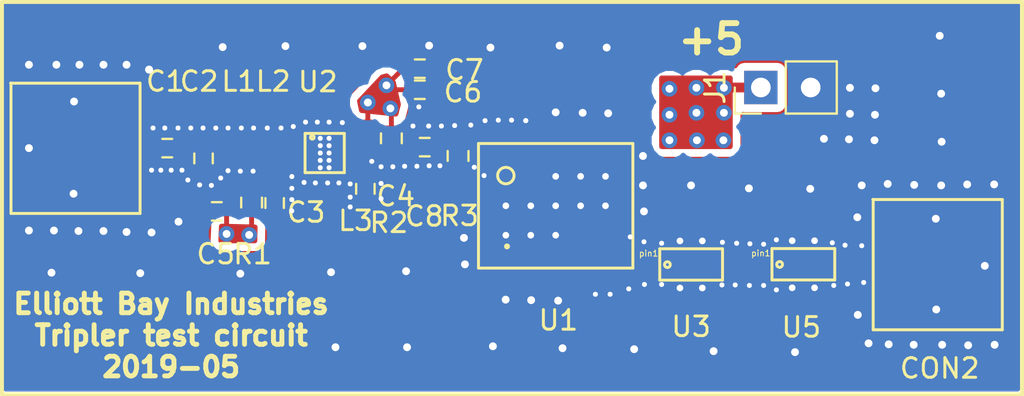
<source format=kicad_pcb>
(kicad_pcb (version 20171130) (host pcbnew "(5.0.1)-4")

  (general
    (thickness 1.6)
    (drawings 6)
    (tracks 544)
    (zones 0)
    (modules 21)
    (nets 17)
  )

  (page A4)
  (layers
    (0 F.Cu signal)
    (1 In1.Cu power)
    (2 In2.Cu power)
    (31 B.Cu signal)
    (32 B.Adhes user)
    (33 F.Adhes user)
    (34 B.Paste user)
    (35 F.Paste user)
    (36 B.SilkS user)
    (37 F.SilkS user)
    (38 B.Mask user)
    (39 F.Mask user)
    (40 Dwgs.User user)
    (41 Cmts.User user)
    (42 Eco1.User user)
    (43 Eco2.User user)
    (44 Edge.Cuts user)
    (45 Margin user hide)
    (46 B.CrtYd user hide)
    (47 F.CrtYd user hide)
    (48 B.Fab user hide)
    (49 F.Fab user hide)
  )

  (setup
    (last_trace_width 0.5)
    (user_trace_width 0.2)
    (user_trace_width 0.5)
    (user_trace_width 0.522)
    (trace_clearance 0.178)
    (zone_clearance 0.178)
    (zone_45_only no)
    (trace_min 0.2)
    (segment_width 0.2)
    (edge_width 0.15)
    (via_size 0.8)
    (via_drill 0.4)
    (via_min_size 0.2)
    (via_min_drill 0.1)
    (user_via 0.35 0.254)
    (uvia_size 0.3)
    (uvia_drill 0.1)
    (uvias_allowed no)
    (uvia_min_size 0.2)
    (uvia_min_drill 0.1)
    (pcb_text_width 0.3)
    (pcb_text_size 1.5 1.5)
    (mod_edge_width 0.15)
    (mod_text_size 1 1)
    (mod_text_width 0.15)
    (pad_size 0.6 0.6)
    (pad_drill 0.34)
    (pad_to_mask_clearance 0.051)
    (solder_mask_min_width 0.25)
    (aux_axis_origin 0 0)
    (visible_elements 7FFFFFFF)
    (pcbplotparams
      (layerselection 0x210f8_ffffffff)
      (usegerberextensions true)
      (usegerberattributes false)
      (usegerberadvancedattributes false)
      (creategerberjobfile false)
      (excludeedgelayer true)
      (linewidth 0.200000)
      (plotframeref false)
      (viasonmask true)
      (mode 1)
      (useauxorigin false)
      (hpglpennumber 1)
      (hpglpenspeed 20)
      (hpglpendiameter 15.000000)
      (psnegative false)
      (psa4output false)
      (plotreference false)
      (plotvalue false)
      (plotinvisibletext false)
      (padsonsilk true)
      (subtractmaskfromsilk false)
      (outputformat 1)
      (mirror false)
      (drillshape 0)
      (scaleselection 1)
      (outputdirectory ""))
  )

  (net 0 "")
  (net 1 "Net-(C1-Pad1)")
  (net 2 "Net-(C1-Pad2)")
  (net 3 +5V)
  (net 4 GND)
  (net 5 "Net-(CON2-Pad1)")
  (net 6 "Net-(U1-Pad4)")
  (net 7 "Net-(U2-Pad4)")
  (net 8 "Net-(U2-Pad5)")
  (net 9 "Net-(U2-Pad8)")
  (net 10 "Net-(U3-Pad3)")
  (net 11 /Amp_out)
  (net 12 "Net-(C3-Pad2)")
  (net 13 "Net-(C4-Pad2)")
  (net 14 "Net-(C8-Pad1)")
  (net 15 "Net-(L1-Pad1)")
  (net 16 "Net-(U2-Pad1)")

  (net_class Default "This is the default net class."
    (clearance 0.178)
    (trace_width 0.25)
    (via_dia 0.8)
    (via_drill 0.4)
    (uvia_dia 0.3)
    (uvia_drill 0.1)
    (add_net +5V)
    (add_net /Amp_out)
    (add_net GND)
    (add_net "Net-(C1-Pad1)")
    (add_net "Net-(C1-Pad2)")
    (add_net "Net-(C3-Pad2)")
    (add_net "Net-(C4-Pad2)")
    (add_net "Net-(C8-Pad1)")
    (add_net "Net-(CON2-Pad1)")
    (add_net "Net-(L1-Pad1)")
    (add_net "Net-(U1-Pad4)")
    (add_net "Net-(U2-Pad1)")
    (add_net "Net-(U2-Pad4)")
    (add_net "Net-(U2-Pad5)")
    (add_net "Net-(U2-Pad8)")
    (add_net "Net-(U3-Pad3)")
  )

  (module Connector_PinHeader_2.54mm:PinHeader_1x02_P2.54mm_Vertical (layer F.Cu) (tedit 59FED5CC) (tstamp 5CEF8DDE)
    (at 138.684 86.36 90)
    (descr "Through hole straight pin header, 1x02, 2.54mm pitch, single row")
    (tags "Through hole pin header THT 1x02 2.54mm single row")
    (path /5CD203A6)
    (fp_text reference J1 (at 0 -2.33 90) (layer F.SilkS)
      (effects (font (size 1 1) (thickness 0.15)))
    )
    (fp_text value Conn_01x02_Male (at 0 4.87 90) (layer F.Fab)
      (effects (font (size 1 1) (thickness 0.15)))
    )
    (fp_line (start -0.635 -1.27) (end 1.27 -1.27) (layer F.Fab) (width 0.1))
    (fp_line (start 1.27 -1.27) (end 1.27 3.81) (layer F.Fab) (width 0.1))
    (fp_line (start 1.27 3.81) (end -1.27 3.81) (layer F.Fab) (width 0.1))
    (fp_line (start -1.27 3.81) (end -1.27 -0.635) (layer F.Fab) (width 0.1))
    (fp_line (start -1.27 -0.635) (end -0.635 -1.27) (layer F.Fab) (width 0.1))
    (fp_line (start -1.33 3.87) (end 1.33 3.87) (layer F.SilkS) (width 0.12))
    (fp_line (start -1.33 1.27) (end -1.33 3.87) (layer F.SilkS) (width 0.12))
    (fp_line (start 1.33 1.27) (end 1.33 3.87) (layer F.SilkS) (width 0.12))
    (fp_line (start -1.33 1.27) (end 1.33 1.27) (layer F.SilkS) (width 0.12))
    (fp_line (start -1.33 0) (end -1.33 -1.33) (layer F.SilkS) (width 0.12))
    (fp_line (start -1.33 -1.33) (end 0 -1.33) (layer F.SilkS) (width 0.12))
    (fp_line (start -1.8 -1.8) (end -1.8 4.35) (layer F.CrtYd) (width 0.05))
    (fp_line (start -1.8 4.35) (end 1.8 4.35) (layer F.CrtYd) (width 0.05))
    (fp_line (start 1.8 4.35) (end 1.8 -1.8) (layer F.CrtYd) (width 0.05))
    (fp_line (start 1.8 -1.8) (end -1.8 -1.8) (layer F.CrtYd) (width 0.05))
    (fp_text user %R (at 0 1.27 180) (layer F.Fab)
      (effects (font (size 1 1) (thickness 0.15)))
    )
    (pad 1 thru_hole rect (at 0 0 90) (size 1.7 1.7) (drill 1) (layers *.Cu *.Mask)
      (net 3 +5V))
    (pad 2 thru_hole oval (at 0 2.54 90) (size 1.7 1.7) (drill 1) (layers *.Cu *.Mask)
      (net 4 GND))
    (model ${KISYS3DMOD}/Connector_PinHeader_2.54mm.3dshapes/PinHeader_1x02_P2.54mm_Vertical.wrl
      (at (xyz 0 0 0))
      (scale (xyz 1 1 1))
      (rotate (xyz 0 0 0))
    )
  )

  (module EllBayInd-McFly:SKY67153 (layer F.Cu) (tedit 5CDDCD5D) (tstamp 5CEA3B2E)
    (at 116.45 89.7)
    (path /5CDE8B72)
    (attr smd)
    (fp_text reference U2 (at -0.35 -3.625) (layer F.SilkS)
      (effects (font (size 1 1) (thickness 0.15)))
    )
    (fp_text value SKY67153 (at 0.02 -1.76) (layer F.Fab) hide
      (effects (font (size 1 1) (thickness 0.15)))
    )
    (fp_circle (center -0.63 -0.8) (end -0.57 -0.73) (layer F.SilkS) (width 0.15))
    (fp_line (start 1 -1) (end -1 -1) (layer F.SilkS) (width 0.15))
    (fp_line (start 1 1) (end 1 -1) (layer F.SilkS) (width 0.15))
    (fp_line (start -1 1) (end 1 1) (layer F.SilkS) (width 0.15))
    (fp_line (start -1 -1) (end -1 1) (layer F.SilkS) (width 0.15))
    (pad 9 thru_hole circle (at 0.225 0) (size 0.35 0.35) (drill 0.254) (layers *.Cu)
      (net 4 GND))
    (pad 9 thru_hole circle (at -0.225 0) (size 0.35 0.35) (drill 0.254) (layers *.Cu)
      (net 4 GND))
    (pad 9 thru_hole circle (at 0.225 0.75) (size 0.35 0.35) (drill 0.254) (layers *.Cu)
      (net 4 GND))
    (pad 9 thru_hole circle (at -0.225 0.75) (size 0.35 0.35) (drill 0.254) (layers *.Cu)
      (net 4 GND))
    (pad 9 thru_hole circle (at -0.225 0.375) (size 0.35 0.35) (drill 0.254) (layers *.Cu)
      (net 4 GND))
    (pad 9 thru_hole circle (at 0.225 0.375) (size 0.35 0.35) (drill 0.254) (layers *.Cu)
      (net 4 GND))
    (pad 9 thru_hole circle (at 0.225 -0.375) (size 0.35 0.35) (drill 0.254) (layers *.Cu)
      (net 4 GND))
    (pad 9 thru_hole circle (at 0.225 -0.75) (size 0.35 0.35) (drill 0.254) (layers *.Cu)
      (net 4 GND))
    (pad 9 thru_hole circle (at -0.225 -0.375) (size 0.35 0.35) (drill 0.254) (layers *.Cu)
      (net 4 GND))
    (pad 9 thru_hole circle (at -0.225 -0.75) (size 0.35 0.35) (drill 0.254) (layers *.Cu)
      (net 4 GND))
    (pad 9 smd rect (at 0 0) (size 0.9 1.7) (layers F.Cu F.Paste F.Mask)
      (net 4 GND))
    (pad 8 smd rect (at 0.925 -0.75) (size 0.45 0.25) (layers F.Cu F.Paste F.Mask)
      (net 9 "Net-(U2-Pad8)"))
    (pad 7 smd rect (at 0.925 -0.25) (size 0.45 0.25) (layers F.Cu F.Paste F.Mask)
      (net 14 "Net-(C8-Pad1)"))
    (pad 6 smd rect (at 0.925 0.25) (size 0.45 0.25) (layers F.Cu F.Paste F.Mask)
      (net 13 "Net-(C4-Pad2)"))
    (pad 5 smd rect (at 0.925 0.75) (size 0.45 0.25) (layers F.Cu F.Paste F.Mask)
      (net 8 "Net-(U2-Pad5)"))
    (pad 4 smd rect (at -0.925 0.75) (size 0.45 0.25) (layers F.Cu F.Paste F.Mask)
      (net 7 "Net-(U2-Pad4)"))
    (pad 3 smd rect (at -0.925 0.25) (size 0.45 0.25) (layers F.Cu F.Paste F.Mask)
      (net 12 "Net-(C3-Pad2)"))
    (pad 2 smd rect (at -0.925 -0.25) (size 0.45 0.25) (layers F.Cu F.Paste F.Mask)
      (net 15 "Net-(L1-Pad1)"))
    (pad 1 smd rect (at -0.925 -0.75) (size 0.45 0.25) (layers F.Cu F.Paste F.Mask)
      (net 16 "Net-(U2-Pad1)"))
  )

  (module EllBayInd-McFly:SMAConnector (layer F.Cu) (tedit 5CDC9D1D) (tstamp 5CDE6A17)
    (at 103.75 89.45)
    (path /5CD1D0D6)
    (attr smd)
    (fp_text reference CON1 (at -0.43 -4.065) (layer F.SilkS) hide
      (effects (font (size 1 1) (thickness 0.15)))
    )
    (fp_text value RF_SMA (at -0.33 -5.515) (layer F.Fab) hide
      (effects (font (size 1 1) (thickness 0.15)))
    )
    (fp_line (start -3.29 -3.32) (end -3.29 3.33) (layer F.SilkS) (width 0.15))
    (fp_line (start -3.29 3.33) (end 3.29 3.33) (layer F.SilkS) (width 0.15))
    (fp_line (start 3.29 3.33) (end 3.29 -3.31) (layer F.SilkS) (width 0.15))
    (fp_line (start 3.29 -3.31) (end -3.31 -3.31) (layer F.SilkS) (width 0.15))
    (pad 2 smd rect (at 2.375 -2.375) (size 1.9 1.9) (layers F.Cu F.Paste F.Mask)
      (net 4 GND))
    (pad 2 smd rect (at 2.375 2.375) (size 1.9 1.9) (layers F.Cu F.Paste F.Mask)
      (net 4 GND))
    (pad 2 smd rect (at -2.375 2.375) (size 1.9 1.9) (layers F.Cu F.Paste F.Mask)
      (net 4 GND))
    (pad 2 smd rect (at -2.375 -2.375) (size 1.9 1.9) (layers F.Cu F.Paste F.Mask)
      (net 4 GND))
    (pad 1 smd rect (at 0 0) (size 1.5 1.5) (layers F.Cu F.Paste F.Mask)
      (net 2 "Net-(C1-Pad2)"))
  )

  (module EllBayInd-McFly:SMAConnector (layer F.Cu) (tedit 59EA2DC3) (tstamp 5CDE6A24)
    (at 147.7 95.38)
    (path /5CD1D8AD)
    (attr smd)
    (fp_text reference CON2 (at 0.1 5.295) (layer F.SilkS)
      (effects (font (size 1 1) (thickness 0.15)))
    )
    (fp_text value RF_SMA (at 0.1016 -4.8006) (layer F.Fab)
      (effects (font (size 1 1) (thickness 0.15)))
    )
    (fp_line (start 3.29 -3.31) (end -3.31 -3.31) (layer F.SilkS) (width 0.15))
    (fp_line (start 3.29 3.33) (end 3.29 -3.31) (layer F.SilkS) (width 0.15))
    (fp_line (start -3.29 3.33) (end 3.29 3.33) (layer F.SilkS) (width 0.15))
    (fp_line (start -3.29 -3.32) (end -3.29 3.33) (layer F.SilkS) (width 0.15))
    (pad 1 smd rect (at 0 0) (size 1.5 1.5) (layers F.Cu F.Paste F.Mask)
      (net 5 "Net-(CON2-Pad1)"))
    (pad 2 smd rect (at -2.375 -2.375) (size 1.9 1.9) (layers F.Cu F.Paste F.Mask)
      (net 4 GND))
    (pad 2 smd rect (at -2.375 2.375) (size 1.9 1.9) (layers F.Cu F.Paste F.Mask)
      (net 4 GND))
    (pad 2 smd rect (at 2.375 2.375) (size 1.9 1.9) (layers F.Cu F.Paste F.Mask)
      (net 4 GND))
    (pad 2 smd rect (at 2.375 -2.375) (size 1.9 1.9) (layers F.Cu F.Paste F.Mask)
      (net 4 GND))
  )

  (module EllBayInd-McFly:RMK-3-123+ (layer F.Cu) (tedit 5CDDD35C) (tstamp 5CDE6A57)
    (at 128.225 92.39 270)
    (path /5CD1D6C4)
    (attr smd)
    (fp_text reference U1 (at 5.835 -0.135) (layer F.SilkS)
      (effects (font (size 1 1) (thickness 0.15)))
    )
    (fp_text value RMK-3-123+ (at -4.98 -2.52) (layer F.Fab) hide
      (effects (font (size 1 1) (thickness 0.15)))
    )
    (fp_line (start -3.175 -3.935) (end 3.175 -3.935) (layer F.SilkS) (width 0.15))
    (fp_line (start 3.175 -3.935) (end 3.175 3.935) (layer F.SilkS) (width 0.15))
    (fp_line (start 3.175 3.935) (end -3.175 3.935) (layer F.SilkS) (width 0.15))
    (fp_line (start -3.175 3.935) (end -3.175 -3.935) (layer F.SilkS) (width 0.15))
    (fp_circle (center -1.54 2.54) (end -1.27 2.86) (layer F.SilkS) (width 0.15))
    (fp_circle (center 2.07 2.48) (end 2.1 2.55) (layer F.SilkS) (width 0.15))
    (pad 1 smd rect (at -2.985 2.54 270) (size 1.65 1.52) (layers F.Cu F.Paste F.Mask)
      (net 11 /Amp_out))
    (pad 2 smd rect (at -2.985 0 270) (size 1.65 1.52) (layers F.Cu F.Paste F.Mask)
      (net 4 GND))
    (pad 3 smd rect (at -2.985 -2.54 270) (size 1.65 1.52) (layers F.Cu F.Paste F.Mask)
      (net 4 GND))
    (pad 4 smd rect (at 2.985 -2.54 270) (size 1.65 1.52) (layers F.Cu F.Paste F.Mask)
      (net 6 "Net-(U1-Pad4)"))
    (pad 5 smd rect (at 2.985 0 270) (size 1.65 1.52) (layers F.Cu F.Paste F.Mask)
      (net 4 GND))
    (pad 6 smd rect (at 2.985 2.54 270) (size 1.65 1.52) (layers F.Cu F.Paste F.Mask)
      (net 4 GND))
    (pad 2 thru_hole circle (at -1.5 0 270) (size 0.6 0.6) (drill 0.34) (layers *.Cu)
      (net 4 GND))
    (pad 2 thru_hole circle (at -1.5 -1.27 270) (size 0.6 0.6) (drill 0.34) (layers *.Cu)
      (net 4 GND))
    (pad 2 thru_hole circle (at -1.5 -2.54 270) (size 0.6 0.6) (drill 0.34) (layers *.Cu)
      (net 4 GND))
    (pad 2 thru_hole circle (at 0 -2.54 270) (size 0.6 0.6) (drill 0.34) (layers *.Cu)
      (net 4 GND))
    (pad 2 thru_hole circle (at 0 -1.27) (size 0.6 0.6) (drill 0.34) (layers *.Cu)
      (net 4 GND))
    (pad 2 thru_hole circle (at 0 0 270) (size 0.6 0.6) (drill 0.34) (layers *.Cu)
      (net 4 GND))
    (pad 2 thru_hole circle (at 0 1.27 270) (size 0.6 0.6) (drill 0.34) (layers *.Cu)
      (net 4 GND))
    (pad 2 thru_hole circle (at 0 2.54 270) (size 0.6 0.6) (drill 0.34) (layers *.Cu)
      (net 4 GND))
    (pad 2 thru_hole circle (at 1.5 2.54 270) (size 0.6 0.6) (drill 0.34) (layers *.Cu)
      (net 4 GND))
    (pad 2 thru_hole circle (at 1.5 1.27 270) (size 0.6 0.6) (drill 0.34) (layers *.Cu)
      (net 4 GND))
    (pad 2 thru_hole circle (at 1.5 0 270) (size 0.6 0.6) (drill 0.34) (layers *.Cu)
      (net 4 GND))
  )

  (module EllBayInd-McFly:BFCN-8450+ (layer F.Cu) (tedit 5CBA0DFF) (tstamp 5CDE6A80)
    (at 135.13 95.38)
    (path /5CD1D768)
    (attr smd)
    (fp_text reference U3 (at -0.002 3.172) (layer F.SilkS)
      (effects (font (size 1 1) (thickness 0.15)))
    )
    (fp_text value BFCN-8450+ (at 2.538 -3.686 -180) (layer F.Fab)
      (effects (font (size 1 1) (thickness 0.15)))
    )
    (fp_line (start -1.6 -0.8) (end -1.6 0.8) (layer F.SilkS) (width 0.15))
    (fp_line (start -1.6 0.8) (end 1.6 0.8) (layer F.SilkS) (width 0.15))
    (fp_line (start 1.6 0.8) (end 1.6 -0.8) (layer F.SilkS) (width 0.15))
    (fp_line (start 1.6 -0.8) (end -1.6 -0.8) (layer F.SilkS) (width 0.15))
    (fp_circle (center -1.21 0.01) (end -1.17 0.07) (layer F.SilkS) (width 0.15))
    (fp_text user pin1 (at -2.17 -0.56) (layer F.SilkS)
      (effects (font (size 0.3 0.3) (thickness 0.05)))
    )
    (pad 1 smd rect (at -1.815 0) (size 0.99 0.61) (layers F.Cu F.Paste F.Mask)
      (net 6 "Net-(U1-Pad4)"))
    (pad 2 smd rect (at 0 1.015) (size 1.75 0.99) (layers F.Cu F.Paste F.Mask)
      (net 4 GND))
    (pad 3 smd rect (at 1.815 0) (size 0.99 0.61) (layers F.Cu F.Paste F.Mask)
      (net 10 "Net-(U3-Pad3)"))
    (pad 4 smd rect (at 0 -1.015) (size 1.75 0.99) (layers F.Cu F.Paste F.Mask)
      (net 4 GND))
    (pad 2 thru_hole circle (at -0.57 1.2) (size 0.6 0.6) (drill 0.34) (layers *.Cu *.Mask)
      (net 4 GND))
    (pad 2 thru_hole circle (at 0.57 1.2) (size 0.6 0.6) (drill 0.34) (layers *.Cu *.Mask)
      (net 4 GND))
    (pad 4 thru_hole circle (at -0.57 -1.2) (size 0.6 0.6) (drill 0.34) (layers *.Cu *.Mask)
      (net 4 GND))
    (pad 4 thru_hole circle (at 0.57 -1.2) (size 0.6 0.6) (drill 0.34) (layers *.Cu *.Mask)
      (net 4 GND))
  )

  (module EllBayInd-McFly:BFCN-8450+ (layer F.Cu) (tedit 5CD1EB40) (tstamp 5CDE6AA6)
    (at 140.85 95.37)
    (path /5CD1D819)
    (attr smd)
    (fp_text reference U5 (at -0.104 3.212 -180) (layer F.SilkS)
      (effects (font (size 1 1) (thickness 0.15)))
    )
    (fp_text value BFCN-8450+ (at -2.1 5.7 180) (layer F.Fab) hide
      (effects (font (size 1 1) (thickness 0.15)))
    )
    (fp_text user pin1 (at -2.17 -0.56) (layer F.SilkS)
      (effects (font (size 0.3 0.3) (thickness 0.05)))
    )
    (fp_circle (center -1.21 0.01) (end -1.17 0.07) (layer F.SilkS) (width 0.15))
    (fp_line (start 1.6 -0.8) (end -1.6 -0.8) (layer F.SilkS) (width 0.15))
    (fp_line (start 1.6 0.8) (end 1.6 -0.8) (layer F.SilkS) (width 0.15))
    (fp_line (start -1.6 0.8) (end 1.6 0.8) (layer F.SilkS) (width 0.15))
    (fp_line (start -1.6 -0.8) (end -1.6 0.8) (layer F.SilkS) (width 0.15))
    (pad 4 thru_hole circle (at 0.57 -1.2) (size 0.6 0.6) (drill 0.34) (layers *.Cu *.Mask)
      (net 4 GND))
    (pad 4 thru_hole circle (at -0.57 -1.2) (size 0.6 0.6) (drill 0.34) (layers *.Cu *.Mask)
      (net 4 GND))
    (pad 2 thru_hole circle (at 0.57 1.2) (size 0.6 0.6) (drill 0.34) (layers *.Cu *.Mask)
      (net 4 GND))
    (pad 2 thru_hole circle (at -0.57 1.2) (size 0.6 0.6) (drill 0.34) (layers *.Cu *.Mask)
      (net 4 GND))
    (pad 4 smd rect (at 0 -1.015) (size 1.75 0.99) (layers F.Cu F.Paste F.Mask)
      (net 4 GND))
    (pad 3 smd rect (at 1.815 0) (size 0.99 0.61) (layers F.Cu F.Paste F.Mask)
      (net 5 "Net-(CON2-Pad1)"))
    (pad 2 smd rect (at 0 1.015) (size 1.75 0.99) (layers F.Cu F.Paste F.Mask)
      (net 4 GND))
    (pad 1 smd rect (at -1.815 0) (size 0.99 0.61) (layers F.Cu F.Paste F.Mask)
      (net 10 "Net-(U3-Pad3)"))
  )

  (module EllBayInd-McFly:L_0402 (layer F.Cu) (tedit 5CDB4AD4) (tstamp 5CE7D34B)
    (at 112.05 89.475 180)
    (descr "Inductor SMD 0402 (1005 Metric), square (rectangular) end terminal, IPC_7351 nominal, (Body size source: http://www.tortai-tech.com/upload/download/2011102023233369053.pdf), generated with kicad-footprint-generator")
    (tags inductor)
    (path /5CDB736D)
    (attr smd)
    (fp_text reference L1 (at -0.025 3.425) (layer F.SilkS)
      (effects (font (size 1 1) (thickness 0.15)))
    )
    (fp_text value 1nH (at 0 1.17 180) (layer F.Fab) hide
      (effects (font (size 1 1) (thickness 0.15)))
    )
    (fp_line (start -0.5 0.25) (end -0.5 -0.25) (layer F.Fab) (width 0.1))
    (fp_line (start -0.5 -0.25) (end 0.5 -0.25) (layer F.Fab) (width 0.1))
    (fp_line (start 0.5 -0.25) (end 0.5 0.25) (layer F.Fab) (width 0.1))
    (fp_line (start 0.5 0.25) (end -0.5 0.25) (layer F.Fab) (width 0.1))
    (fp_line (start -0.93 0.47) (end -0.93 -0.47) (layer F.CrtYd) (width 0.05))
    (fp_line (start -0.93 -0.47) (end 0.93 -0.47) (layer F.CrtYd) (width 0.05))
    (fp_line (start 0.93 -0.47) (end 0.93 0.47) (layer F.CrtYd) (width 0.05))
    (fp_line (start 0.93 0.47) (end -0.93 0.47) (layer F.CrtYd) (width 0.05))
    (fp_text user %R (at 0 0 180) (layer F.Fab)
      (effects (font (size 0.25 0.25) (thickness 0.04)))
    )
    (pad 1 smd roundrect (at -0.485 0 180) (size 0.59 0.64) (layers F.Cu F.Paste F.Mask) (roundrect_rratio 0.25)
      (net 15 "Net-(L1-Pad1)"))
    (pad 2 smd roundrect (at 0.485 0 180) (size 0.59 0.64) (layers F.Cu F.Paste F.Mask) (roundrect_rratio 0.25)
      (net 1 "Net-(C1-Pad1)"))
    (model ${KISYS3DMOD}/Inductor_SMD.3dshapes/L_0402_1005Metric.wrl
      (at (xyz 0 0 0))
      (scale (xyz 1 1 1))
      (rotate (xyz 0 0 0))
    )
  )

  (module EllBayInd-McFly:R_0402 (layer F.Cu) (tedit 5CDB4A6B) (tstamp 5CE7D36D)
    (at 119.85 88.95 270)
    (descr "Resistor SMD 0402, reflow soldering, Vishay (see dcrcw.pdf)")
    (tags "resistor 0402")
    (path /5CDEAB85)
    (attr smd)
    (fp_text reference R2 (at 4.3 0.125 180) (layer F.SilkS)
      (effects (font (size 1 1) (thickness 0.15)))
    )
    (fp_text value 1k (at 0 1.45 270) (layer F.Fab) hide
      (effects (font (size 1 1) (thickness 0.15)))
    )
    (fp_line (start 0.8 0.45) (end -0.8 0.45) (layer F.CrtYd) (width 0.05))
    (fp_line (start 0.8 0.45) (end 0.8 -0.45) (layer F.CrtYd) (width 0.05))
    (fp_line (start -0.8 -0.45) (end -0.8 0.45) (layer F.CrtYd) (width 0.05))
    (fp_line (start -0.8 -0.45) (end 0.8 -0.45) (layer F.CrtYd) (width 0.05))
    (fp_line (start -0.25 0.53) (end 0.25 0.53) (layer F.SilkS) (width 0.12))
    (fp_line (start 0.25 -0.53) (end -0.25 -0.53) (layer F.SilkS) (width 0.12))
    (fp_line (start -0.5 -0.25) (end 0.5 -0.25) (layer F.Fab) (width 0.1))
    (fp_line (start 0.5 -0.25) (end 0.5 0.25) (layer F.Fab) (width 0.1))
    (fp_line (start 0.5 0.25) (end -0.5 0.25) (layer F.Fab) (width 0.1))
    (fp_line (start -0.5 0.25) (end -0.5 -0.25) (layer F.Fab) (width 0.1))
    (fp_text user %R (at 0 -1.35 270) (layer F.Fab) hide
      (effects (font (size 1 1) (thickness 0.15)))
    )
    (pad 2 smd rect (at 0.45 0 270) (size 0.4 0.6) (layers F.Cu F.Paste F.Mask)
      (net 14 "Net-(C8-Pad1)"))
    (pad 1 smd rect (at -0.45 0 270) (size 0.4 0.6) (layers F.Cu F.Paste F.Mask)
      (net 3 +5V))
    (model ${KISYS3DMOD}/Resistors_SMD.3dshapes/R_0402.wrl
      (at (xyz 0 0 0))
      (scale (xyz 1 1 1))
      (rotate (xyz 0 0 0))
    )
  )

  (module EllBayInd-McFly:R_0402 (layer F.Cu) (tedit 5CDC9D3C) (tstamp 5CE7D37E)
    (at 123.25 89.85 270)
    (descr "Resistor SMD 0402, reflow soldering, Vishay (see dcrcw.pdf)")
    (tags "resistor 0402")
    (path /5CDEB100)
    (attr smd)
    (fp_text reference R3 (at 3.05 -0.075) (layer F.SilkS)
      (effects (font (size 1 1) (thickness 0.15)))
    )
    (fp_text value 2k (at 0 1.45 270) (layer F.Fab) hide
      (effects (font (size 1 1) (thickness 0.15)))
    )
    (fp_text user %R (at 0 -1.35 270) (layer F.Fab) hide
      (effects (font (size 1 1) (thickness 0.15)))
    )
    (fp_line (start -0.5 0.25) (end -0.5 -0.25) (layer F.Fab) (width 0.1))
    (fp_line (start 0.5 0.25) (end -0.5 0.25) (layer F.Fab) (width 0.1))
    (fp_line (start 0.5 -0.25) (end 0.5 0.25) (layer F.Fab) (width 0.1))
    (fp_line (start -0.5 -0.25) (end 0.5 -0.25) (layer F.Fab) (width 0.1))
    (fp_line (start 0.25 -0.53) (end -0.25 -0.53) (layer F.SilkS) (width 0.12))
    (fp_line (start -0.25 0.53) (end 0.25 0.53) (layer F.SilkS) (width 0.12))
    (fp_line (start -0.8 -0.45) (end 0.8 -0.45) (layer F.CrtYd) (width 0.05))
    (fp_line (start -0.8 -0.45) (end -0.8 0.45) (layer F.CrtYd) (width 0.05))
    (fp_line (start 0.8 0.45) (end 0.8 -0.45) (layer F.CrtYd) (width 0.05))
    (fp_line (start 0.8 0.45) (end -0.8 0.45) (layer F.CrtYd) (width 0.05))
    (pad 1 smd rect (at -0.45 0 270) (size 0.4 0.6) (layers F.Cu F.Paste F.Mask)
      (net 11 /Amp_out))
    (pad 2 smd rect (at 0.45 0 270) (size 0.4 0.6) (layers F.Cu F.Paste F.Mask)
      (net 4 GND))
    (model ${KISYS3DMOD}/Resistors_SMD.3dshapes/R_0402.wrl
      (at (xyz 0 0 0))
      (scale (xyz 1 1 1))
      (rotate (xyz 0 0 0))
    )
  )

  (module EllBayInd-McFly:C_0402 (layer F.Cu) (tedit 5CDDB567) (tstamp 5CEA3A7D)
    (at 108.425 89.45 180)
    (descr "Capacitor SMD 0402, reflow soldering, AVX (see smccp.pdf)")
    (tags "capacitor 0402")
    (path /5CD1D1D5)
    (attr smd)
    (fp_text reference C1 (at 0.1 3.4 180) (layer F.SilkS)
      (effects (font (size 1 1) (thickness 0.15)))
    )
    (fp_text value 20pF (at 0.05 1.45 180) (layer F.Fab) hide
      (effects (font (size 1 1) (thickness 0.15)))
    )
    (fp_text user %R (at 0 -1.27 180) (layer F.Fab) hide
      (effects (font (size 1 1) (thickness 0.15)))
    )
    (fp_line (start -0.5 0.25) (end -0.5 -0.25) (layer F.Fab) (width 0.1))
    (fp_line (start 0.5 0.25) (end -0.5 0.25) (layer F.Fab) (width 0.1))
    (fp_line (start 0.5 -0.25) (end 0.5 0.25) (layer F.Fab) (width 0.1))
    (fp_line (start -0.5 -0.25) (end 0.5 -0.25) (layer F.Fab) (width 0.1))
    (fp_line (start 0.25 -0.47) (end -0.25 -0.47) (layer F.SilkS) (width 0.12))
    (fp_line (start -0.25 0.47) (end 0.25 0.47) (layer F.SilkS) (width 0.12))
    (fp_line (start -1 -0.4) (end 1 -0.4) (layer F.CrtYd) (width 0.05))
    (fp_line (start -1 -0.4) (end -1 0.4) (layer F.CrtYd) (width 0.05))
    (fp_line (start 1 0.4) (end 1 -0.4) (layer F.CrtYd) (width 0.05))
    (fp_line (start 1 0.4) (end -1 0.4) (layer F.CrtYd) (width 0.05))
    (pad 1 smd rect (at -0.5 0 180) (size 0.6 0.5) (layers F.Cu F.Paste F.Mask)
      (net 1 "Net-(C1-Pad1)"))
    (pad 2 smd rect (at 0.5 0 180) (size 0.6 0.5) (layers F.Cu F.Paste F.Mask)
      (net 2 "Net-(C1-Pad2)"))
    (model Capacitors_SMD.3dshapes/C_0402.wrl
      (at (xyz 0 0 0))
      (scale (xyz 1 1 1))
      (rotate (xyz 0 0 0))
    )
  )

  (module EllBayInd-McFly:C_0402 (layer F.Cu) (tedit 5CDDB56D) (tstamp 5CEA3A8D)
    (at 110.275 89.975 90)
    (descr "Capacitor SMD 0402, reflow soldering, AVX (see smccp.pdf)")
    (tags "capacitor 0402")
    (path /5CD1D4DD)
    (attr smd)
    (fp_text reference C2 (at 3.925 -0.225 180) (layer F.SilkS)
      (effects (font (size 1 1) (thickness 0.15)))
    )
    (fp_text value 1.2pF (at 0 1.27 90) (layer F.Fab) hide
      (effects (font (size 1 1) (thickness 0.15)))
    )
    (fp_line (start 1 0.4) (end -1 0.4) (layer F.CrtYd) (width 0.05))
    (fp_line (start 1 0.4) (end 1 -0.4) (layer F.CrtYd) (width 0.05))
    (fp_line (start -1 -0.4) (end -1 0.4) (layer F.CrtYd) (width 0.05))
    (fp_line (start -1 -0.4) (end 1 -0.4) (layer F.CrtYd) (width 0.05))
    (fp_line (start -0.25 0.47) (end 0.25 0.47) (layer F.SilkS) (width 0.12))
    (fp_line (start 0.25 -0.47) (end -0.25 -0.47) (layer F.SilkS) (width 0.12))
    (fp_line (start -0.5 -0.25) (end 0.5 -0.25) (layer F.Fab) (width 0.1))
    (fp_line (start 0.5 -0.25) (end 0.5 0.25) (layer F.Fab) (width 0.1))
    (fp_line (start 0.5 0.25) (end -0.5 0.25) (layer F.Fab) (width 0.1))
    (fp_line (start -0.5 0.25) (end -0.5 -0.25) (layer F.Fab) (width 0.1))
    (fp_text user %R (at 0 -1.27 90) (layer F.Fab) hide
      (effects (font (size 1 1) (thickness 0.15)))
    )
    (pad 2 smd rect (at 0.5 0 90) (size 0.6 0.5) (layers F.Cu F.Paste F.Mask)
      (net 1 "Net-(C1-Pad1)"))
    (pad 1 smd rect (at -0.5 0 90) (size 0.6 0.5) (layers F.Cu F.Paste F.Mask)
      (net 4 GND))
    (model Capacitors_SMD.3dshapes/C_0402.wrl
      (at (xyz 0 0 0))
      (scale (xyz 1 1 1))
      (rotate (xyz 0 0 0))
    )
  )

  (module EllBayInd-McFly:C_0402 (layer F.Cu) (tedit 5CDDBAE5) (tstamp 5CEA3A9D)
    (at 113.9 92.25 90)
    (descr "Capacitor SMD 0402, reflow soldering, AVX (see smccp.pdf)")
    (tags "capacitor 0402")
    (path /5CDB72BF)
    (attr smd)
    (fp_text reference C3 (at -0.475 1.6 180) (layer F.SilkS)
      (effects (font (size 1 1) (thickness 0.15)))
    )
    (fp_text value 56pF (at 0 1.27 90) (layer F.Fab) hide
      (effects (font (size 1 1) (thickness 0.15)))
    )
    (fp_line (start 1 0.4) (end -1 0.4) (layer F.CrtYd) (width 0.05))
    (fp_line (start 1 0.4) (end 1 -0.4) (layer F.CrtYd) (width 0.05))
    (fp_line (start -1 -0.4) (end -1 0.4) (layer F.CrtYd) (width 0.05))
    (fp_line (start -1 -0.4) (end 1 -0.4) (layer F.CrtYd) (width 0.05))
    (fp_line (start -0.25 0.47) (end 0.25 0.47) (layer F.SilkS) (width 0.12))
    (fp_line (start 0.25 -0.47) (end -0.25 -0.47) (layer F.SilkS) (width 0.12))
    (fp_line (start -0.5 -0.25) (end 0.5 -0.25) (layer F.Fab) (width 0.1))
    (fp_line (start 0.5 -0.25) (end 0.5 0.25) (layer F.Fab) (width 0.1))
    (fp_line (start 0.5 0.25) (end -0.5 0.25) (layer F.Fab) (width 0.1))
    (fp_line (start -0.5 0.25) (end -0.5 -0.25) (layer F.Fab) (width 0.1))
    (fp_text user %R (at -1.75 -0.025 180) (layer F.Fab) hide
      (effects (font (size 1 1) (thickness 0.15)))
    )
    (pad 2 smd rect (at 0.5 0 90) (size 0.6 0.5) (layers F.Cu F.Paste F.Mask)
      (net 12 "Net-(C3-Pad2)"))
    (pad 1 smd rect (at -0.5 0 90) (size 0.6 0.5) (layers F.Cu F.Paste F.Mask)
      (net 4 GND))
    (model Capacitors_SMD.3dshapes/C_0402.wrl
      (at (xyz 0 0 0))
      (scale (xyz 1 1 1))
      (rotate (xyz 0 0 0))
    )
  )

  (module EllBayInd-McFly:C_0402 (layer F.Cu) (tedit 5CDDB9D9) (tstamp 5CEA3AAD)
    (at 118.525 91.525 90)
    (descr "Capacitor SMD 0402, reflow soldering, AVX (see smccp.pdf)")
    (tags "capacitor 0402")
    (path /5CDBB5E2)
    (attr smd)
    (fp_text reference C4 (at -0.375 1.55 180) (layer F.SilkS)
      (effects (font (size 1 1) (thickness 0.15)))
    )
    (fp_text value 1000pF (at 0 1.27 90) (layer F.Fab) hide
      (effects (font (size 1 1) (thickness 0.15)))
    )
    (fp_line (start 1 0.4) (end -1 0.4) (layer F.CrtYd) (width 0.05))
    (fp_line (start 1 0.4) (end 1 -0.4) (layer F.CrtYd) (width 0.05))
    (fp_line (start -1 -0.4) (end -1 0.4) (layer F.CrtYd) (width 0.05))
    (fp_line (start -1 -0.4) (end 1 -0.4) (layer F.CrtYd) (width 0.05))
    (fp_line (start -0.25 0.47) (end 0.25 0.47) (layer F.SilkS) (width 0.12))
    (fp_line (start 0.25 -0.47) (end -0.25 -0.47) (layer F.SilkS) (width 0.12))
    (fp_line (start -0.5 -0.25) (end 0.5 -0.25) (layer F.Fab) (width 0.1))
    (fp_line (start 0.5 -0.25) (end 0.5 0.25) (layer F.Fab) (width 0.1))
    (fp_line (start 0.5 0.25) (end -0.5 0.25) (layer F.Fab) (width 0.1))
    (fp_line (start -0.5 0.25) (end -0.5 -0.25) (layer F.Fab) (width 0.1))
    (fp_text user %R (at -0.375 1.55 180) (layer F.Fab)
      (effects (font (size 1 1) (thickness 0.15)))
    )
    (pad 2 smd rect (at 0.5 0 90) (size 0.6 0.5) (layers F.Cu F.Paste F.Mask)
      (net 13 "Net-(C4-Pad2)"))
    (pad 1 smd rect (at -0.5 0 90) (size 0.6 0.5) (layers F.Cu F.Paste F.Mask)
      (net 4 GND))
    (model Capacitors_SMD.3dshapes/C_0402.wrl
      (at (xyz 0 0 0))
      (scale (xyz 1 1 1))
      (rotate (xyz 0 0 0))
    )
  )

  (module EllBayInd-McFly:C_0402 (layer F.Cu) (tedit 5CDDBB02) (tstamp 5CEA3ABD)
    (at 110.95 92.675 180)
    (descr "Capacitor SMD 0402, reflow soldering, AVX (see smccp.pdf)")
    (tags "capacitor 0402")
    (path /5CDB509A)
    (attr smd)
    (fp_text reference C5 (at 0.05 -2.175 180) (layer F.SilkS)
      (effects (font (size 1 1) (thickness 0.15)))
    )
    (fp_text value 10000pF (at 0 1.27 180) (layer F.Fab) hide
      (effects (font (size 1 1) (thickness 0.15)))
    )
    (fp_text user %R (at 0 -1.27 180) (layer F.Fab) hide
      (effects (font (size 1 1) (thickness 0.15)))
    )
    (fp_line (start -0.5 0.25) (end -0.5 -0.25) (layer F.Fab) (width 0.1))
    (fp_line (start 0.5 0.25) (end -0.5 0.25) (layer F.Fab) (width 0.1))
    (fp_line (start 0.5 -0.25) (end 0.5 0.25) (layer F.Fab) (width 0.1))
    (fp_line (start -0.5 -0.25) (end 0.5 -0.25) (layer F.Fab) (width 0.1))
    (fp_line (start 0.25 -0.47) (end -0.25 -0.47) (layer F.SilkS) (width 0.12))
    (fp_line (start -0.25 0.47) (end 0.25 0.47) (layer F.SilkS) (width 0.12))
    (fp_line (start -1 -0.4) (end 1 -0.4) (layer F.CrtYd) (width 0.05))
    (fp_line (start -1 -0.4) (end -1 0.4) (layer F.CrtYd) (width 0.05))
    (fp_line (start 1 0.4) (end 1 -0.4) (layer F.CrtYd) (width 0.05))
    (fp_line (start 1 0.4) (end -1 0.4) (layer F.CrtYd) (width 0.05))
    (pad 1 smd rect (at -0.5 0 180) (size 0.6 0.5) (layers F.Cu F.Paste F.Mask)
      (net 3 +5V))
    (pad 2 smd rect (at 0.5 0 180) (size 0.6 0.5) (layers F.Cu F.Paste F.Mask)
      (net 4 GND))
    (model Capacitors_SMD.3dshapes/C_0402.wrl
      (at (xyz 0 0 0))
      (scale (xyz 1 1 1))
      (rotate (xyz 0 0 0))
    )
  )

  (module EllBayInd-McFly:C_0402 (layer F.Cu) (tedit 5CDDB986) (tstamp 5CEA3ADD)
    (at 121.3 86.475)
    (descr "Capacitor SMD 0402, reflow soldering, AVX (see smccp.pdf)")
    (tags "capacitor 0402")
    (path /5CDEAC3C)
    (attr smd)
    (fp_text reference C6 (at 2.2 0.125) (layer F.SilkS)
      (effects (font (size 1 1) (thickness 0.15)))
    )
    (fp_text value 1000pF (at 0 1.27) (layer F.Fab) hide
      (effects (font (size 1 1) (thickness 0.15)))
    )
    (fp_text user %R (at 2.2 0.125) (layer F.Fab)
      (effects (font (size 1 1) (thickness 0.15)))
    )
    (fp_line (start -0.5 0.25) (end -0.5 -0.25) (layer F.Fab) (width 0.1))
    (fp_line (start 0.5 0.25) (end -0.5 0.25) (layer F.Fab) (width 0.1))
    (fp_line (start 0.5 -0.25) (end 0.5 0.25) (layer F.Fab) (width 0.1))
    (fp_line (start -0.5 -0.25) (end 0.5 -0.25) (layer F.Fab) (width 0.1))
    (fp_line (start 0.25 -0.47) (end -0.25 -0.47) (layer F.SilkS) (width 0.12))
    (fp_line (start -0.25 0.47) (end 0.25 0.47) (layer F.SilkS) (width 0.12))
    (fp_line (start -1 -0.4) (end 1 -0.4) (layer F.CrtYd) (width 0.05))
    (fp_line (start -1 -0.4) (end -1 0.4) (layer F.CrtYd) (width 0.05))
    (fp_line (start 1 0.4) (end 1 -0.4) (layer F.CrtYd) (width 0.05))
    (fp_line (start 1 0.4) (end -1 0.4) (layer F.CrtYd) (width 0.05))
    (pad 1 smd rect (at -0.5 0) (size 0.6 0.5) (layers F.Cu F.Paste F.Mask)
      (net 3 +5V))
    (pad 2 smd rect (at 0.5 0) (size 0.6 0.5) (layers F.Cu F.Paste F.Mask)
      (net 4 GND))
    (model Capacitors_SMD.3dshapes/C_0402.wrl
      (at (xyz 0 0 0))
      (scale (xyz 1 1 1))
      (rotate (xyz 0 0 0))
    )
  )

  (module EllBayInd-McFly:C_0402 (layer F.Cu) (tedit 5CDDB982) (tstamp 5CEA3AEE)
    (at 121.3 85.4)
    (descr "Capacitor SMD 0402, reflow soldering, AVX (see smccp.pdf)")
    (tags "capacitor 0402")
    (path /5CDEAC96)
    (attr smd)
    (fp_text reference C7 (at 2.275 0.075) (layer F.SilkS)
      (effects (font (size 1 1) (thickness 0.15)))
    )
    (fp_text value 22pF (at 0 1.27) (layer F.Fab) hide
      (effects (font (size 1 1) (thickness 0.15)))
    )
    (fp_line (start 1 0.4) (end -1 0.4) (layer F.CrtYd) (width 0.05))
    (fp_line (start 1 0.4) (end 1 -0.4) (layer F.CrtYd) (width 0.05))
    (fp_line (start -1 -0.4) (end -1 0.4) (layer F.CrtYd) (width 0.05))
    (fp_line (start -1 -0.4) (end 1 -0.4) (layer F.CrtYd) (width 0.05))
    (fp_line (start -0.25 0.47) (end 0.25 0.47) (layer F.SilkS) (width 0.12))
    (fp_line (start 0.25 -0.47) (end -0.25 -0.47) (layer F.SilkS) (width 0.12))
    (fp_line (start -0.5 -0.25) (end 0.5 -0.25) (layer F.Fab) (width 0.1))
    (fp_line (start 0.5 -0.25) (end 0.5 0.25) (layer F.Fab) (width 0.1))
    (fp_line (start 0.5 0.25) (end -0.5 0.25) (layer F.Fab) (width 0.1))
    (fp_line (start -0.5 0.25) (end -0.5 -0.25) (layer F.Fab) (width 0.1))
    (fp_text user %R (at 2.25 0.075) (layer F.Fab)
      (effects (font (size 1 1) (thickness 0.15)))
    )
    (pad 2 smd rect (at 0.5 0) (size 0.6 0.5) (layers F.Cu F.Paste F.Mask)
      (net 4 GND))
    (pad 1 smd rect (at -0.5 0) (size 0.6 0.5) (layers F.Cu F.Paste F.Mask)
      (net 3 +5V))
    (model Capacitors_SMD.3dshapes/C_0402.wrl
      (at (xyz 0 0 0))
      (scale (xyz 1 1 1))
      (rotate (xyz 0 0 0))
    )
  )

  (module EllBayInd-McFly:C_0402 (layer F.Cu) (tedit 5CDDB843) (tstamp 5CEA3AFF)
    (at 121.55 89.4)
    (descr "Capacitor SMD 0402, reflow soldering, AVX (see smccp.pdf)")
    (tags "capacitor 0402")
    (path /5CDEB05F)
    (attr smd)
    (fp_text reference C8 (at -0.025 3.525) (layer F.SilkS)
      (effects (font (size 1 1) (thickness 0.15)))
    )
    (fp_text value 3.9pF (at 0 1.27) (layer F.Fab) hide
      (effects (font (size 1 1) (thickness 0.15)))
    )
    (fp_text user %R (at 0 -1.27) (layer F.Fab) hide
      (effects (font (size 1 1) (thickness 0.15)))
    )
    (fp_line (start -0.5 0.25) (end -0.5 -0.25) (layer F.Fab) (width 0.1))
    (fp_line (start 0.5 0.25) (end -0.5 0.25) (layer F.Fab) (width 0.1))
    (fp_line (start 0.5 -0.25) (end 0.5 0.25) (layer F.Fab) (width 0.1))
    (fp_line (start -0.5 -0.25) (end 0.5 -0.25) (layer F.Fab) (width 0.1))
    (fp_line (start 0.25 -0.47) (end -0.25 -0.47) (layer F.SilkS) (width 0.12))
    (fp_line (start -0.25 0.47) (end 0.25 0.47) (layer F.SilkS) (width 0.12))
    (fp_line (start -1 -0.4) (end 1 -0.4) (layer F.CrtYd) (width 0.05))
    (fp_line (start -1 -0.4) (end -1 0.4) (layer F.CrtYd) (width 0.05))
    (fp_line (start 1 0.4) (end 1 -0.4) (layer F.CrtYd) (width 0.05))
    (fp_line (start 1 0.4) (end -1 0.4) (layer F.CrtYd) (width 0.05))
    (pad 1 smd rect (at -0.5 0) (size 0.6 0.5) (layers F.Cu F.Paste F.Mask)
      (net 14 "Net-(C8-Pad1)"))
    (pad 2 smd rect (at 0.5 0) (size 0.6 0.5) (layers F.Cu F.Paste F.Mask)
      (net 11 /Amp_out))
    (model Capacitors_SMD.3dshapes/C_0402.wrl
      (at (xyz 0 0 0))
      (scale (xyz 1 1 1))
      (rotate (xyz 0 0 0))
    )
  )

  (module EllBayInd-McFly:L_0402 (layer F.Cu) (tedit 5CDDB665) (tstamp 5CEA3B0E)
    (at 113.9 89.95 90)
    (descr "Inductor SMD 0402 (1005 Metric), square (rectangular) end terminal, IPC_7351 nominal, (Body size source: http://www.tortai-tech.com/upload/download/2011102023233369053.pdf), generated with kicad-footprint-generator")
    (tags inductor)
    (path /5CDE98E5)
    (attr smd)
    (fp_text reference L2 (at 3.9 -0.075 180) (layer F.SilkS)
      (effects (font (size 1 1) (thickness 0.15)))
    )
    (fp_text value 12nH (at 0 1.17 90) (layer F.Fab) hide
      (effects (font (size 1 1) (thickness 0.15)))
    )
    (fp_text user %R (at 0 0 90) (layer F.Fab)
      (effects (font (size 0.25 0.25) (thickness 0.04)))
    )
    (fp_line (start 0.93 0.47) (end -0.93 0.47) (layer F.CrtYd) (width 0.05))
    (fp_line (start 0.93 -0.47) (end 0.93 0.47) (layer F.CrtYd) (width 0.05))
    (fp_line (start -0.93 -0.47) (end 0.93 -0.47) (layer F.CrtYd) (width 0.05))
    (fp_line (start -0.93 0.47) (end -0.93 -0.47) (layer F.CrtYd) (width 0.05))
    (fp_line (start 0.5 0.25) (end -0.5 0.25) (layer F.Fab) (width 0.1))
    (fp_line (start 0.5 -0.25) (end 0.5 0.25) (layer F.Fab) (width 0.1))
    (fp_line (start -0.5 -0.25) (end 0.5 -0.25) (layer F.Fab) (width 0.1))
    (fp_line (start -0.5 0.25) (end -0.5 -0.25) (layer F.Fab) (width 0.1))
    (pad 2 smd roundrect (at 0.485 0 90) (size 0.59 0.64) (layers F.Cu F.Paste F.Mask) (roundrect_rratio 0.25)
      (net 15 "Net-(L1-Pad1)"))
    (pad 1 smd roundrect (at -0.485 0 90) (size 0.59 0.64) (layers F.Cu F.Paste F.Mask) (roundrect_rratio 0.25)
      (net 12 "Net-(C3-Pad2)"))
    (model ${KISYS3DMOD}/Inductor_SMD.3dshapes/L_0402_1005Metric.wrl
      (at (xyz 0 0 0))
      (scale (xyz 1 1 1))
      (rotate (xyz 0 0 0))
    )
  )

  (module EllBayInd-McFly:L_0402 (layer F.Cu) (tedit 5CDDB779) (tstamp 5CEA3B1D)
    (at 118.65 88.775 90)
    (descr "Inductor SMD 0402 (1005 Metric), square (rectangular) end terminal, IPC_7351 nominal, (Body size source: http://www.tortai-tech.com/upload/download/2011102023233369053.pdf), generated with kicad-footprint-generator")
    (tags inductor)
    (path /5CDEAAE0)
    (attr smd)
    (fp_text reference L3 (at -4.375 -0.625 180) (layer F.SilkS)
      (effects (font (size 1 1) (thickness 0.15)))
    )
    (fp_text value 2.7nH (at 0 1.17 90) (layer F.Fab) hide
      (effects (font (size 1 1) (thickness 0.15)))
    )
    (fp_line (start -0.5 0.25) (end -0.5 -0.25) (layer F.Fab) (width 0.1))
    (fp_line (start -0.5 -0.25) (end 0.5 -0.25) (layer F.Fab) (width 0.1))
    (fp_line (start 0.5 -0.25) (end 0.5 0.25) (layer F.Fab) (width 0.1))
    (fp_line (start 0.5 0.25) (end -0.5 0.25) (layer F.Fab) (width 0.1))
    (fp_line (start -0.93 0.47) (end -0.93 -0.47) (layer F.CrtYd) (width 0.05))
    (fp_line (start -0.93 -0.47) (end 0.93 -0.47) (layer F.CrtYd) (width 0.05))
    (fp_line (start 0.93 -0.47) (end 0.93 0.47) (layer F.CrtYd) (width 0.05))
    (fp_line (start 0.93 0.47) (end -0.93 0.47) (layer F.CrtYd) (width 0.05))
    (fp_text user %R (at 0 0 90) (layer F.Fab)
      (effects (font (size 0.25 0.25) (thickness 0.04)))
    )
    (pad 1 smd roundrect (at -0.485 0 90) (size 0.59 0.64) (layers F.Cu F.Paste F.Mask) (roundrect_rratio 0.25)
      (net 14 "Net-(C8-Pad1)"))
    (pad 2 smd roundrect (at 0.485 0 90) (size 0.59 0.64) (layers F.Cu F.Paste F.Mask) (roundrect_rratio 0.25)
      (net 3 +5V))
    (model ${KISYS3DMOD}/Inductor_SMD.3dshapes/L_0402_1005Metric.wrl
      (at (xyz 0 0 0))
      (scale (xyz 1 1 1))
      (rotate (xyz 0 0 0))
    )
  )

  (module EllBayInd-McFly:R_0402 (layer F.Cu) (tedit 5CDDBAF5) (tstamp 5CEA3B1E)
    (at 112.725 92.225 270)
    (descr "Resistor SMD 0402, reflow soldering, Vishay (see dcrcw.pdf)")
    (tags "resistor 0402")
    (path /5CDB6E05)
    (attr smd)
    (fp_text reference R1 (at 2.625 -0.05) (layer F.SilkS)
      (effects (font (size 1 1) (thickness 0.15)))
    )
    (fp_text value 10k (at 0 1.45 270) (layer F.Fab) hide
      (effects (font (size 1 1) (thickness 0.15)))
    )
    (fp_line (start 0.8 0.45) (end -0.8 0.45) (layer F.CrtYd) (width 0.05))
    (fp_line (start 0.8 0.45) (end 0.8 -0.45) (layer F.CrtYd) (width 0.05))
    (fp_line (start -0.8 -0.45) (end -0.8 0.45) (layer F.CrtYd) (width 0.05))
    (fp_line (start -0.8 -0.45) (end 0.8 -0.45) (layer F.CrtYd) (width 0.05))
    (fp_line (start -0.25 0.53) (end 0.25 0.53) (layer F.SilkS) (width 0.12))
    (fp_line (start 0.25 -0.53) (end -0.25 -0.53) (layer F.SilkS) (width 0.12))
    (fp_line (start -0.5 -0.25) (end 0.5 -0.25) (layer F.Fab) (width 0.1))
    (fp_line (start 0.5 -0.25) (end 0.5 0.25) (layer F.Fab) (width 0.1))
    (fp_line (start 0.5 0.25) (end -0.5 0.25) (layer F.Fab) (width 0.1))
    (fp_line (start -0.5 0.25) (end -0.5 -0.25) (layer F.Fab) (width 0.1))
    (fp_text user %R (at 1.65 0.55) (layer F.Fab) hide
      (effects (font (size 1 1) (thickness 0.15)))
    )
    (pad 2 smd rect (at 0.45 0 270) (size 0.4 0.6) (layers F.Cu F.Paste F.Mask)
      (net 3 +5V))
    (pad 1 smd rect (at -0.45 0 270) (size 0.4 0.6) (layers F.Cu F.Paste F.Mask)
      (net 12 "Net-(C3-Pad2)"))
    (model ${KISYS3DMOD}/Resistors_SMD.3dshapes/R_0402.wrl
      (at (xyz 0 0 0))
      (scale (xyz 1 1 1))
      (rotate (xyz 0 0 0))
    )
  )

  (gr_text +5 (at 136.15 83.9) (layer F.SilkS)
    (effects (font (size 1.5 1.5) (thickness 0.3)))
  )
  (gr_text "Elliott Bay Industries\nTripler test circuit\n2019-05" (at 108.625 99) (layer F.SilkS)
    (effects (font (size 1 1) (thickness 0.25)))
  )
  (gr_line (start 152 82) (end 100 82) (layer F.SilkS) (width 0.2))
  (gr_line (start 152 102) (end 152 82) (layer F.SilkS) (width 0.2))
  (gr_line (start 100 102) (end 152 102) (layer F.SilkS) (width 0.2))
  (gr_line (start 100 82) (end 100 102) (layer F.SilkS) (width 0.2))

  (segment (start 110.25 89.45) (end 110.275 89.475) (width 0.522) (layer F.Cu) (net 1))
  (segment (start 108.925 89.45) (end 110.25 89.45) (width 0.522) (layer F.Cu) (net 1))
  (segment (start 110.275 89.475) (end 111.565 89.475) (width 0.522) (layer F.Cu) (net 1))
  (segment (start 103.75 89.45) (end 107.925 89.45) (width 0.522) (layer F.Cu) (net 2))
  (via (at 136.8 86.375) (size 0.8) (drill 0.4) (layers F.Cu B.Cu) (net 3))
  (via (at 135.4 86.375) (size 0.8) (drill 0.4) (layers F.Cu B.Cu) (net 3))
  (segment (start 136.8 86.375) (end 135.4 86.375) (width 0.25) (layer In2.Cu) (net 3))
  (via (at 135.4 87.65) (size 0.8) (drill 0.4) (layers F.Cu B.Cu) (net 3))
  (segment (start 135.4 86.375) (end 135.4 87.65) (width 0.25) (layer F.Cu) (net 3))
  (via (at 136.8 87.65) (size 0.8) (drill 0.4) (layers F.Cu B.Cu) (net 3))
  (segment (start 135.4 87.65) (end 136.8 87.65) (width 0.25) (layer In2.Cu) (net 3))
  (via (at 136.775 89.05) (size 0.8) (drill 0.4) (layers F.Cu B.Cu) (net 3))
  (segment (start 136.8 87.65) (end 136.8 89.025) (width 0.25) (layer F.Cu) (net 3))
  (segment (start 136.8 89.025) (end 136.775 89.05) (width 0.25) (layer F.Cu) (net 3))
  (via (at 135.425 89.05) (size 0.8) (drill 0.4) (layers F.Cu B.Cu) (net 3))
  (segment (start 136.775 89.05) (end 135.425 89.05) (width 0.25) (layer In2.Cu) (net 3))
  (via (at 134.025 89.05) (size 0.8) (drill 0.4) (layers F.Cu B.Cu) (net 3))
  (segment (start 135.425 89.05) (end 134.025 89.05) (width 0.25) (layer F.Cu) (net 3))
  (via (at 134.025 87.75) (size 0.8) (drill 0.4) (layers F.Cu B.Cu) (net 3))
  (segment (start 134.025 89.05) (end 134.025 87.75) (width 0.25) (layer In2.Cu) (net 3))
  (via (at 134.025 86.425) (size 0.8) (drill 0.4) (layers F.Cu B.Cu) (net 3))
  (segment (start 134.025 87.75) (end 134.025 86.425) (width 0.25) (layer F.Cu) (net 3))
  (segment (start 112.725 92.675) (end 111.45 92.675) (width 0.25) (layer F.Cu) (net 3))
  (via (at 111.45 93.825) (size 0.8) (drill 0.4) (layers F.Cu B.Cu) (net 3))
  (segment (start 111.45 92.675) (end 111.45 93.825) (width 0.25) (layer F.Cu) (net 3))
  (via (at 112.6 93.875) (size 0.8) (drill 0.4) (layers F.Cu B.Cu) (net 3))
  (segment (start 111.45 93.825) (end 112.55 93.825) (width 0.25) (layer In2.Cu) (net 3))
  (segment (start 112.55 93.825) (end 112.6 93.875) (width 0.25) (layer In2.Cu) (net 3))
  (segment (start 112.725 93.75) (end 112.6 93.875) (width 0.25) (layer F.Cu) (net 3))
  (segment (start 112.725 92.675) (end 112.725 93.75) (width 0.25) (layer F.Cu) (net 3))
  (segment (start 118.86 88.5) (end 118.65 88.29) (width 0.25) (layer F.Cu) (net 3))
  (segment (start 119.85 88.5) (end 118.86 88.5) (width 0.25) (layer F.Cu) (net 3))
  (via (at 119.8 87.425) (size 0.8) (drill 0.4) (layers F.Cu B.Cu) (net 3))
  (segment (start 119.85 88.5) (end 119.85 87.475) (width 0.25) (layer F.Cu) (net 3))
  (segment (start 119.85 87.475) (end 119.8 87.425) (width 0.25) (layer F.Cu) (net 3))
  (via (at 118.65 87.125) (size 0.8) (drill 0.4) (layers F.Cu B.Cu) (net 3))
  (segment (start 119.8 87.425) (end 118.95 87.425) (width 0.25) (layer In2.Cu) (net 3))
  (segment (start 118.95 87.425) (end 118.65 87.125) (width 0.25) (layer In2.Cu) (net 3))
  (via (at 119.6 86.25) (size 0.8) (drill 0.4) (layers F.Cu B.Cu) (net 3))
  (segment (start 118.65 87.125) (end 118.725 87.125) (width 0.25) (layer F.Cu) (net 3))
  (segment (start 118.725 87.125) (end 119.6 86.25) (width 0.25) (layer F.Cu) (net 3))
  (segment (start 118.65 88.29) (end 118.65 87.125) (width 0.25) (layer F.Cu) (net 3))
  (segment (start 119.825 86.475) (end 119.6 86.25) (width 0.25) (layer F.Cu) (net 3))
  (segment (start 120.8 86.475) (end 119.825 86.475) (width 0.25) (layer F.Cu) (net 3))
  (segment (start 120.45 85.4) (end 119.6 86.25) (width 0.25) (layer F.Cu) (net 3))
  (segment (start 120.8 85.4) (end 120.45 85.4) (width 0.25) (layer F.Cu) (net 3))
  (segment (start 120.8 86.475) (end 120.8 85.4) (width 0.25) (layer F.Cu) (net 3))
  (segment (start 136.815 86.36) (end 136.8 86.375) (width 0.5) (layer F.Cu) (net 3))
  (segment (start 138.684 86.36) (end 136.815 86.36) (width 0.5) (layer F.Cu) (net 3))
  (via (at 147.6 93.05) (size 0.8) (drill 0.4) (layers F.Cu B.Cu) (net 4))
  (segment (start 145.325 93.005) (end 147.555 93.005) (width 0.25) (layer F.Cu) (net 4) (status 10))
  (segment (start 147.555 93.005) (end 147.6 93.05) (width 0.25) (layer F.Cu) (net 4))
  (segment (start 147.645 93.005) (end 147.6 93.05) (width 0.25) (layer F.Cu) (net 4))
  (segment (start 150.075 93.005) (end 147.645 93.005) (width 0.25) (layer F.Cu) (net 4) (status 10))
  (via (at 150.1 95.45) (size 0.8) (drill 0.4) (layers F.Cu B.Cu) (net 4))
  (segment (start 150.075 97.755) (end 150.075 95.475) (width 0.25) (layer F.Cu) (net 4) (status 10))
  (segment (start 150.075 95.475) (end 150.1 95.45) (width 0.25) (layer F.Cu) (net 4))
  (segment (start 150.075 95.425) (end 150.1 95.45) (width 0.25) (layer F.Cu) (net 4))
  (segment (start 150.075 93.005) (end 150.075 95.425) (width 0.25) (layer F.Cu) (net 4) (status 10))
  (via (at 147.625 97.675) (size 0.8) (drill 0.4) (layers F.Cu B.Cu) (net 4))
  (segment (start 150.075 97.755) (end 147.705 97.755) (width 0.25) (layer F.Cu) (net 4) (status 10))
  (segment (start 147.705 97.755) (end 147.625 97.675) (width 0.25) (layer F.Cu) (net 4))
  (segment (start 147.545 97.755) (end 147.625 97.675) (width 0.25) (layer F.Cu) (net 4))
  (segment (start 145.325 97.755) (end 147.545 97.755) (width 0.25) (layer F.Cu) (net 4) (status 10))
  (via (at 141.9 88.975) (size 0.8) (drill 0.4) (layers F.Cu B.Cu) (net 4))
  (segment (start 141.925 88.95) (end 141.9 88.975) (width 0.25) (layer B.Cu) (net 4))
  (via (at 143.175 89) (size 0.8) (drill 0.4) (layers F.Cu B.Cu) (net 4))
  (segment (start 141.9 88.975) (end 143.15 88.975) (width 0.25) (layer F.Cu) (net 4))
  (segment (start 143.15 88.975) (end 143.175 89) (width 0.25) (layer F.Cu) (net 4))
  (via (at 144.475 89.05) (size 0.8) (drill 0.4) (layers F.Cu B.Cu) (net 4))
  (segment (start 143.175 89) (end 144.425 89) (width 0.25) (layer B.Cu) (net 4))
  (segment (start 144.425 89) (end 144.475 89.05) (width 0.25) (layer B.Cu) (net 4))
  (via (at 144.5 87.75) (size 0.8) (drill 0.4) (layers F.Cu B.Cu) (net 4))
  (segment (start 144.475 89.05) (end 144.475 87.775) (width 0.25) (layer F.Cu) (net 4))
  (segment (start 144.475 87.775) (end 144.5 87.75) (width 0.25) (layer F.Cu) (net 4))
  (via (at 143.225 87.7) (size 0.8) (drill 0.4) (layers F.Cu B.Cu) (net 4))
  (segment (start 144.5 87.75) (end 143.275 87.75) (width 0.25) (layer B.Cu) (net 4))
  (segment (start 143.275 87.75) (end 143.225 87.7) (width 0.25) (layer B.Cu) (net 4))
  (via (at 143.225 86.375) (size 0.8) (drill 0.4) (layers F.Cu B.Cu) (net 4))
  (segment (start 143.225 87.7) (end 143.225 86.375) (width 0.25) (layer F.Cu) (net 4))
  (via (at 144.525 86.4) (size 0.8) (drill 0.4) (layers F.Cu B.Cu) (net 4))
  (segment (start 143.225 86.375) (end 144.5 86.375) (width 0.25) (layer B.Cu) (net 4))
  (segment (start 144.5 86.375) (end 144.525 86.4) (width 0.25) (layer B.Cu) (net 4))
  (via (at 143.825 91.35) (size 0.8) (drill 0.4) (layers F.Cu B.Cu) (net 4))
  (segment (start 144.87 91.35) (end 143.825 91.35) (width 0.25) (layer F.Cu) (net 4))
  (segment (start 145.325 93.005) (end 145.325 91.805) (width 0.25) (layer F.Cu) (net 4) (status 10))
  (segment (start 145.325 91.805) (end 144.87 91.35) (width 0.25) (layer F.Cu) (net 4))
  (via (at 145.15 91.275) (size 0.8) (drill 0.4) (layers F.Cu B.Cu) (net 4))
  (segment (start 143.825 91.35) (end 145.075 91.35) (width 0.25) (layer B.Cu) (net 4))
  (segment (start 145.075 91.35) (end 145.15 91.275) (width 0.25) (layer B.Cu) (net 4))
  (via (at 146.5 91.325) (size 0.8) (drill 0.4) (layers F.Cu B.Cu) (net 4))
  (segment (start 145.15 91.275) (end 146.45 91.275) (width 0.25) (layer F.Cu) (net 4))
  (segment (start 146.45 91.275) (end 146.5 91.325) (width 0.25) (layer F.Cu) (net 4))
  (via (at 147.875 91.35) (size 0.8) (drill 0.4) (layers F.Cu B.Cu) (net 4))
  (segment (start 146.5 91.325) (end 147.85 91.325) (width 0.25) (layer B.Cu) (net 4))
  (segment (start 147.85 91.325) (end 147.875 91.35) (width 0.25) (layer B.Cu) (net 4))
  (via (at 149.2 91.3) (size 0.8) (drill 0.4) (layers F.Cu B.Cu) (net 4))
  (segment (start 147.875 91.35) (end 149.15 91.35) (width 0.25) (layer F.Cu) (net 4))
  (segment (start 149.15 91.35) (end 149.2 91.3) (width 0.25) (layer F.Cu) (net 4))
  (via (at 150.575 91.3) (size 0.8) (drill 0.4) (layers F.Cu B.Cu) (net 4))
  (segment (start 149.2 91.3) (end 150.575 91.3) (width 0.25) (layer B.Cu) (net 4))
  (segment (start 150.075 91.8) (end 150.575 91.3) (width 0.25) (layer F.Cu) (net 4))
  (segment (start 150.075 93.005) (end 150.075 91.8) (width 0.25) (layer F.Cu) (net 4) (status 10))
  (via (at 144.175 99.4) (size 0.8) (drill 0.4) (layers F.Cu B.Cu) (net 4))
  (segment (start 144.88 99.4) (end 144.175 99.4) (width 0.25) (layer F.Cu) (net 4))
  (segment (start 145.325 97.755) (end 145.325 98.955) (width 0.25) (layer F.Cu) (net 4) (status 10))
  (segment (start 145.325 98.955) (end 144.88 99.4) (width 0.25) (layer F.Cu) (net 4))
  (via (at 145.2 99.45) (size 0.8) (drill 0.4) (layers F.Cu B.Cu) (net 4))
  (segment (start 144.175 99.4) (end 145.15 99.4) (width 0.25) (layer B.Cu) (net 4))
  (segment (start 145.15 99.4) (end 145.2 99.45) (width 0.25) (layer B.Cu) (net 4))
  (via (at 146.475 99.475) (size 0.8) (drill 0.4) (layers F.Cu B.Cu) (net 4))
  (segment (start 145.2 99.45) (end 146.45 99.45) (width 0.25) (layer F.Cu) (net 4))
  (segment (start 146.45 99.45) (end 146.475 99.475) (width 0.25) (layer F.Cu) (net 4))
  (via (at 147.925 99.475) (size 0.8) (drill 0.4) (layers F.Cu B.Cu) (net 4))
  (segment (start 146.475 99.475) (end 147.925 99.475) (width 0.25) (layer B.Cu) (net 4))
  (via (at 149.25 99.5) (size 0.8) (drill 0.4) (layers F.Cu B.Cu) (net 4))
  (segment (start 147.925 99.475) (end 149.225 99.475) (width 0.25) (layer F.Cu) (net 4))
  (segment (start 149.225 99.475) (end 149.25 99.5) (width 0.25) (layer F.Cu) (net 4))
  (via (at 150.6 99.475) (size 0.8) (drill 0.4) (layers F.Cu B.Cu) (net 4))
  (segment (start 149.25 99.5) (end 150.575 99.5) (width 0.25) (layer B.Cu) (net 4))
  (segment (start 150.575 99.5) (end 150.6 99.475) (width 0.25) (layer B.Cu) (net 4))
  (segment (start 150.6 98.28) (end 150.075 97.755) (width 0.25) (layer F.Cu) (net 4) (status 30))
  (segment (start 150.6 99.475) (end 150.6 98.28) (width 0.25) (layer F.Cu) (net 4) (status 20))
  (via (at 143.625 97.95) (size 0.8) (drill 0.4) (layers F.Cu B.Cu) (net 4))
  (segment (start 144.175 99.4) (end 144.175 98.5) (width 0.25) (layer F.Cu) (net 4))
  (segment (start 144.175 98.5) (end 143.625 97.95) (width 0.25) (layer F.Cu) (net 4))
  (via (at 143.6 92.975) (size 0.8) (drill 0.4) (layers F.Cu B.Cu) (net 4))
  (segment (start 143.825 91.35) (end 143.825 92.75) (width 0.25) (layer B.Cu) (net 4))
  (segment (start 143.825 92.75) (end 143.6 92.975) (width 0.25) (layer B.Cu) (net 4))
  (via (at 103.675 87.075) (size 0.8) (drill 0.4) (layers F.Cu B.Cu) (net 4))
  (segment (start 101.375 87.075) (end 103.675 87.075) (width 0.25) (layer F.Cu) (net 4))
  (segment (start 106.125 87.075) (end 103.675 87.075) (width 0.25) (layer F.Cu) (net 4))
  (via (at 101.375 89.45) (size 0.8) (drill 0.4) (layers F.Cu B.Cu) (net 4))
  (segment (start 101.375 87.075) (end 101.375 89.45) (width 0.25) (layer F.Cu) (net 4))
  (segment (start 101.375 91.825) (end 101.375 89.45) (width 0.25) (layer F.Cu) (net 4))
  (via (at 103.65 91.775) (size 0.8) (drill 0.4) (layers F.Cu B.Cu) (net 4))
  (segment (start 101.375 91.825) (end 103.6 91.825) (width 0.25) (layer F.Cu) (net 4))
  (segment (start 103.6 91.825) (end 103.65 91.775) (width 0.25) (layer F.Cu) (net 4))
  (segment (start 103.7 91.825) (end 103.65 91.775) (width 0.25) (layer F.Cu) (net 4))
  (segment (start 106.125 91.825) (end 103.7 91.825) (width 0.25) (layer F.Cu) (net 4))
  (via (at 101.375 93.65) (size 0.8) (drill 0.4) (layers F.Cu B.Cu) (net 4))
  (segment (start 101.375 91.825) (end 101.375 93.65) (width 0.25) (layer F.Cu) (net 4))
  (via (at 102.65 93.65) (size 0.8) (drill 0.4) (layers F.Cu B.Cu) (net 4))
  (segment (start 101.375 93.65) (end 102.65 93.65) (width 0.25) (layer B.Cu) (net 4))
  (via (at 103.9 93.675) (size 0.8) (drill 0.4) (layers F.Cu B.Cu) (net 4))
  (segment (start 102.65 93.65) (end 103.875 93.65) (width 0.25) (layer F.Cu) (net 4))
  (segment (start 103.875 93.65) (end 103.9 93.675) (width 0.25) (layer F.Cu) (net 4))
  (via (at 105.175 93.675) (size 0.8) (drill 0.4) (layers F.Cu B.Cu) (net 4))
  (segment (start 103.9 93.675) (end 105.175 93.675) (width 0.25) (layer B.Cu) (net 4))
  (via (at 106.35 93.725) (size 0.8) (drill 0.4) (layers F.Cu B.Cu) (net 4))
  (segment (start 105.175 93.675) (end 106.3 93.675) (width 0.25) (layer F.Cu) (net 4))
  (segment (start 106.3 93.675) (end 106.35 93.725) (width 0.25) (layer F.Cu) (net 4))
  (via (at 107.625 93.75) (size 0.8) (drill 0.4) (layers F.Cu B.Cu) (net 4))
  (segment (start 106.35 93.725) (end 107.6 93.725) (width 0.25) (layer B.Cu) (net 4))
  (segment (start 107.6 93.725) (end 107.625 93.75) (width 0.25) (layer B.Cu) (net 4))
  (via (at 109 93.2) (size 0.8) (drill 0.4) (layers F.Cu B.Cu) (net 4))
  (segment (start 107.625 93.75) (end 108.45 93.75) (width 0.25) (layer F.Cu) (net 4))
  (segment (start 108.45 93.75) (end 109 93.2) (width 0.25) (layer F.Cu) (net 4))
  (segment (start 109.525 92.675) (end 109 93.2) (width 0.25) (layer F.Cu) (net 4))
  (segment (start 110.45 92.675) (end 109.525 92.675) (width 0.25) (layer F.Cu) (net 4))
  (via (at 101.375 85.2) (size 0.8) (drill 0.4) (layers F.Cu B.Cu) (net 4))
  (segment (start 101.375 87.075) (end 101.375 85.2) (width 0.25) (layer F.Cu) (net 4))
  (via (at 102.775 85.2) (size 0.8) (drill 0.4) (layers F.Cu B.Cu) (net 4))
  (segment (start 101.375 85.2) (end 102.775 85.2) (width 0.25) (layer B.Cu) (net 4))
  (via (at 103.95 85.2) (size 0.8) (drill 0.4) (layers F.Cu B.Cu) (net 4))
  (segment (start 102.775 85.2) (end 103.95 85.2) (width 0.25) (layer F.Cu) (net 4))
  (via (at 105.175 85.2) (size 0.8) (drill 0.4) (layers F.Cu B.Cu) (net 4))
  (segment (start 103.95 85.2) (end 105.175 85.2) (width 0.25) (layer B.Cu) (net 4))
  (via (at 106.35 85.2) (size 0.8) (drill 0.4) (layers F.Cu B.Cu) (net 4))
  (segment (start 105.175 85.2) (end 106.35 85.2) (width 0.25) (layer F.Cu) (net 4))
  (via (at 107.5 85.45) (size 0.8) (drill 0.4) (layers F.Cu B.Cu) (net 4))
  (segment (start 106.35 85.2) (end 107.25 85.2) (width 0.25) (layer B.Cu) (net 4))
  (segment (start 107.25 85.2) (end 107.5 85.45) (width 0.25) (layer B.Cu) (net 4))
  (via (at 107.5 85.45) (size 0.8) (drill 0.4) (layers F.Cu B.Cu) (net 4))
  (via (at 107.625 90.575) (size 0.35) (drill 0.254) (layers F.Cu B.Cu) (net 4))
  (segment (start 107.625 91.525) (end 107.625 90.575) (width 0.25) (layer F.Cu) (net 4))
  (segment (start 106.125 91.825) (end 107.325 91.825) (width 0.25) (layer F.Cu) (net 4))
  (segment (start 107.325 91.825) (end 107.625 91.525) (width 0.25) (layer F.Cu) (net 4))
  (via (at 108.1 90.575) (size 0.35) (drill 0.254) (layers F.Cu B.Cu) (net 4))
  (segment (start 107.625 90.575) (end 108.1 90.575) (width 0.25) (layer B.Cu) (net 4))
  (via (at 108.625 90.575) (size 0.35) (drill 0.254) (layers F.Cu B.Cu) (net 4))
  (segment (start 108.1 90.575) (end 108.625 90.575) (width 0.25) (layer F.Cu) (net 4))
  (via (at 109.175 90.575) (size 0.35) (drill 0.254) (layers F.Cu B.Cu) (net 4))
  (segment (start 108.625 90.575) (end 109.175 90.575) (width 0.25) (layer B.Cu) (net 4))
  (via (at 109.475 91.075) (size 0.35) (drill 0.254) (layers F.Cu B.Cu) (net 4))
  (segment (start 109.175 90.575) (end 109.175 90.775) (width 0.25) (layer F.Cu) (net 4))
  (segment (start 109.175 90.775) (end 109.475 91.075) (width 0.25) (layer F.Cu) (net 4))
  (via (at 110.075 91.325) (size 0.35) (drill 0.254) (layers F.Cu B.Cu) (net 4))
  (segment (start 109.475 91.075) (end 109.825 91.075) (width 0.25) (layer B.Cu) (net 4))
  (segment (start 109.825 91.075) (end 110.075 91.325) (width 0.25) (layer B.Cu) (net 4))
  (via (at 110.675 91.35) (size 0.35) (drill 0.254) (layers F.Cu B.Cu) (net 4))
  (segment (start 110.075 91.325) (end 110.65 91.325) (width 0.25) (layer F.Cu) (net 4))
  (segment (start 110.65 91.325) (end 110.675 91.35) (width 0.25) (layer F.Cu) (net 4))
  (via (at 111.15 90.975) (size 0.35) (drill 0.254) (layers F.Cu B.Cu) (net 4))
  (segment (start 110.675 91.35) (end 110.775 91.35) (width 0.25) (layer B.Cu) (net 4))
  (segment (start 110.775 91.35) (end 111.15 90.975) (width 0.25) (layer B.Cu) (net 4))
  (via (at 111.525 90.6) (size 0.35) (drill 0.254) (layers F.Cu B.Cu) (net 4))
  (segment (start 111.15 90.975) (end 111.525 90.6) (width 0.25) (layer F.Cu) (net 4))
  (via (at 112.15 90.625) (size 0.35) (drill 0.254) (layers F.Cu B.Cu) (net 4))
  (segment (start 111.525 90.6) (end 112.125 90.6) (width 0.25) (layer B.Cu) (net 4))
  (segment (start 112.125 90.6) (end 112.15 90.625) (width 0.25) (layer B.Cu) (net 4))
  (via (at 112.8 90.625) (size 0.35) (drill 0.254) (layers F.Cu B.Cu) (net 4))
  (segment (start 112.15 90.625) (end 112.8 90.625) (width 0.25) (layer F.Cu) (net 4))
  (segment (start 110.275 91.125) (end 110.075 91.325) (width 0.25) (layer F.Cu) (net 4))
  (segment (start 110.275 90.475) (end 110.275 91.125) (width 0.25) (layer F.Cu) (net 4))
  (via (at 107.7 88.425) (size 0.35) (drill 0.254) (layers F.Cu B.Cu) (net 4))
  (segment (start 106.275 88.425) (end 107.7 88.425) (width 0.25) (layer F.Cu) (net 4))
  (segment (start 106.125 87.075) (end 106.125 88.275) (width 0.25) (layer F.Cu) (net 4))
  (segment (start 106.125 88.275) (end 106.275 88.425) (width 0.25) (layer F.Cu) (net 4))
  (via (at 108.3 88.425) (size 0.35) (drill 0.254) (layers F.Cu B.Cu) (net 4))
  (segment (start 107.7 88.425) (end 108.3 88.425) (width 0.25) (layer B.Cu) (net 4))
  (via (at 108.975 88.425) (size 0.35) (drill 0.254) (layers F.Cu B.Cu) (net 4))
  (segment (start 108.3 88.425) (end 108.975 88.425) (width 0.25) (layer F.Cu) (net 4))
  (via (at 109.625 88.425) (size 0.35) (drill 0.254) (layers F.Cu B.Cu) (net 4))
  (segment (start 108.975 88.425) (end 109.625 88.425) (width 0.25) (layer B.Cu) (net 4))
  (via (at 110.25 88.425) (size 0.35) (drill 0.254) (layers F.Cu B.Cu) (net 4))
  (segment (start 109.625 88.425) (end 110.25 88.425) (width 0.25) (layer F.Cu) (net 4))
  (via (at 110.9 88.425) (size 0.35) (drill 0.254) (layers F.Cu B.Cu) (net 4))
  (segment (start 110.25 88.425) (end 110.9 88.425) (width 0.25) (layer B.Cu) (net 4))
  (via (at 111.525 88.425) (size 0.35) (drill 0.254) (layers F.Cu B.Cu) (net 4))
  (segment (start 110.9 88.425) (end 111.525 88.425) (width 0.25) (layer F.Cu) (net 4))
  (via (at 112.2 88.425) (size 0.35) (drill 0.254) (layers F.Cu B.Cu) (net 4))
  (segment (start 111.525 88.425) (end 112.2 88.425) (width 0.25) (layer B.Cu) (net 4))
  (via (at 112.825 88.425) (size 0.35) (drill 0.254) (layers F.Cu B.Cu) (net 4))
  (segment (start 112.2 88.425) (end 112.825 88.425) (width 0.25) (layer F.Cu) (net 4))
  (via (at 113.525 88.425) (size 0.35) (drill 0.254) (layers F.Cu B.Cu) (net 4))
  (segment (start 112.825 88.425) (end 113.525 88.425) (width 0.25) (layer B.Cu) (net 4))
  (via (at 114.225 88.425) (size 0.35) (drill 0.254) (layers F.Cu B.Cu) (net 4))
  (segment (start 113.525 88.425) (end 114.225 88.425) (width 0.25) (layer F.Cu) (net 4))
  (via (at 114.85 88.35) (size 0.35) (drill 0.254) (layers F.Cu B.Cu) (net 4))
  (segment (start 114.225 88.425) (end 114.775 88.425) (width 0.25) (layer B.Cu) (net 4))
  (segment (start 114.775 88.425) (end 114.85 88.35) (width 0.25) (layer B.Cu) (net 4))
  (via (at 115.475 88.125) (size 0.35) (drill 0.254) (layers F.Cu B.Cu) (net 4))
  (segment (start 114.85 88.35) (end 115.25 88.35) (width 0.25) (layer F.Cu) (net 4))
  (segment (start 115.25 88.35) (end 115.475 88.125) (width 0.25) (layer F.Cu) (net 4))
  (via (at 116.075 88.125) (size 0.35) (drill 0.254) (layers F.Cu B.Cu) (net 4))
  (segment (start 115.475 88.125) (end 116.075 88.125) (width 0.25) (layer B.Cu) (net 4))
  (via (at 116.675 88.125) (size 0.35) (drill 0.254) (layers F.Cu B.Cu) (net 4))
  (segment (start 116.075 88.125) (end 116.675 88.125) (width 0.25) (layer F.Cu) (net 4))
  (via (at 117.35 88.15) (size 0.35) (drill 0.254) (layers F.Cu B.Cu) (net 4))
  (segment (start 116.675 88.125) (end 117.325 88.125) (width 0.25) (layer B.Cu) (net 4))
  (segment (start 117.325 88.125) (end 117.35 88.15) (width 0.25) (layer B.Cu) (net 4))
  (segment (start 116.45 88.35) (end 116.675 88.125) (width 0.25) (layer F.Cu) (net 4))
  (segment (start 116.45 89.7) (end 116.45 88.35) (width 0.25) (layer F.Cu) (net 4))
  (via (at 114.775 92.65) (size 0.35) (drill 0.254) (layers F.Cu B.Cu) (net 4))
  (segment (start 113.9 92.75) (end 114.675 92.75) (width 0.25) (layer F.Cu) (net 4))
  (segment (start 114.675 92.75) (end 114.775 92.65) (width 0.25) (layer F.Cu) (net 4))
  (via (at 114.775 92.075) (size 0.35) (drill 0.254) (layers F.Cu B.Cu) (net 4))
  (segment (start 114.775 92.65) (end 114.775 92.075) (width 0.25) (layer B.Cu) (net 4))
  (via (at 114.775 91.5) (size 0.35) (drill 0.254) (layers F.Cu B.Cu) (net 4))
  (segment (start 114.775 92.075) (end 114.775 91.5) (width 0.25) (layer F.Cu) (net 4))
  (via (at 114.775 90.9) (size 0.35) (drill 0.254) (layers F.Cu B.Cu) (net 4))
  (segment (start 114.775 91.5) (end 114.775 90.9) (width 0.25) (layer B.Cu) (net 4))
  (via (at 115.4 91.2) (size 0.35) (drill 0.254) (layers F.Cu B.Cu) (net 4))
  (segment (start 114.775 90.9) (end 115.1 90.9) (width 0.25) (layer F.Cu) (net 4))
  (segment (start 115.1 90.9) (end 115.4 91.2) (width 0.25) (layer F.Cu) (net 4))
  (via (at 115.975 91.225) (size 0.35) (drill 0.254) (layers F.Cu B.Cu) (net 4))
  (segment (start 115.4 91.2) (end 115.95 91.2) (width 0.25) (layer B.Cu) (net 4))
  (segment (start 115.95 91.2) (end 115.975 91.225) (width 0.25) (layer B.Cu) (net 4))
  (via (at 116.6 91.225) (size 0.35) (drill 0.254) (layers F.Cu B.Cu) (net 4))
  (segment (start 115.975 91.225) (end 116.6 91.225) (width 0.25) (layer F.Cu) (net 4))
  (via (at 117.175 91.225) (size 0.35) (drill 0.254) (layers F.Cu B.Cu) (net 4))
  (segment (start 116.6 91.225) (end 117.175 91.225) (width 0.25) (layer B.Cu) (net 4))
  (via (at 117.75 91.275) (size 0.35) (drill 0.254) (layers F.Cu B.Cu) (net 4))
  (segment (start 117.175 91.225) (end 117.7 91.225) (width 0.25) (layer F.Cu) (net 4))
  (segment (start 117.7 91.225) (end 117.75 91.275) (width 0.25) (layer F.Cu) (net 4))
  (via (at 117.75 91.95) (size 0.35) (drill 0.254) (layers F.Cu B.Cu) (net 4))
  (segment (start 117.75 91.275) (end 117.75 91.95) (width 0.25) (layer B.Cu) (net 4))
  (via (at 117.75 92.45) (size 0.35) (drill 0.254) (layers F.Cu B.Cu) (net 4))
  (segment (start 117.75 91.95) (end 117.75 92.45) (width 0.25) (layer F.Cu) (net 4))
  (segment (start 117.825 92.025) (end 117.75 91.95) (width 0.25) (layer F.Cu) (net 4))
  (segment (start 118.525 92.025) (end 117.825 92.025) (width 0.25) (layer F.Cu) (net 4))
  (via (at 122.325 90.35) (size 0.35) (drill 0.254) (layers F.Cu B.Cu) (net 4))
  (segment (start 123.25 90.3) (end 122.375 90.3) (width 0.25) (layer F.Cu) (net 4))
  (segment (start 122.375 90.3) (end 122.325 90.35) (width 0.25) (layer F.Cu) (net 4))
  (via (at 121.775 90.35) (size 0.35) (drill 0.254) (layers F.Cu B.Cu) (net 4))
  (segment (start 122.325 90.35) (end 121.775 90.35) (width 0.25) (layer B.Cu) (net 4))
  (via (at 121.15 90.375) (size 0.35) (drill 0.254) (layers F.Cu B.Cu) (net 4))
  (segment (start 121.775 90.35) (end 121.175 90.35) (width 0.25) (layer F.Cu) (net 4))
  (segment (start 121.175 90.35) (end 121.15 90.375) (width 0.25) (layer F.Cu) (net 4))
  (via (at 120.525 90.375) (size 0.35) (drill 0.254) (layers F.Cu B.Cu) (net 4))
  (segment (start 121.15 90.375) (end 120.525 90.375) (width 0.25) (layer B.Cu) (net 4))
  (via (at 119.925 90.4) (size 0.35) (drill 0.254) (layers F.Cu B.Cu) (net 4))
  (segment (start 120.525 90.375) (end 119.95 90.375) (width 0.25) (layer F.Cu) (net 4))
  (segment (start 119.95 90.375) (end 119.925 90.4) (width 0.25) (layer F.Cu) (net 4))
  (via (at 119.325 90.4) (size 0.35) (drill 0.254) (layers F.Cu B.Cu) (net 4))
  (segment (start 119.925 90.4) (end 119.325 90.4) (width 0.25) (layer B.Cu) (net 4))
  (via (at 118.850498 90.124502) (size 0.35) (drill 0.254) (layers F.Cu B.Cu) (net 4))
  (segment (start 119.325 90.4) (end 119.125996 90.4) (width 0.25) (layer F.Cu) (net 4))
  (segment (start 119.125996 90.4) (end 118.850498 90.124502) (width 0.25) (layer F.Cu) (net 4))
  (via (at 119.325 92.025) (size 0.35) (drill 0.254) (layers F.Cu B.Cu) (net 4))
  (segment (start 118.525 92.025) (end 119.325 92.025) (width 0.25) (layer F.Cu) (net 4))
  (via (at 119.325 91.25) (size 0.35) (drill 0.254) (layers F.Cu B.Cu) (net 4))
  (segment (start 119.325 92.025) (end 119.325 91.25) (width 0.25) (layer B.Cu) (net 4))
  (segment (start 119.325 91.25) (end 119.325 90.4) (width 0.25) (layer F.Cu) (net 4))
  (via (at 121.25 87.35) (size 0.35) (drill 0.254) (layers F.Cu B.Cu) (net 4))
  (segment (start 121.8 86.475) (end 121.8 86.8) (width 0.25) (layer F.Cu) (net 4))
  (segment (start 121.8 86.8) (end 121.25 87.35) (width 0.25) (layer F.Cu) (net 4))
  (via (at 120.95 88.325) (size 0.35) (drill 0.254) (layers F.Cu B.Cu) (net 4))
  (segment (start 121.25 87.35) (end 121.25 88.025) (width 0.25) (layer B.Cu) (net 4))
  (segment (start 121.25 88.025) (end 120.95 88.325) (width 0.25) (layer B.Cu) (net 4))
  (via (at 121.75 88.325) (size 0.35) (drill 0.254) (layers F.Cu B.Cu) (net 4))
  (segment (start 120.95 88.325) (end 121.75 88.325) (width 0.25) (layer F.Cu) (net 4))
  (via (at 122.4 88.325) (size 0.35) (drill 0.254) (layers F.Cu B.Cu) (net 4))
  (segment (start 121.75 88.325) (end 122.4 88.325) (width 0.25) (layer B.Cu) (net 4))
  (via (at 123.075 88.3) (size 0.35) (drill 0.254) (layers F.Cu B.Cu) (net 4))
  (segment (start 122.4 88.325) (end 123.05 88.325) (width 0.25) (layer F.Cu) (net 4))
  (segment (start 123.05 88.325) (end 123.075 88.3) (width 0.25) (layer F.Cu) (net 4))
  (via (at 123.9 88.275) (size 0.35) (drill 0.254) (layers F.Cu B.Cu) (net 4))
  (segment (start 123.075 88.3) (end 123.875 88.3) (width 0.25) (layer B.Cu) (net 4))
  (segment (start 123.875 88.3) (end 123.9 88.275) (width 0.25) (layer B.Cu) (net 4))
  (via (at 124.625 88.05) (size 0.35) (drill 0.254) (layers F.Cu B.Cu) (net 4))
  (segment (start 123.9 88.275) (end 124.4 88.275) (width 0.25) (layer F.Cu) (net 4))
  (segment (start 124.4 88.275) (end 124.625 88.05) (width 0.25) (layer F.Cu) (net 4))
  (via (at 125.3 88.025) (size 0.35) (drill 0.254) (layers F.Cu B.Cu) (net 4))
  (segment (start 124.625 88.05) (end 125.275 88.05) (width 0.25) (layer B.Cu) (net 4))
  (segment (start 125.275 88.05) (end 125.3 88.025) (width 0.25) (layer B.Cu) (net 4))
  (via (at 125.975 88.025) (size 0.35) (drill 0.254) (layers F.Cu B.Cu) (net 4))
  (segment (start 125.3 88.025) (end 125.975 88.025) (width 0.25) (layer F.Cu) (net 4))
  (via (at 126.7 88.05) (size 0.35) (drill 0.254) (layers F.Cu B.Cu) (net 4))
  (segment (start 125.975 88.025) (end 126.675 88.025) (width 0.25) (layer B.Cu) (net 4))
  (segment (start 126.675 88.025) (end 126.7 88.05) (width 0.25) (layer B.Cu) (net 4))
  (via (at 126.7 88.05) (size 0.35) (drill 0.254) (layers F.Cu B.Cu) (net 4))
  (via (at 133.625 96.4) (size 0.35) (drill 0.254) (layers F.Cu B.Cu) (net 4))
  (segment (start 135.13 96.395) (end 133.63 96.395) (width 0.25) (layer F.Cu) (net 4))
  (segment (start 133.63 96.395) (end 133.625 96.4) (width 0.25) (layer F.Cu) (net 4))
  (via (at 132.75 96.4) (size 0.35) (drill 0.254) (layers F.Cu B.Cu) (net 4))
  (segment (start 133.625 96.4) (end 132.75 96.4) (width 0.25) (layer B.Cu) (net 4))
  (via (at 131.95 96.625) (size 0.35) (drill 0.254) (layers F.Cu B.Cu) (net 4))
  (segment (start 132.75 96.4) (end 132.175 96.4) (width 0.25) (layer F.Cu) (net 4))
  (segment (start 132.175 96.4) (end 131.95 96.625) (width 0.25) (layer F.Cu) (net 4))
  (via (at 131 96.9) (size 0.35) (drill 0.254) (layers F.Cu B.Cu) (net 4))
  (segment (start 131.95 96.625) (end 131.275 96.625) (width 0.25) (layer B.Cu) (net 4))
  (segment (start 131.275 96.625) (end 131 96.9) (width 0.25) (layer B.Cu) (net 4))
  (via (at 130.25 96.9) (size 0.35) (drill 0.254) (layers F.Cu B.Cu) (net 4))
  (segment (start 131 96.9) (end 130.25 96.9) (width 0.25) (layer F.Cu) (net 4))
  (via (at 133.625 94.3) (size 0.35) (drill 0.254) (layers F.Cu B.Cu) (net 4))
  (segment (start 134.56 94.18) (end 133.745 94.18) (width 0.25) (layer B.Cu) (net 4))
  (segment (start 133.745 94.18) (end 133.625 94.3) (width 0.25) (layer B.Cu) (net 4))
  (via (at 132.725 94.225) (size 0.35) (drill 0.254) (layers F.Cu B.Cu) (net 4))
  (segment (start 133.625 94.3) (end 132.8 94.3) (width 0.25) (layer F.Cu) (net 4))
  (segment (start 132.8 94.3) (end 132.725 94.225) (width 0.25) (layer F.Cu) (net 4))
  (via (at 132.025 93.975) (size 0.35) (drill 0.254) (layers F.Cu B.Cu) (net 4))
  (segment (start 132.725 94.225) (end 132.275 94.225) (width 0.25) (layer B.Cu) (net 4))
  (segment (start 132.275 94.225) (end 132.025 93.975) (width 0.25) (layer B.Cu) (net 4))
  (via (at 136.725 94.25) (size 0.35) (drill 0.254) (layers F.Cu B.Cu) (net 4))
  (segment (start 135.13 94.365) (end 136.61 94.365) (width 0.25) (layer F.Cu) (net 4))
  (segment (start 136.61 94.365) (end 136.725 94.25) (width 0.25) (layer F.Cu) (net 4))
  (via (at 137.45 94.3) (size 0.35) (drill 0.254) (layers F.Cu B.Cu) (net 4))
  (segment (start 136.725 94.25) (end 137.4 94.25) (width 0.25) (layer B.Cu) (net 4))
  (segment (start 137.4 94.25) (end 137.45 94.3) (width 0.25) (layer B.Cu) (net 4))
  (via (at 138.125 94.325) (size 0.35) (drill 0.254) (layers F.Cu B.Cu) (net 4))
  (segment (start 137.45 94.3) (end 138.1 94.3) (width 0.25) (layer F.Cu) (net 4))
  (segment (start 138.1 94.3) (end 138.125 94.325) (width 0.25) (layer F.Cu) (net 4))
  (via (at 138.825 94.35) (size 0.35) (drill 0.254) (layers F.Cu B.Cu) (net 4))
  (segment (start 138.125 94.325) (end 138.8 94.325) (width 0.25) (layer B.Cu) (net 4))
  (segment (start 138.8 94.325) (end 138.825 94.35) (width 0.25) (layer B.Cu) (net 4))
  (via (at 139.475 94.125) (size 0.35) (drill 0.254) (layers F.Cu B.Cu) (net 4))
  (segment (start 138.825 94.35) (end 139.25 94.35) (width 0.25) (layer F.Cu) (net 4))
  (segment (start 139.25 94.35) (end 139.475 94.125) (width 0.25) (layer F.Cu) (net 4))
  (segment (start 140.235 94.125) (end 140.28 94.17) (width 0.25) (layer B.Cu) (net 4))
  (segment (start 139.475 94.125) (end 140.235 94.125) (width 0.25) (layer B.Cu) (net 4))
  (via (at 142.325 94.275) (size 0.35) (drill 0.254) (layers F.Cu B.Cu) (net 4))
  (segment (start 141.42 94.17) (end 142.22 94.17) (width 0.25) (layer B.Cu) (net 4))
  (segment (start 142.22 94.17) (end 142.325 94.275) (width 0.25) (layer B.Cu) (net 4))
  (via (at 142.975 94.4) (size 0.35) (drill 0.254) (layers F.Cu B.Cu) (net 4))
  (segment (start 142.325 94.275) (end 142.85 94.275) (width 0.25) (layer F.Cu) (net 4))
  (segment (start 142.85 94.275) (end 142.975 94.4) (width 0.25) (layer F.Cu) (net 4))
  (via (at 143.825 94.425) (size 0.35) (drill 0.254) (layers F.Cu B.Cu) (net 4))
  (segment (start 142.975 94.4) (end 143.8 94.4) (width 0.25) (layer B.Cu) (net 4))
  (segment (start 143.8 94.4) (end 143.825 94.425) (width 0.25) (layer B.Cu) (net 4))
  (via (at 136.7 96.425) (size 0.35) (drill 0.254) (layers F.Cu B.Cu) (net 4))
  (segment (start 135.13 96.395) (end 136.67 96.395) (width 0.25) (layer F.Cu) (net 4))
  (segment (start 136.67 96.395) (end 136.7 96.425) (width 0.25) (layer F.Cu) (net 4))
  (via (at 137.375 96.425) (size 0.35) (drill 0.254) (layers F.Cu B.Cu) (net 4))
  (segment (start 136.7 96.425) (end 137.375 96.425) (width 0.25) (layer B.Cu) (net 4))
  (via (at 138.1 96.45) (size 0.35) (drill 0.254) (layers F.Cu B.Cu) (net 4))
  (segment (start 137.375 96.425) (end 138.075 96.425) (width 0.25) (layer F.Cu) (net 4))
  (segment (start 138.075 96.425) (end 138.1 96.45) (width 0.25) (layer F.Cu) (net 4))
  (via (at 138.825 96.45) (size 0.35) (drill 0.254) (layers F.Cu B.Cu) (net 4))
  (segment (start 138.1 96.45) (end 138.825 96.45) (width 0.25) (layer B.Cu) (net 4))
  (via (at 139.475 96.675) (size 0.35) (drill 0.254) (layers F.Cu B.Cu) (net 4))
  (segment (start 138.825 96.45) (end 139.25 96.45) (width 0.25) (layer F.Cu) (net 4))
  (segment (start 139.25 96.45) (end 139.475 96.675) (width 0.25) (layer F.Cu) (net 4))
  (segment (start 139.827487 96.57) (end 140.28 96.57) (width 0.25) (layer B.Cu) (net 4))
  (segment (start 139.475 96.675) (end 139.722487 96.675) (width 0.25) (layer B.Cu) (net 4))
  (segment (start 139.722487 96.675) (end 139.827487 96.57) (width 0.25) (layer B.Cu) (net 4))
  (via (at 142.4 96.45) (size 0.35) (drill 0.254) (layers F.Cu B.Cu) (net 4))
  (segment (start 141.42 96.57) (end 142.28 96.57) (width 0.25) (layer B.Cu) (net 4))
  (segment (start 142.28 96.57) (end 142.4 96.45) (width 0.25) (layer B.Cu) (net 4))
  (via (at 143.1 96.375) (size 0.35) (drill 0.254) (layers F.Cu B.Cu) (net 4))
  (segment (start 142.4 96.45) (end 143.025 96.45) (width 0.25) (layer F.Cu) (net 4))
  (segment (start 143.025 96.45) (end 143.1 96.375) (width 0.25) (layer F.Cu) (net 4))
  (via (at 143.925 96.3) (size 0.35) (drill 0.254) (layers F.Cu B.Cu) (net 4))
  (segment (start 143.1 96.375) (end 143.85 96.375) (width 0.25) (layer B.Cu) (net 4))
  (segment (start 143.85 96.375) (end 143.925 96.3) (width 0.25) (layer B.Cu) (net 4))
  (via (at 124.075 90.425) (size 0.35) (drill 0.254) (layers F.Cu B.Cu) (net 4))
  (segment (start 123.25 90.3) (end 123.95 90.3) (width 0.25) (layer F.Cu) (net 4))
  (segment (start 123.95 90.3) (end 124.075 90.425) (width 0.25) (layer F.Cu) (net 4))
  (via (at 124.575 90.85) (size 0.35) (drill 0.254) (layers F.Cu B.Cu) (net 4))
  (segment (start 124.075 90.425) (end 124.15 90.425) (width 0.25) (layer B.Cu) (net 4))
  (segment (start 124.15 90.425) (end 124.575 90.85) (width 0.25) (layer B.Cu) (net 4))
  (via (at 128.225 87.625) (size 0.8) (drill 0.4) (layers F.Cu B.Cu) (net 4))
  (segment (start 128.225 89.405) (end 128.225 87.625) (width 0.25) (layer F.Cu) (net 4))
  (via (at 129.6 87.65) (size 0.8) (drill 0.4) (layers F.Cu B.Cu) (net 4))
  (segment (start 128.225 87.625) (end 129.575 87.625) (width 0.25) (layer B.Cu) (net 4))
  (segment (start 129.575 87.625) (end 129.6 87.65) (width 0.25) (layer B.Cu) (net 4))
  (via (at 130.9 87.675) (size 0.8) (drill 0.4) (layers F.Cu B.Cu) (net 4))
  (segment (start 129.6 87.65) (end 130.875 87.65) (width 0.25) (layer F.Cu) (net 4))
  (segment (start 130.875 87.65) (end 130.9 87.675) (width 0.25) (layer F.Cu) (net 4))
  (segment (start 130.765 87.81) (end 130.9 87.675) (width 0.25) (layer F.Cu) (net 4))
  (segment (start 130.765 89.405) (end 130.765 87.81) (width 0.25) (layer F.Cu) (net 4))
  (via (at 125.675 97.175) (size 0.8) (drill 0.4) (layers F.Cu B.Cu) (net 4))
  (segment (start 125.685 95.375) (end 125.685 97.165) (width 0.25) (layer F.Cu) (net 4))
  (segment (start 125.685 97.165) (end 125.675 97.175) (width 0.25) (layer F.Cu) (net 4))
  (via (at 126.975 97.2) (size 0.8) (drill 0.4) (layers F.Cu B.Cu) (net 4))
  (segment (start 125.675 97.175) (end 126.95 97.175) (width 0.25) (layer B.Cu) (net 4))
  (segment (start 126.95 97.175) (end 126.975 97.2) (width 0.25) (layer B.Cu) (net 4))
  (via (at 128.35 97.225) (size 0.8) (drill 0.4) (layers F.Cu B.Cu) (net 4))
  (segment (start 126.975 97.2) (end 128.325 97.2) (width 0.25) (layer F.Cu) (net 4))
  (segment (start 128.325 97.2) (end 128.35 97.225) (width 0.25) (layer F.Cu) (net 4))
  (segment (start 128.225 97.1) (end 128.35 97.225) (width 0.25) (layer F.Cu) (net 4))
  (segment (start 128.225 95.375) (end 128.225 97.1) (width 0.25) (layer F.Cu) (net 4))
  (via (at 123.6 95.375) (size 0.8) (drill 0.4) (layers F.Cu B.Cu) (net 4))
  (segment (start 125.685 95.375) (end 123.6 95.375) (width 0.25) (layer F.Cu) (net 4))
  (via (at 123.55 94.025) (size 0.8) (drill 0.4) (layers F.Cu B.Cu) (net 4))
  (segment (start 123.6 95.375) (end 123.6 94.075) (width 0.25) (layer B.Cu) (net 4))
  (segment (start 123.6 94.075) (end 123.55 94.025) (width 0.25) (layer B.Cu) (net 4))
  (via (at 132.675 89.85) (size 0.8) (drill 0.4) (layers F.Cu B.Cu) (net 4))
  (segment (start 130.765 89.405) (end 132.23 89.405) (width 0.25) (layer F.Cu) (net 4))
  (segment (start 132.23 89.405) (end 132.675 89.85) (width 0.25) (layer F.Cu) (net 4))
  (via (at 132.675 91.35) (size 0.8) (drill 0.4) (layers F.Cu B.Cu) (net 4))
  (segment (start 132.675 89.85) (end 132.675 91.35) (width 0.25) (layer B.Cu) (net 4))
  (via (at 132.725 92.675) (size 0.8) (drill 0.4) (layers F.Cu B.Cu) (net 4))
  (segment (start 132.675 91.35) (end 132.675 92.625) (width 0.25) (layer F.Cu) (net 4))
  (segment (start 132.675 92.625) (end 132.725 92.675) (width 0.25) (layer F.Cu) (net 4))
  (via (at 120.6 95.725) (size 0.8) (drill 0.4) (layers F.Cu B.Cu) (net 4))
  (segment (start 125.675 97.175) (end 122.05 97.175) (width 0.25) (layer B.Cu) (net 4))
  (segment (start 122.05 97.175) (end 120.6 95.725) (width 0.25) (layer B.Cu) (net 4))
  (via (at 116.775 95.775) (size 0.8) (drill 0.4) (layers F.Cu B.Cu) (net 4))
  (segment (start 120.6 95.725) (end 116.825 95.725) (width 0.25) (layer F.Cu) (net 4))
  (segment (start 116.825 95.725) (end 116.775 95.775) (width 0.25) (layer F.Cu) (net 4))
  (via (at 112.15 95.85) (size 0.8) (drill 0.4) (layers F.Cu B.Cu) (net 4))
  (segment (start 116.775 95.775) (end 112.225 95.775) (width 0.25) (layer B.Cu) (net 4))
  (segment (start 112.225 95.775) (end 112.15 95.85) (width 0.25) (layer B.Cu) (net 4))
  (via (at 107.05 95.825) (size 0.8) (drill 0.4) (layers F.Cu B.Cu) (net 4))
  (segment (start 112.15 95.85) (end 107.075 95.85) (width 0.25) (layer F.Cu) (net 4))
  (segment (start 107.075 95.85) (end 107.05 95.825) (width 0.25) (layer F.Cu) (net 4))
  (via (at 102.525 95.8) (size 0.8) (drill 0.4) (layers F.Cu B.Cu) (net 4))
  (segment (start 107.05 95.825) (end 102.55 95.825) (width 0.25) (layer B.Cu) (net 4))
  (segment (start 102.55 95.825) (end 102.525 95.8) (width 0.25) (layer B.Cu) (net 4))
  (via (at 120.65 99.6) (size 0.8) (drill 0.4) (layers F.Cu B.Cu) (net 4))
  (segment (start 125.675 97.175) (end 123.075 97.175) (width 0.25) (layer F.Cu) (net 4))
  (segment (start 123.075 97.175) (end 120.65 99.6) (width 0.25) (layer F.Cu) (net 4))
  (via (at 117 99.6) (size 0.8) (drill 0.4) (layers F.Cu B.Cu) (net 4))
  (segment (start 120.65 99.6) (end 117 99.6) (width 0.25) (layer B.Cu) (net 4))
  (via (at 125.025 99.55) (size 0.8) (drill 0.4) (layers F.Cu B.Cu) (net 4))
  (segment (start 120.65 99.6) (end 124.975 99.6) (width 0.25) (layer F.Cu) (net 4))
  (segment (start 124.975 99.6) (end 125.025 99.55) (width 0.25) (layer F.Cu) (net 4))
  (via (at 128.575 99.65) (size 0.8) (drill 0.4) (layers F.Cu B.Cu) (net 4))
  (segment (start 125.025 99.55) (end 128.475 99.55) (width 0.25) (layer B.Cu) (net 4))
  (segment (start 128.475 99.55) (end 128.575 99.65) (width 0.25) (layer B.Cu) (net 4))
  (via (at 132.225 99.7) (size 0.8) (drill 0.4) (layers F.Cu B.Cu) (net 4))
  (segment (start 128.575 99.65) (end 132.175 99.65) (width 0.25) (layer F.Cu) (net 4))
  (segment (start 132.175 99.65) (end 132.225 99.7) (width 0.25) (layer F.Cu) (net 4))
  (via (at 136.275 99.8) (size 0.8) (drill 0.4) (layers F.Cu B.Cu) (net 4))
  (segment (start 132.225 99.7) (end 136.175 99.7) (width 0.25) (layer B.Cu) (net 4))
  (segment (start 136.175 99.7) (end 136.275 99.8) (width 0.25) (layer B.Cu) (net 4))
  (via (at 140.425 99.85) (size 0.8) (drill 0.4) (layers F.Cu B.Cu) (net 4))
  (segment (start 136.275 99.8) (end 140.375 99.8) (width 0.25) (layer F.Cu) (net 4))
  (segment (start 140.375 99.8) (end 140.425 99.85) (width 0.25) (layer F.Cu) (net 4))
  (via (at 135.125 91.35) (size 0.8) (drill 0.4) (layers F.Cu B.Cu) (net 4))
  (segment (start 132.675 91.35) (end 135.125 91.35) (width 0.25) (layer B.Cu) (net 4))
  (via (at 138.075 91.5) (size 0.8) (drill 0.4) (layers F.Cu B.Cu) (net 4))
  (segment (start 135.125 91.35) (end 137.925 91.35) (width 0.25) (layer F.Cu) (net 4))
  (segment (start 137.925 91.35) (end 138.075 91.5) (width 0.25) (layer F.Cu) (net 4))
  (via (at 141.2 91.525) (size 0.8) (drill 0.4) (layers F.Cu B.Cu) (net 4))
  (segment (start 138.075 91.5) (end 141.175 91.5) (width 0.25) (layer B.Cu) (net 4))
  (segment (start 141.175 91.5) (end 141.2 91.525) (width 0.25) (layer B.Cu) (net 4))
  (via (at 147.9 89.125) (size 0.8) (drill 0.4) (layers F.Cu B.Cu) (net 4))
  (segment (start 147.875 91.35) (end 147.875 89.15) (width 0.25) (layer F.Cu) (net 4))
  (segment (start 147.875 89.15) (end 147.9 89.125) (width 0.25) (layer F.Cu) (net 4))
  (via (at 147.875 86.675) (size 0.8) (drill 0.4) (layers F.Cu B.Cu) (net 4))
  (segment (start 147.9 89.125) (end 147.9 86.7) (width 0.25) (layer B.Cu) (net 4))
  (segment (start 147.9 86.7) (end 147.875 86.675) (width 0.25) (layer B.Cu) (net 4))
  (via (at 147.8 83.725) (size 0.8) (drill 0.4) (layers F.Cu B.Cu) (net 4))
  (segment (start 147.875 86.675) (end 147.875 83.8) (width 0.25) (layer F.Cu) (net 4))
  (segment (start 147.875 83.8) (end 147.8 83.725) (width 0.25) (layer F.Cu) (net 4))
  (via (at 128.425 84.225) (size 0.8) (drill 0.4) (layers F.Cu B.Cu) (net 4))
  (segment (start 128.225 87.625) (end 128.225 84.425) (width 0.25) (layer B.Cu) (net 4))
  (segment (start 128.225 84.425) (end 128.425 84.225) (width 0.25) (layer B.Cu) (net 4))
  (via (at 130.825 84.325) (size 0.8) (drill 0.4) (layers F.Cu B.Cu) (net 4))
  (segment (start 128.425 84.225) (end 130.725 84.225) (width 0.25) (layer F.Cu) (net 4))
  (segment (start 130.725 84.225) (end 130.825 84.325) (width 0.25) (layer F.Cu) (net 4))
  (via (at 124.9 84.325) (size 0.8) (drill 0.4) (layers F.Cu B.Cu) (net 4))
  (segment (start 128.425 84.225) (end 125 84.225) (width 0.25) (layer B.Cu) (net 4))
  (segment (start 125 84.225) (end 124.9 84.325) (width 0.25) (layer B.Cu) (net 4))
  (via (at 121.775 84.225) (size 0.8) (drill 0.4) (layers F.Cu B.Cu) (net 4))
  (segment (start 124.9 84.325) (end 121.875 84.325) (width 0.25) (layer F.Cu) (net 4))
  (segment (start 121.875 84.325) (end 121.775 84.225) (width 0.25) (layer F.Cu) (net 4))
  (segment (start 121.8 84.25) (end 121.775 84.225) (width 0.25) (layer F.Cu) (net 4))
  (segment (start 121.8 85.4) (end 121.8 84.25) (width 0.25) (layer F.Cu) (net 4))
  (via (at 118.375 84.25) (size 0.8) (drill 0.4) (layers F.Cu B.Cu) (net 4))
  (segment (start 121.775 84.225) (end 118.4 84.225) (width 0.25) (layer F.Cu) (net 4))
  (segment (start 118.4 84.225) (end 118.375 84.25) (width 0.25) (layer F.Cu) (net 4))
  (via (at 114.45 84.25) (size 0.8) (drill 0.4) (layers F.Cu B.Cu) (net 4))
  (segment (start 118.375 84.25) (end 114.45 84.25) (width 0.25) (layer B.Cu) (net 4))
  (via (at 111.25 84.3) (size 0.8) (drill 0.4) (layers F.Cu B.Cu) (net 4))
  (segment (start 114.45 84.25) (end 111.3 84.25) (width 0.25) (layer F.Cu) (net 4))
  (segment (start 111.3 84.25) (end 111.25 84.3) (width 0.25) (layer F.Cu) (net 4))
  (segment (start 132.215 90.89) (end 132.675 91.35) (width 0.25) (layer F.Cu) (net 4))
  (segment (start 130.765 90.89) (end 132.215 90.89) (width 0.25) (layer F.Cu) (net 4))
  (segment (start 143.21 86.36) (end 143.225 86.375) (width 0.25) (layer F.Cu) (net 4))
  (segment (start 141.224 86.36) (end 143.21 86.36) (width 0.25) (layer F.Cu) (net 4))
  (segment (start 147.69 95.37) (end 147.7 95.38) (width 0.522) (layer F.Cu) (net 5))
  (segment (start 142.665 95.37) (end 147.69 95.37) (width 0.522) (layer F.Cu) (net 5))
  (segment (start 133.31 95.375) (end 133.315 95.38) (width 0.522) (layer F.Cu) (net 6))
  (segment (start 130.765 95.375) (end 133.31 95.375) (width 0.522) (layer F.Cu) (net 6))
  (segment (start 139.025 95.38) (end 139.035 95.37) (width 0.522) (layer F.Cu) (net 10))
  (segment (start 136.945 95.38) (end 139.025 95.38) (width 0.522) (layer F.Cu) (net 10))
  (segment (start 123.255 89.405) (end 123.25 89.4) (width 0.522) (layer F.Cu) (net 11))
  (segment (start 125.685 89.405) (end 123.255 89.405) (width 0.522) (layer F.Cu) (net 11))
  (segment (start 123.25 89.4) (end 122.05 89.4) (width 0.522) (layer F.Cu) (net 11))
  (segment (start 114.32 90.435) (end 113.9 90.435) (width 0.2) (layer F.Cu) (net 12))
  (segment (start 114.615 90.435) (end 114.32 90.435) (width 0.2) (layer F.Cu) (net 12))
  (segment (start 115.1 89.95) (end 114.615 90.435) (width 0.2) (layer F.Cu) (net 12))
  (segment (start 115.525 89.95) (end 115.1 89.95) (width 0.2) (layer F.Cu) (net 12))
  (segment (start 113.9 90.435) (end 113.9 91.75) (width 0.25) (layer F.Cu) (net 12))
  (segment (start 112.75 91.75) (end 112.725 91.775) (width 0.25) (layer F.Cu) (net 12))
  (segment (start 113.9 91.75) (end 112.75 91.75) (width 0.25) (layer F.Cu) (net 12))
  (segment (start 118.525 90.475) (end 118.525 91.025) (width 0.25) (layer F.Cu) (net 13))
  (segment (start 118 89.95) (end 118.525 90.475) (width 0.25) (layer F.Cu) (net 13))
  (segment (start 117.375 89.95) (end 118 89.95) (width 0.25) (layer F.Cu) (net 13))
  (segment (start 118.46 89.45) (end 118.65 89.26) (width 0.25) (layer F.Cu) (net 14))
  (segment (start 117.375 89.45) (end 118.46 89.45) (width 0.25) (layer F.Cu) (net 14))
  (segment (start 121.05 89.4) (end 119.85 89.4) (width 0.522) (layer F.Cu) (net 14))
  (segment (start 118.79 89.4) (end 118.65 89.26) (width 0.522) (layer F.Cu) (net 14))
  (segment (start 119.85 89.4) (end 118.79 89.4) (width 0.522) (layer F.Cu) (net 14))
  (segment (start 113.89 89.475) (end 113.9 89.465) (width 0.522) (layer F.Cu) (net 15))
  (segment (start 112.535 89.475) (end 113.89 89.475) (width 0.522) (layer F.Cu) (net 15))
  (segment (start 114.335 89.45) (end 114.875 89.45) (width 0.522) (layer F.Cu) (net 15))
  (segment (start 114.32 89.465) (end 114.335 89.45) (width 0.522) (layer F.Cu) (net 15))
  (segment (start 113.9 89.465) (end 114.32 89.465) (width 0.522) (layer F.Cu) (net 15))
  (segment (start 115.525 89.45) (end 114.875 89.45) (width 0.25) (layer F.Cu) (net 15))

  (zone (net 4) (net_name GND) (layer F.Cu) (tstamp 5CDDECCE) (hatch edge 0.508)
    (connect_pads yes (clearance 0.394))
    (min_thickness 0.254)
    (fill yes (arc_segments 16) (thermal_gap 0.508) (thermal_bridge_width 0.508))
    (polygon
      (pts
        (xy 100.076 82.042) (xy 151.892 82.042) (xy 151.892 101.854) (xy 100.076 101.854)
      )
    )
    (filled_polygon
      (pts
        (xy 151.765 101.727) (xy 100.203 101.727) (xy 100.203 88.7) (xy 102.468794 88.7) (xy 102.468794 90.2)
        (xy 102.50923 90.403284) (xy 102.624381 90.575619) (xy 102.796716 90.69077) (xy 103 90.731206) (xy 104.5 90.731206)
        (xy 104.592292 90.712848) (xy 107.573549 90.232) (xy 108.002019 90.232) (xy 108.006011 90.231206) (xy 108.225 90.231206)
        (xy 108.425 90.191423) (xy 108.625 90.231206) (xy 108.843989 90.231206) (xy 108.847981 90.232) (xy 109.771176 90.232)
        (xy 109.821716 90.26577) (xy 110.025 90.306206) (xy 110.525 90.306206) (xy 110.728284 90.26577) (xy 110.741409 90.257)
        (xy 111.131515 90.257) (xy 111.15777 90.274543) (xy 111.4175 90.326206) (xy 111.7125 90.326206) (xy 111.97223 90.274543)
        (xy 112.05 90.222579) (xy 112.12777 90.274543) (xy 112.3875 90.326206) (xy 112.6825 90.326206) (xy 112.94223 90.274543)
        (xy 112.968485 90.257) (xy 113.054861 90.257) (xy 113.048794 90.2875) (xy 113.048794 90.5825) (xy 113.100457 90.84223)
        (xy 113.247582 91.062418) (xy 113.254 91.066707) (xy 113.254001 91.101413) (xy 113.228284 91.08423) (xy 113.025 91.043794)
        (xy 112.425 91.043794) (xy 112.221716 91.08423) (xy 112.049381 91.199381) (xy 111.93423 91.371716) (xy 111.893794 91.575)
        (xy 111.893794 91.922397) (xy 111.75 91.893794) (xy 111.15 91.893794) (xy 110.946716 91.93423) (xy 110.774381 92.049381)
        (xy 110.65923 92.221716) (xy 110.618794 92.425) (xy 110.618794 92.925) (xy 110.638273 93.022927) (xy 110.596583 93.079774)
        (xy 110.548248 93.277228) (xy 110.532687 93.6329) (xy 110.529 93.641802) (xy 110.529 93.717182) (xy 110.504498 94.277228)
        (xy 110.543659 94.499378) (xy 110.656597 94.668403) (xy 110.825622 94.781341) (xy 111.025 94.821) (xy 113.0125 94.821)
        (xy 113.202341 94.785182) (xy 113.373561 94.675601) (xy 113.461118 94.55) (xy 129.473794 94.55) (xy 129.473794 96.2)
        (xy 129.51423 96.403284) (xy 129.629381 96.575619) (xy 129.801716 96.69077) (xy 130.005 96.731206) (xy 131.525 96.731206)
        (xy 131.728284 96.69077) (xy 131.883205 96.587255) (xy 132.866484 96.216206) (xy 133.81 96.216206) (xy 134.013284 96.17577)
        (xy 134.185619 96.060619) (xy 134.30077 95.888284) (xy 134.341206 95.685) (xy 134.341206 95.075) (xy 135.918794 95.075)
        (xy 135.918794 95.685) (xy 135.95923 95.888284) (xy 136.074381 96.060619) (xy 136.246716 96.17577) (xy 136.45 96.216206)
        (xy 137.44 96.216206) (xy 137.541582 96.196) (xy 138.488691 96.196) (xy 138.54 96.206206) (xy 139.53 96.206206)
        (xy 139.733284 96.16577) (xy 139.905619 96.050619) (xy 140.02077 95.878284) (xy 140.061206 95.675) (xy 140.061206 95.065)
        (xy 141.638794 95.065) (xy 141.638794 95.675) (xy 141.67923 95.878284) (xy 141.794381 96.050619) (xy 141.966716 96.16577)
        (xy 142.17 96.206206) (xy 143.16 96.206206) (xy 143.176958 96.202833) (xy 146.806317 96.632625) (xy 146.95 96.661206)
        (xy 148.45 96.661206) (xy 148.653284 96.62077) (xy 148.825619 96.505619) (xy 148.94077 96.333284) (xy 148.981206 96.13)
        (xy 148.981206 94.63) (xy 148.94077 94.426716) (xy 148.825619 94.254381) (xy 148.653284 94.13923) (xy 148.45 94.098794)
        (xy 146.95 94.098794) (xy 146.746716 94.13923) (xy 146.725302 94.153538) (xy 143.211251 94.543989) (xy 143.16 94.533794)
        (xy 142.17 94.533794) (xy 141.966716 94.57423) (xy 141.794381 94.689381) (xy 141.67923 94.861716) (xy 141.638794 95.065)
        (xy 140.061206 95.065) (xy 140.02077 94.861716) (xy 139.905619 94.689381) (xy 139.733284 94.57423) (xy 139.53 94.533794)
        (xy 138.54 94.533794) (xy 138.438418 94.554) (xy 137.491309 94.554) (xy 137.44 94.543794) (xy 136.45 94.543794)
        (xy 136.246716 94.58423) (xy 136.074381 94.699381) (xy 135.95923 94.871716) (xy 135.918794 95.075) (xy 134.341206 95.075)
        (xy 134.30077 94.871716) (xy 134.185619 94.699381) (xy 134.013284 94.58423) (xy 133.81 94.543794) (xy 132.88732 94.543794)
        (xy 131.806401 94.111427) (xy 131.728284 94.05923) (xy 131.525 94.018794) (xy 130.005 94.018794) (xy 129.801716 94.05923)
        (xy 129.629381 94.174381) (xy 129.51423 94.346716) (xy 129.473794 94.55) (xy 113.461118 94.55) (xy 113.489813 94.508838)
        (xy 113.533399 94.310281) (xy 113.552149 93.360281) (xy 113.517513 93.162946) (xy 113.489169 93.118094) (xy 113.51577 93.078284)
        (xy 113.556206 92.875) (xy 113.556206 92.562549) (xy 113.65 92.581206) (xy 114.15 92.581206) (xy 114.353284 92.54077)
        (xy 114.525619 92.425619) (xy 114.64077 92.253284) (xy 114.681206 92.05) (xy 114.681206 91.45) (xy 114.64077 91.246716)
        (xy 114.546 91.104883) (xy 114.546 91.066706) (xy 114.552418 91.062418) (xy 114.55637 91.056503) (xy 114.615 91.068166)
        (xy 114.676161 91.056) (xy 114.676162 91.056) (xy 114.857302 91.019969) (xy 114.942736 90.962884) (xy 115.096716 91.06577)
        (xy 115.3 91.106206) (xy 115.75 91.106206) (xy 115.953284 91.06577) (xy 116.125619 90.950619) (xy 116.24077 90.778284)
        (xy 116.281206 90.575) (xy 116.281206 90.325) (xy 116.256342 90.2) (xy 116.281206 90.075) (xy 116.281206 89.825)
        (xy 116.256342 89.7) (xy 116.281206 89.575) (xy 116.281206 89.325) (xy 116.256342 89.2) (xy 116.281206 89.075)
        (xy 116.281206 88.825) (xy 116.618794 88.825) (xy 116.618794 89.075) (xy 116.643658 89.2) (xy 116.618794 89.325)
        (xy 116.618794 89.575) (xy 116.643658 89.7) (xy 116.618794 89.825) (xy 116.618794 90.075) (xy 116.643658 90.2)
        (xy 116.618794 90.325) (xy 116.618794 90.575) (xy 116.65923 90.778284) (xy 116.774381 90.950619) (xy 116.946716 91.06577)
        (xy 117.15 91.106206) (xy 117.6 91.106206) (xy 117.743794 91.077603) (xy 117.743794 91.325) (xy 117.78423 91.528284)
        (xy 117.899381 91.700619) (xy 118.071716 91.81577) (xy 118.275 91.856206) (xy 118.775 91.856206) (xy 118.978284 91.81577)
        (xy 119.150619 91.700619) (xy 119.26577 91.528284) (xy 119.306206 91.325) (xy 119.306206 90.725) (xy 119.26577 90.521716)
        (xy 119.16208 90.366533) (xy 119.133518 90.222944) (xy 119.10616 90.182) (xy 121.127019 90.182) (xy 121.131011 90.181206)
        (xy 121.35 90.181206) (xy 121.55 90.141423) (xy 121.75 90.181206) (xy 121.968989 90.181206) (xy 121.972981 90.182)
        (xy 123.152844 90.182) (xy 123.177981 90.187) (xy 123.177985 90.187) (xy 123.254999 90.202319) (xy 123.297338 90.193897)
        (xy 123.387001 90.187) (xy 123.506235 90.187) (xy 124.655402 90.67646) (xy 124.721716 90.72077) (xy 124.925 90.761206)
        (xy 126.445 90.761206) (xy 126.648284 90.72077) (xy 126.820619 90.605619) (xy 126.93577 90.433284) (xy 126.976206 90.23)
        (xy 126.976206 88.58) (xy 126.93577 88.376716) (xy 126.820619 88.204381) (xy 126.648284 88.08923) (xy 126.445 88.048794)
        (xy 124.925 88.048794) (xy 124.721716 88.08923) (xy 124.611775 88.162691) (xy 123.263579 88.605382) (xy 123.25 88.602681)
        (xy 123.172986 88.618) (xy 121.972981 88.618) (xy 121.968989 88.618794) (xy 121.75 88.618794) (xy 121.55 88.658577)
        (xy 121.35 88.618794) (xy 121.131011 88.618794) (xy 121.127019 88.618) (xy 120.681206 88.618) (xy 120.681206 88.3)
        (xy 120.64077 88.096716) (xy 120.63063 88.08154) (xy 120.679236 87.981101) (xy 120.841736 87.356101) (xy 120.843189 87.256206)
        (xy 121.1 87.256206) (xy 121.303284 87.21577) (xy 121.475619 87.100619) (xy 121.59077 86.928284) (xy 121.631206 86.725)
        (xy 121.631206 86.225) (xy 121.59077 86.021716) (xy 121.534498 85.9375) (xy 121.59077 85.853284) (xy 121.611314 85.75)
        (xy 132.979 85.75) (xy 132.979 89.5) (xy 133.018659 89.699378) (xy 133.131597 89.868403) (xy 133.300622 89.981341)
        (xy 133.5 90.021) (xy 137.25 90.021) (xy 137.449378 89.981341) (xy 137.618403 89.868403) (xy 137.731341 89.699378)
        (xy 137.771 89.5) (xy 137.771 87.728674) (xy 137.834 87.741206) (xy 139.534 87.741206) (xy 139.737284 87.70077)
        (xy 139.909619 87.585619) (xy 140.02477 87.413284) (xy 140.065206 87.21) (xy 140.065206 85.51) (xy 140.02477 85.306716)
        (xy 139.909619 85.134381) (xy 139.737284 85.01923) (xy 139.534 84.978794) (xy 137.834 84.978794) (xy 137.630716 85.01923)
        (xy 137.458381 85.134381) (xy 137.378129 85.254487) (xy 137.25 85.229) (xy 133.5 85.229) (xy 133.300622 85.268659)
        (xy 133.131597 85.381597) (xy 133.018659 85.550622) (xy 132.979 85.75) (xy 121.611314 85.75) (xy 121.631206 85.65)
        (xy 121.631206 85.15) (xy 121.59077 84.946716) (xy 121.475619 84.774381) (xy 121.303284 84.65923) (xy 121.1 84.618794)
        (xy 120.5 84.618794) (xy 120.296716 84.65923) (xy 120.124381 84.774381) (xy 120.044405 84.894073) (xy 120.038196 84.898222)
        (xy 120.038194 84.898224) (xy 119.984261 84.934261) (xy 119.948224 84.988194) (xy 119.800204 85.136215) (xy 119.722199 85.109027)
        (xy 119.519249 85.120674) (xy 119.181749 85.208174) (xy 118.933322 85.355198) (xy 117.708322 86.655198) (xy 117.574942 86.919089)
        (xy 117.578212 87.122347) (xy 117.715712 87.759847) (xy 117.820932 87.978892) (xy 117.829867 87.986285) (xy 117.798794 88.1425)
        (xy 117.798794 88.333337) (xy 117.6 88.293794) (xy 117.15 88.293794) (xy 116.946716 88.33423) (xy 116.774381 88.449381)
        (xy 116.65923 88.621716) (xy 116.618794 88.825) (xy 116.281206 88.825) (xy 116.24077 88.621716) (xy 116.125619 88.449381)
        (xy 115.953284 88.33423) (xy 115.75 88.293794) (xy 115.3 88.293794) (xy 115.096716 88.33423) (xy 114.924381 88.449381)
        (xy 114.80923 88.621716) (xy 114.800023 88.668) (xy 114.412013 88.668) (xy 114.334999 88.652681) (xy 114.257985 88.668)
        (xy 114.257981 88.668) (xy 114.238655 88.671844) (xy 114.0725 88.638794) (xy 113.7275 88.638794) (xy 113.46777 88.690457)
        (xy 113.463964 88.693) (xy 112.968485 88.693) (xy 112.94223 88.675457) (xy 112.6825 88.623794) (xy 112.3875 88.623794)
        (xy 112.12777 88.675457) (xy 112.05 88.727421) (xy 111.97223 88.675457) (xy 111.7125 88.623794) (xy 111.4175 88.623794)
        (xy 111.15777 88.675457) (xy 111.131515 88.693) (xy 110.741409 88.693) (xy 110.728284 88.68423) (xy 110.525 88.643794)
        (xy 110.025 88.643794) (xy 109.903309 88.668) (xy 108.847981 88.668) (xy 108.843989 88.668794) (xy 108.625 88.668794)
        (xy 108.425 88.708577) (xy 108.225 88.668794) (xy 108.006011 88.668794) (xy 108.002019 88.668) (xy 107.597667 88.668)
        (xy 104.59197 88.187088) (xy 104.5 88.168794) (xy 103 88.168794) (xy 102.796716 88.20923) (xy 102.624381 88.324381)
        (xy 102.50923 88.496716) (xy 102.468794 88.7) (xy 100.203 88.7) (xy 100.203 82.169) (xy 151.765 82.169)
      )
    )
  )
  (zone (net 4) (net_name GND) (layer In1.Cu) (tstamp 5CDDECCB) (hatch edge 0.508)
    (connect_pads yes (clearance 0.508))
    (min_thickness 0.254)
    (fill yes (arc_segments 16) (thermal_gap 0.508) (thermal_bridge_width 0.508))
    (polygon
      (pts
        (xy 100.076 82.042) (xy 151.892 82.042) (xy 151.892 101.854) (xy 100.076 101.854)
      )
    )
    (filled_polygon
      (pts
        (xy 151.765 101.727) (xy 100.203 101.727) (xy 100.203 93.619126) (xy 110.415 93.619126) (xy 110.415 94.030874)
        (xy 110.572569 94.41128) (xy 110.86372 94.702431) (xy 111.244126 94.86) (xy 111.655874 94.86) (xy 111.984972 94.723683)
        (xy 112.01372 94.752431) (xy 112.394126 94.91) (xy 112.805874 94.91) (xy 113.18628 94.752431) (xy 113.477431 94.46128)
        (xy 113.635 94.080874) (xy 113.635 93.669126) (xy 113.477431 93.28872) (xy 113.18628 92.997569) (xy 112.805874 92.84)
        (xy 112.394126 92.84) (xy 112.065028 92.976317) (xy 112.03628 92.947569) (xy 111.655874 92.79) (xy 111.244126 92.79)
        (xy 110.86372 92.947569) (xy 110.572569 93.23872) (xy 110.415 93.619126) (xy 100.203 93.619126) (xy 100.203 86.919126)
        (xy 117.615 86.919126) (xy 117.615 87.330874) (xy 117.772569 87.71128) (xy 118.06372 88.002431) (xy 118.444126 88.16)
        (xy 118.855874 88.16) (xy 119.008195 88.096906) (xy 119.21372 88.302431) (xy 119.594126 88.46) (xy 120.005874 88.46)
        (xy 120.38628 88.302431) (xy 120.677431 88.01128) (xy 120.835 87.630874) (xy 120.835 87.219126) (xy 120.677431 86.83872)
        (xy 120.535295 86.696584) (xy 120.635 86.455874) (xy 120.635 86.219126) (xy 132.99 86.219126) (xy 132.99 86.630874)
        (xy 133.147569 87.01128) (xy 133.223789 87.0875) (xy 133.147569 87.16372) (xy 132.99 87.544126) (xy 132.99 87.955874)
        (xy 133.147569 88.33628) (xy 133.211289 88.4) (xy 133.147569 88.46372) (xy 132.99 88.844126) (xy 132.99 89.255874)
        (xy 133.147569 89.63628) (xy 133.43872 89.927431) (xy 133.819126 90.085) (xy 134.230874 90.085) (xy 134.61128 89.927431)
        (xy 134.725 89.813711) (xy 134.83872 89.927431) (xy 135.219126 90.085) (xy 135.630874 90.085) (xy 136.01128 89.927431)
        (xy 136.1 89.838711) (xy 136.18872 89.927431) (xy 136.569126 90.085) (xy 136.980874 90.085) (xy 137.36128 89.927431)
        (xy 137.652431 89.63628) (xy 137.81 89.255874) (xy 137.81 88.844126) (xy 137.652431 88.46372) (xy 137.551211 88.3625)
        (xy 137.677431 88.23628) (xy 137.834351 87.85744) (xy 139.534 87.85744) (xy 139.781765 87.808157) (xy 139.991809 87.667809)
        (xy 140.132157 87.457765) (xy 140.18144 87.21) (xy 140.18144 85.51) (xy 140.132157 85.262235) (xy 139.991809 85.052191)
        (xy 139.781765 84.911843) (xy 139.534 84.86256) (xy 137.834 84.86256) (xy 137.586235 84.911843) (xy 137.376191 85.052191)
        (xy 137.235843 85.262235) (xy 137.204047 85.422086) (xy 137.005874 85.34) (xy 136.594126 85.34) (xy 136.21372 85.497569)
        (xy 136.1 85.611289) (xy 135.98628 85.497569) (xy 135.605874 85.34) (xy 135.194126 85.34) (xy 134.81372 85.497569)
        (xy 134.6875 85.623789) (xy 134.61128 85.547569) (xy 134.230874 85.39) (xy 133.819126 85.39) (xy 133.43872 85.547569)
        (xy 133.147569 85.83872) (xy 132.99 86.219126) (xy 120.635 86.219126) (xy 120.635 86.044126) (xy 120.477431 85.66372)
        (xy 120.18628 85.372569) (xy 119.805874 85.215) (xy 119.394126 85.215) (xy 119.01372 85.372569) (xy 118.722569 85.66372)
        (xy 118.565 86.044126) (xy 118.565 86.09) (xy 118.444126 86.09) (xy 118.06372 86.247569) (xy 117.772569 86.53872)
        (xy 117.615 86.919126) (xy 100.203 86.919126) (xy 100.203 82.169) (xy 151.765 82.169)
      )
    )
  )
  (zone (net 3) (net_name +5V) (layer In2.Cu) (tstamp 5CDDECC8) (hatch edge 0.508)
    (connect_pads yes (clearance 0.508))
    (min_thickness 0.254)
    (fill yes (arc_segments 16) (thermal_gap 0.508) (thermal_bridge_width 0.508))
    (polygon
      (pts
        (xy 100.076 82.042) (xy 151.892 82.042) (xy 151.892 101.854) (xy 100.076 101.854)
      )
    )
    (filled_polygon
      (pts
        (xy 151.765 101.727) (xy 100.203 101.727) (xy 100.203 99.394126) (xy 115.965 99.394126) (xy 115.965 99.805874)
        (xy 116.122569 100.18628) (xy 116.41372 100.477431) (xy 116.794126 100.635) (xy 117.205874 100.635) (xy 117.58628 100.477431)
        (xy 117.877431 100.18628) (xy 118.035 99.805874) (xy 118.035 99.394126) (xy 119.615 99.394126) (xy 119.615 99.805874)
        (xy 119.772569 100.18628) (xy 120.06372 100.477431) (xy 120.444126 100.635) (xy 120.855874 100.635) (xy 121.23628 100.477431)
        (xy 121.527431 100.18628) (xy 121.685 99.805874) (xy 121.685 99.394126) (xy 121.66429 99.344126) (xy 123.99 99.344126)
        (xy 123.99 99.755874) (xy 124.147569 100.13628) (xy 124.43872 100.427431) (xy 124.819126 100.585) (xy 125.230874 100.585)
        (xy 125.61128 100.427431) (xy 125.902431 100.13628) (xy 126.06 99.755874) (xy 126.06 99.444126) (xy 127.54 99.444126)
        (xy 127.54 99.855874) (xy 127.697569 100.23628) (xy 127.98872 100.527431) (xy 128.369126 100.685) (xy 128.780874 100.685)
        (xy 129.16128 100.527431) (xy 129.452431 100.23628) (xy 129.61 99.855874) (xy 129.61 99.494126) (xy 131.19 99.494126)
        (xy 131.19 99.905874) (xy 131.347569 100.28628) (xy 131.63872 100.577431) (xy 132.019126 100.735) (xy 132.430874 100.735)
        (xy 132.81128 100.577431) (xy 133.102431 100.28628) (xy 133.26 99.905874) (xy 133.26 99.594126) (xy 135.24 99.594126)
        (xy 135.24 100.005874) (xy 135.397569 100.38628) (xy 135.68872 100.677431) (xy 136.069126 100.835) (xy 136.480874 100.835)
        (xy 136.86128 100.677431) (xy 137.152431 100.38628) (xy 137.31 100.005874) (xy 137.31 99.644126) (xy 139.39 99.644126)
        (xy 139.39 100.055874) (xy 139.547569 100.43628) (xy 139.83872 100.727431) (xy 140.219126 100.885) (xy 140.630874 100.885)
        (xy 141.01128 100.727431) (xy 141.302431 100.43628) (xy 141.46 100.055874) (xy 141.46 99.644126) (xy 141.302431 99.26372)
        (xy 141.01128 98.972569) (xy 140.630874 98.815) (xy 140.219126 98.815) (xy 139.83872 98.972569) (xy 139.547569 99.26372)
        (xy 139.39 99.644126) (xy 137.31 99.644126) (xy 137.31 99.594126) (xy 137.152431 99.21372) (xy 136.86128 98.922569)
        (xy 136.480874 98.765) (xy 136.069126 98.765) (xy 135.68872 98.922569) (xy 135.397569 99.21372) (xy 135.24 99.594126)
        (xy 133.26 99.594126) (xy 133.26 99.494126) (xy 133.102431 99.11372) (xy 132.81128 98.822569) (xy 132.430874 98.665)
        (xy 132.019126 98.665) (xy 131.63872 98.822569) (xy 131.347569 99.11372) (xy 131.19 99.494126) (xy 129.61 99.494126)
        (xy 129.61 99.444126) (xy 129.452431 99.06372) (xy 129.16128 98.772569) (xy 128.780874 98.615) (xy 128.369126 98.615)
        (xy 127.98872 98.772569) (xy 127.697569 99.06372) (xy 127.54 99.444126) (xy 126.06 99.444126) (xy 126.06 99.344126)
        (xy 125.902431 98.96372) (xy 125.61128 98.672569) (xy 125.230874 98.515) (xy 124.819126 98.515) (xy 124.43872 98.672569)
        (xy 124.147569 98.96372) (xy 123.99 99.344126) (xy 121.66429 99.344126) (xy 121.527431 99.01372) (xy 121.23628 98.722569)
        (xy 120.855874 98.565) (xy 120.444126 98.565) (xy 120.06372 98.722569) (xy 119.772569 99.01372) (xy 119.615 99.394126)
        (xy 118.035 99.394126) (xy 117.877431 99.01372) (xy 117.58628 98.722569) (xy 117.205874 98.565) (xy 116.794126 98.565)
        (xy 116.41372 98.722569) (xy 116.122569 99.01372) (xy 115.965 99.394126) (xy 100.203 99.394126) (xy 100.203 96.969126)
        (xy 124.64 96.969126) (xy 124.64 97.380874) (xy 124.797569 97.76128) (xy 125.08872 98.052431) (xy 125.469126 98.21)
        (xy 125.880874 98.21) (xy 126.26128 98.052431) (xy 126.3125 98.001211) (xy 126.38872 98.077431) (xy 126.769126 98.235)
        (xy 127.180874 98.235) (xy 127.56128 98.077431) (xy 127.65 97.988711) (xy 127.76372 98.102431) (xy 128.144126 98.26)
        (xy 128.555874 98.26) (xy 128.93628 98.102431) (xy 129.227431 97.81128) (xy 129.385 97.430874) (xy 129.385 97.019126)
        (xy 129.268919 96.738881) (xy 129.44 96.738881) (xy 129.44 97.061119) (xy 129.563315 97.358828) (xy 129.791172 97.586685)
        (xy 130.088881 97.71) (xy 130.411119 97.71) (xy 130.625 97.621408) (xy 130.838881 97.71) (xy 131.161119 97.71)
        (xy 131.458828 97.586685) (xy 131.662756 97.382757) (xy 131.788881 97.435) (xy 132.111119 97.435) (xy 132.408828 97.311685)
        (xy 132.533466 97.187047) (xy 132.588881 97.21) (xy 132.911119 97.21) (xy 133.1875 97.095519) (xy 133.463881 97.21)
        (xy 133.786119 97.21) (xy 133.843813 97.186103) (xy 134.030365 97.372655) (xy 134.374017 97.515) (xy 134.745983 97.515)
        (xy 135.089635 97.372655) (xy 135.13 97.33229) (xy 135.170365 97.372655) (xy 135.514017 97.515) (xy 135.885983 97.515)
        (xy 136.229635 97.372655) (xy 136.417548 97.184742) (xy 136.538881 97.235) (xy 136.861119 97.235) (xy 137.0375 97.161941)
        (xy 137.213881 97.235) (xy 137.536119 97.235) (xy 137.707322 97.164085) (xy 137.938881 97.26) (xy 138.261119 97.26)
        (xy 138.4625 97.176585) (xy 138.663881 97.26) (xy 138.914487 97.26) (xy 139.016172 97.361685) (xy 139.313881 97.485)
        (xy 139.636119 97.485) (xy 139.840926 97.400166) (xy 140.094017 97.505) (xy 140.465983 97.505) (xy 140.809635 97.362655)
        (xy 140.85 97.32229) (xy 140.890365 97.362655) (xy 141.234017 97.505) (xy 141.605983 97.505) (xy 141.949635 97.362655)
        (xy 142.106941 97.205349) (xy 142.238881 97.26) (xy 142.561119 97.26) (xy 142.840533 97.144263) (xy 142.929977 97.181312)
        (xy 142.747569 97.36372) (xy 142.59 97.744126) (xy 142.59 98.155874) (xy 142.747569 98.53628) (xy 143.03872 98.827431)
        (xy 143.254814 98.91694) (xy 143.14 99.194126) (xy 143.14 99.605874) (xy 143.297569 99.98628) (xy 143.58872 100.277431)
        (xy 143.969126 100.435) (xy 144.380874 100.435) (xy 144.627145 100.332992) (xy 144.994126 100.485) (xy 145.405874 100.485)
        (xy 145.78628 100.327431) (xy 145.825 100.288711) (xy 145.88872 100.352431) (xy 146.269126 100.51) (xy 146.680874 100.51)
        (xy 147.06128 100.352431) (xy 147.2 100.213711) (xy 147.33872 100.352431) (xy 147.719126 100.51) (xy 148.130874 100.51)
        (xy 148.51128 100.352431) (xy 148.575 100.288711) (xy 148.66372 100.377431) (xy 149.044126 100.535) (xy 149.455874 100.535)
        (xy 149.83628 100.377431) (xy 149.9375 100.276211) (xy 150.01372 100.352431) (xy 150.394126 100.51) (xy 150.805874 100.51)
        (xy 151.18628 100.352431) (xy 151.477431 100.06128) (xy 151.635 99.680874) (xy 151.635 99.269126) (xy 151.477431 98.88872)
        (xy 151.18628 98.597569) (xy 150.805874 98.44) (xy 150.394126 98.44) (xy 150.01372 98.597569) (xy 149.9125 98.698789)
        (xy 149.83628 98.622569) (xy 149.455874 98.465) (xy 149.044126 98.465) (xy 148.66372 98.622569) (xy 148.6 98.686289)
        (xy 148.51128 98.597569) (xy 148.26723 98.496481) (xy 148.502431 98.26128) (xy 148.66 97.880874) (xy 148.66 97.469126)
        (xy 148.502431 97.08872) (xy 148.21128 96.797569) (xy 147.830874 96.64) (xy 147.419126 96.64) (xy 147.03872 96.797569)
        (xy 146.747569 97.08872) (xy 146.59 97.469126) (xy 146.59 97.880874) (xy 146.747569 98.26128) (xy 147.03872 98.552431)
        (xy 147.28277 98.653519) (xy 147.2 98.736289) (xy 147.06128 98.597569) (xy 146.680874 98.44) (xy 146.269126 98.44)
        (xy 145.88872 98.597569) (xy 145.85 98.636289) (xy 145.78628 98.572569) (xy 145.405874 98.415) (xy 144.994126 98.415)
        (xy 144.747855 98.517008) (xy 144.545186 98.43306) (xy 144.66 98.155874) (xy 144.66 97.744126) (xy 144.502431 97.36372)
        (xy 144.21128 97.072569) (xy 144.193883 97.065363) (xy 144.383828 96.986685) (xy 144.611685 96.758828) (xy 144.735 96.461119)
        (xy 144.735 96.138881) (xy 144.611685 95.841172) (xy 144.383828 95.613315) (xy 144.086119 95.49) (xy 143.763881 95.49)
        (xy 143.466172 95.613315) (xy 143.440277 95.63921) (xy 143.261119 95.565) (xy 142.938881 95.565) (xy 142.659467 95.680737)
        (xy 142.561119 95.64) (xy 142.238881 95.64) (xy 141.941172 95.763315) (xy 141.93373 95.770757) (xy 141.605983 95.635)
        (xy 141.234017 95.635) (xy 140.890365 95.777345) (xy 140.85 95.81771) (xy 140.809635 95.777345) (xy 140.465983 95.635)
        (xy 140.094017 95.635) (xy 139.750365 95.777345) (xy 139.654922 95.872788) (xy 139.636119 95.865) (xy 139.385513 95.865)
        (xy 139.283828 95.763315) (xy 138.986119 95.64) (xy 138.663881 95.64) (xy 138.4625 95.723415) (xy 138.261119 95.64)
        (xy 137.938881 95.64) (xy 137.767678 95.710915) (xy 137.536119 95.615) (xy 137.213881 95.615) (xy 137.0375 95.688059)
        (xy 136.861119 95.615) (xy 136.538881 95.615) (xy 136.241172 95.738315) (xy 136.203123 95.776364) (xy 135.885983 95.645)
        (xy 135.514017 95.645) (xy 135.170365 95.787345) (xy 135.13 95.82771) (xy 135.089635 95.787345) (xy 134.745983 95.645)
        (xy 134.374017 95.645) (xy 134.120516 95.750003) (xy 134.083828 95.713315) (xy 133.786119 95.59) (xy 133.463881 95.59)
        (xy 133.1875 95.704481) (xy 132.911119 95.59) (xy 132.588881 95.59) (xy 132.291172 95.713315) (xy 132.166534 95.837953)
        (xy 132.111119 95.815) (xy 131.788881 95.815) (xy 131.491172 95.938315) (xy 131.287244 96.142243) (xy 131.161119 96.09)
        (xy 130.838881 96.09) (xy 130.625 96.178592) (xy 130.411119 96.09) (xy 130.088881 96.09) (xy 129.791172 96.213315)
        (xy 129.563315 96.441172) (xy 129.44 96.738881) (xy 129.268919 96.738881) (xy 129.227431 96.63872) (xy 128.93628 96.347569)
        (xy 128.555874 96.19) (xy 128.144126 96.19) (xy 127.76372 96.347569) (xy 127.675 96.436289) (xy 127.56128 96.322569)
        (xy 127.180874 96.165) (xy 126.769126 96.165) (xy 126.38872 96.322569) (xy 126.3375 96.373789) (xy 126.26128 96.297569)
        (xy 125.880874 96.14) (xy 125.469126 96.14) (xy 125.08872 96.297569) (xy 124.797569 96.58872) (xy 124.64 96.969126)
        (xy 100.203 96.969126) (xy 100.203 95.594126) (xy 101.49 95.594126) (xy 101.49 96.005874) (xy 101.647569 96.38628)
        (xy 101.93872 96.677431) (xy 102.319126 96.835) (xy 102.730874 96.835) (xy 103.11128 96.677431) (xy 103.402431 96.38628)
        (xy 103.56 96.005874) (xy 103.56 95.619126) (xy 106.015 95.619126) (xy 106.015 96.030874) (xy 106.172569 96.41128)
        (xy 106.46372 96.702431) (xy 106.844126 96.86) (xy 107.255874 96.86) (xy 107.63628 96.702431) (xy 107.927431 96.41128)
        (xy 108.085 96.030874) (xy 108.085 95.644126) (xy 111.115 95.644126) (xy 111.115 96.055874) (xy 111.272569 96.43628)
        (xy 111.56372 96.727431) (xy 111.944126 96.885) (xy 112.355874 96.885) (xy 112.73628 96.727431) (xy 113.027431 96.43628)
        (xy 113.185 96.055874) (xy 113.185 95.644126) (xy 113.153935 95.569126) (xy 115.74 95.569126) (xy 115.74 95.980874)
        (xy 115.897569 96.36128) (xy 116.18872 96.652431) (xy 116.569126 96.81) (xy 116.980874 96.81) (xy 117.36128 96.652431)
        (xy 117.652431 96.36128) (xy 117.81 95.980874) (xy 117.81 95.569126) (xy 117.78929 95.519126) (xy 119.565 95.519126)
        (xy 119.565 95.930874) (xy 119.722569 96.31128) (xy 120.01372 96.602431) (xy 120.394126 96.76) (xy 120.805874 96.76)
        (xy 121.18628 96.602431) (xy 121.477431 96.31128) (xy 121.635 95.930874) (xy 121.635 95.519126) (xy 121.477431 95.13872)
        (xy 121.18628 94.847569) (xy 120.805874 94.69) (xy 120.394126 94.69) (xy 120.01372 94.847569) (xy 119.722569 95.13872)
        (xy 119.565 95.519126) (xy 117.78929 95.519126) (xy 117.652431 95.18872) (xy 117.36128 94.897569) (xy 116.980874 94.74)
        (xy 116.569126 94.74) (xy 116.18872 94.897569) (xy 115.897569 95.18872) (xy 115.74 95.569126) (xy 113.153935 95.569126)
        (xy 113.027431 95.26372) (xy 112.73628 94.972569) (xy 112.355874 94.815) (xy 111.944126 94.815) (xy 111.56372 94.972569)
        (xy 111.272569 95.26372) (xy 111.115 95.644126) (xy 108.085 95.644126) (xy 108.085 95.619126) (xy 107.927431 95.23872)
        (xy 107.63628 94.947569) (xy 107.255874 94.79) (xy 106.844126 94.79) (xy 106.46372 94.947569) (xy 106.172569 95.23872)
        (xy 106.015 95.619126) (xy 103.56 95.619126) (xy 103.56 95.594126) (xy 103.402431 95.21372) (xy 103.11128 94.922569)
        (xy 102.730874 94.765) (xy 102.319126 94.765) (xy 101.93872 94.922569) (xy 101.647569 95.21372) (xy 101.49 95.594126)
        (xy 100.203 95.594126) (xy 100.203 93.444126) (xy 100.34 93.444126) (xy 100.34 93.855874) (xy 100.497569 94.23628)
        (xy 100.78872 94.527431) (xy 101.169126 94.685) (xy 101.580874 94.685) (xy 101.96128 94.527431) (xy 102.0125 94.476211)
        (xy 102.06372 94.527431) (xy 102.444126 94.685) (xy 102.855874 94.685) (xy 103.23628 94.527431) (xy 103.2625 94.501211)
        (xy 103.31372 94.552431) (xy 103.694126 94.71) (xy 104.105874 94.71) (xy 104.48628 94.552431) (xy 104.5375 94.501211)
        (xy 104.58872 94.552431) (xy 104.969126 94.71) (xy 105.380874 94.71) (xy 105.72765 94.566361) (xy 105.76372 94.602431)
        (xy 106.144126 94.76) (xy 106.555874 94.76) (xy 106.93628 94.602431) (xy 106.975 94.563711) (xy 107.03872 94.627431)
        (xy 107.419126 94.785) (xy 107.830874 94.785) (xy 108.21128 94.627431) (xy 108.502431 94.33628) (xy 108.580956 94.146702)
        (xy 108.794126 94.235) (xy 109.205874 94.235) (xy 109.58628 94.077431) (xy 109.844585 93.819126) (xy 122.515 93.819126)
        (xy 122.515 94.230874) (xy 122.672569 94.61128) (xy 122.786289 94.725) (xy 122.722569 94.78872) (xy 122.565 95.169126)
        (xy 122.565 95.580874) (xy 122.722569 95.96128) (xy 123.01372 96.252431) (xy 123.394126 96.41) (xy 123.805874 96.41)
        (xy 124.18628 96.252431) (xy 124.477431 95.96128) (xy 124.635 95.580874) (xy 124.635 95.244126) (xy 149.065 95.244126)
        (xy 149.065 95.655874) (xy 149.222569 96.03628) (xy 149.51372 96.327431) (xy 149.894126 96.485) (xy 150.305874 96.485)
        (xy 150.68628 96.327431) (xy 150.977431 96.03628) (xy 151.135 95.655874) (xy 151.135 95.244126) (xy 150.977431 94.86372)
        (xy 150.68628 94.572569) (xy 150.305874 94.415) (xy 149.894126 94.415) (xy 149.51372 94.572569) (xy 149.222569 94.86372)
        (xy 149.065 95.244126) (xy 124.635 95.244126) (xy 124.635 95.169126) (xy 124.477431 94.78872) (xy 124.363711 94.675)
        (xy 124.427431 94.61128) (xy 124.585 94.230874) (xy 124.585 93.819126) (xy 124.427431 93.43872) (xy 124.13628 93.147569)
        (xy 123.755874 92.99) (xy 123.344126 92.99) (xy 122.96372 93.147569) (xy 122.672569 93.43872) (xy 122.515 93.819126)
        (xy 109.844585 93.819126) (xy 109.877431 93.78628) (xy 110.035 93.405874) (xy 110.035 92.994126) (xy 109.877431 92.61372)
        (xy 109.58628 92.322569) (xy 109.205874 92.165) (xy 108.794126 92.165) (xy 108.41372 92.322569) (xy 108.122569 92.61372)
        (xy 108.044044 92.803298) (xy 107.830874 92.715) (xy 107.419126 92.715) (xy 107.03872 92.872569) (xy 107 92.911289)
        (xy 106.93628 92.847569) (xy 106.555874 92.69) (xy 106.144126 92.69) (xy 105.79735 92.833639) (xy 105.76128 92.797569)
        (xy 105.380874 92.64) (xy 104.969126 92.64) (xy 104.58872 92.797569) (xy 104.5375 92.848789) (xy 104.48628 92.797569)
        (xy 104.186083 92.673223) (xy 104.23628 92.652431) (xy 104.527431 92.36128) (xy 104.685 91.980874) (xy 104.685 91.569126)
        (xy 104.527431 91.18872) (xy 104.23628 90.897569) (xy 103.855874 90.74) (xy 103.444126 90.74) (xy 103.06372 90.897569)
        (xy 102.772569 91.18872) (xy 102.615 91.569126) (xy 102.615 91.980874) (xy 102.772569 92.36128) (xy 103.06372 92.652431)
        (xy 103.363917 92.776777) (xy 103.31372 92.797569) (xy 103.2875 92.823789) (xy 103.23628 92.772569) (xy 102.855874 92.615)
        (xy 102.444126 92.615) (xy 102.06372 92.772569) (xy 102.0125 92.823789) (xy 101.96128 92.772569) (xy 101.580874 92.615)
        (xy 101.169126 92.615) (xy 100.78872 92.772569) (xy 100.497569 93.06372) (xy 100.34 93.444126) (xy 100.203 93.444126)
        (xy 100.203 89.244126) (xy 100.34 89.244126) (xy 100.34 89.655874) (xy 100.497569 90.03628) (xy 100.78872 90.327431)
        (xy 101.169126 90.485) (xy 101.580874 90.485) (xy 101.75257 90.413881) (xy 106.815 90.413881) (xy 106.815 90.736119)
        (xy 106.938315 91.033828) (xy 107.166172 91.261685) (xy 107.463881 91.385) (xy 107.786119 91.385) (xy 107.8625 91.353362)
        (xy 107.938881 91.385) (xy 108.261119 91.385) (xy 108.3625 91.343007) (xy 108.463881 91.385) (xy 108.726668 91.385)
        (xy 108.788315 91.533828) (xy 109.016172 91.761685) (xy 109.313881 91.885) (xy 109.489487 91.885) (xy 109.616172 92.011685)
        (xy 109.913881 92.135) (xy 110.236119 92.135) (xy 110.344822 92.089974) (xy 110.513881 92.16) (xy 110.836119 92.16)
        (xy 111.133828 92.036685) (xy 111.361685 91.808828) (xy 111.384072 91.754782) (xy 111.608828 91.661685) (xy 111.836685 91.433828)
        (xy 111.858559 91.381019) (xy 111.988881 91.435) (xy 112.311119 91.435) (xy 112.475 91.367118) (xy 112.638881 91.435)
        (xy 112.961119 91.435) (xy 113.258828 91.311685) (xy 113.486685 91.083828) (xy 113.61 90.786119) (xy 113.61 90.463881)
        (xy 113.486685 90.166172) (xy 113.258828 89.938315) (xy 112.961119 89.815) (xy 112.638881 89.815) (xy 112.475 89.882882)
        (xy 112.311119 89.815) (xy 111.988881 89.815) (xy 111.867678 89.865204) (xy 111.686119 89.79) (xy 111.363881 89.79)
        (xy 111.066172 89.913315) (xy 110.838315 90.141172) (xy 110.795218 90.245218) (xy 110.691172 90.288315) (xy 110.463315 90.516172)
        (xy 110.440928 90.570218) (xy 110.405178 90.585026) (xy 110.236119 90.515) (xy 110.060513 90.515) (xy 109.985 90.439487)
        (xy 109.985 90.413881) (xy 109.861685 90.116172) (xy 109.633828 89.888315) (xy 109.336119 89.765) (xy 109.013881 89.765)
        (xy 108.9 89.812171) (xy 108.786119 89.765) (xy 108.463881 89.765) (xy 108.3625 89.806993) (xy 108.261119 89.765)
        (xy 107.938881 89.765) (xy 107.8625 89.796638) (xy 107.786119 89.765) (xy 107.463881 89.765) (xy 107.166172 89.888315)
        (xy 106.938315 90.116172) (xy 106.815 90.413881) (xy 101.75257 90.413881) (xy 101.96128 90.327431) (xy 102.252431 90.03628)
        (xy 102.41 89.655874) (xy 102.41 89.244126) (xy 102.252431 88.86372) (xy 101.96128 88.572569) (xy 101.580874 88.415)
        (xy 101.169126 88.415) (xy 100.78872 88.572569) (xy 100.497569 88.86372) (xy 100.34 89.244126) (xy 100.203 89.244126)
        (xy 100.203 88.263881) (xy 106.89 88.263881) (xy 106.89 88.586119) (xy 107.013315 88.883828) (xy 107.241172 89.111685)
        (xy 107.538881 89.235) (xy 107.861119 89.235) (xy 108 89.177474) (xy 108.138881 89.235) (xy 108.461119 89.235)
        (xy 108.6375 89.161941) (xy 108.813881 89.235) (xy 109.136119 89.235) (xy 109.3 89.167118) (xy 109.463881 89.235)
        (xy 109.786119 89.235) (xy 109.9375 89.172296) (xy 110.088881 89.235) (xy 110.411119 89.235) (xy 110.575 89.167118)
        (xy 110.738881 89.235) (xy 111.061119 89.235) (xy 111.2125 89.172296) (xy 111.363881 89.235) (xy 111.686119 89.235)
        (xy 111.8625 89.161941) (xy 112.038881 89.235) (xy 112.361119 89.235) (xy 112.5125 89.172296) (xy 112.663881 89.235)
        (xy 112.986119 89.235) (xy 113.175 89.156763) (xy 113.363881 89.235) (xy 113.686119 89.235) (xy 113.875 89.156763)
        (xy 114.063881 89.235) (xy 114.386119 89.235) (xy 114.628033 89.134796) (xy 114.688881 89.16) (xy 115.011119 89.16)
        (xy 115.308828 89.036685) (xy 115.410513 88.935) (xy 115.415 88.935) (xy 115.415 89.111119) (xy 115.425927 89.1375)
        (xy 115.415 89.163881) (xy 115.415 89.486119) (xy 115.425927 89.5125) (xy 115.415 89.538881) (xy 115.415 89.861119)
        (xy 115.425927 89.8875) (xy 115.415 89.913881) (xy 115.415 90.236119) (xy 115.425927 90.2625) (xy 115.415 90.288881)
        (xy 115.415 90.39) (xy 115.410513 90.39) (xy 115.233828 90.213315) (xy 114.936119 90.09) (xy 114.613881 90.09)
        (xy 114.316172 90.213315) (xy 114.088315 90.441172) (xy 113.965 90.738881) (xy 113.965 91.061119) (xy 114.022526 91.2)
        (xy 113.965 91.338881) (xy 113.965 91.661119) (xy 114.017349 91.7875) (xy 113.965 91.913881) (xy 113.965 92.236119)
        (xy 114.017349 92.3625) (xy 113.965 92.488881) (xy 113.965 92.811119) (xy 114.088315 93.108828) (xy 114.316172 93.336685)
        (xy 114.613881 93.46) (xy 114.936119 93.46) (xy 115.233828 93.336685) (xy 115.461685 93.108828) (xy 115.585 92.811119)
        (xy 115.585 92.488881) (xy 115.532651 92.3625) (xy 115.585 92.236119) (xy 115.585 92.000108) (xy 115.657322 91.970151)
        (xy 115.813881 92.035) (xy 116.136119 92.035) (xy 116.2875 91.972296) (xy 116.438881 92.035) (xy 116.761119 92.035)
        (xy 116.8875 91.982651) (xy 116.94 92.004398) (xy 116.94 92.111119) (xy 116.976816 92.2) (xy 116.94 92.288881)
        (xy 116.94 92.611119) (xy 117.063315 92.908828) (xy 117.291172 93.136685) (xy 117.588881 93.26) (xy 117.911119 93.26)
        (xy 118.208828 93.136685) (xy 118.436685 92.908828) (xy 118.56 92.611119) (xy 118.56 92.294759) (xy 118.638315 92.483828)
        (xy 118.866172 92.711685) (xy 119.163881 92.835) (xy 119.486119 92.835) (xy 119.783828 92.711685) (xy 120.011685 92.483828)
        (xy 120.127586 92.204017) (xy 124.75 92.204017) (xy 124.75 92.575983) (xy 124.892345 92.919635) (xy 125.11271 93.14)
        (xy 124.892345 93.360365) (xy 124.75 93.704017) (xy 124.75 94.075983) (xy 124.892345 94.419635) (xy 125.155365 94.682655)
        (xy 125.499017 94.825) (xy 125.870983 94.825) (xy 126.214635 94.682655) (xy 126.32 94.57729) (xy 126.425365 94.682655)
        (xy 126.769017 94.825) (xy 127.140983 94.825) (xy 127.484635 94.682655) (xy 127.59 94.57729) (xy 127.695365 94.682655)
        (xy 128.039017 94.825) (xy 128.410983 94.825) (xy 128.754635 94.682655) (xy 129.017655 94.419635) (xy 129.16 94.075983)
        (xy 129.16 93.704017) (xy 129.017655 93.360365) (xy 128.79729 93.14) (xy 128.86 93.07729) (xy 128.965365 93.182655)
        (xy 129.309017 93.325) (xy 129.680983 93.325) (xy 130.024635 93.182655) (xy 130.13 93.07729) (xy 130.235365 93.182655)
        (xy 130.579017 93.325) (xy 130.950983 93.325) (xy 131.294635 93.182655) (xy 131.557655 92.919635) (xy 131.69 92.600125)
        (xy 131.69 92.880874) (xy 131.815918 93.184867) (xy 131.566172 93.288315) (xy 131.338315 93.516172) (xy 131.215 93.813881)
        (xy 131.215 94.136119) (xy 131.338315 94.433828) (xy 131.566172 94.661685) (xy 131.863881 94.785) (xy 132.139487 94.785)
        (xy 132.266172 94.911685) (xy 132.563881 95.035) (xy 132.886119 95.035) (xy 133.11831 94.938823) (xy 133.166172 94.986685)
        (xy 133.463881 95.11) (xy 133.786119 95.11) (xy 134.074032 94.990743) (xy 134.374017 95.115) (xy 134.745983 95.115)
        (xy 135.089635 94.972655) (xy 135.13 94.93229) (xy 135.170365 94.972655) (xy 135.514017 95.115) (xy 135.885983 95.115)
        (xy 136.229635 94.972655) (xy 136.265889 94.936402) (xy 136.266172 94.936685) (xy 136.563881 95.06) (xy 136.886119 95.06)
        (xy 137.027145 95.001585) (xy 137.288881 95.11) (xy 137.611119 95.11) (xy 137.757322 95.049441) (xy 137.963881 95.135)
        (xy 138.286119 95.135) (xy 138.444822 95.069263) (xy 138.663881 95.16) (xy 138.986119 95.16) (xy 139.283828 95.036685)
        (xy 139.385513 94.935) (xy 139.636119 94.935) (xy 139.697348 94.909638) (xy 139.750365 94.962655) (xy 140.094017 95.105)
        (xy 140.465983 95.105) (xy 140.809635 94.962655) (xy 140.85 94.92229) (xy 140.890365 94.962655) (xy 141.234017 95.105)
        (xy 141.605983 95.105) (xy 141.909074 94.979456) (xy 142.163881 95.085) (xy 142.486119 95.085) (xy 142.506178 95.076691)
        (xy 142.516172 95.086685) (xy 142.813881 95.21) (xy 143.136119 95.21) (xy 143.369822 95.113197) (xy 143.663881 95.235)
        (xy 143.986119 95.235) (xy 144.283828 95.111685) (xy 144.511685 94.883828) (xy 144.635 94.586119) (xy 144.635 94.263881)
        (xy 144.511685 93.966172) (xy 144.292112 93.746599) (xy 144.477431 93.56128) (xy 144.635 93.180874) (xy 144.635 92.769126)
        (xy 144.477431 92.38872) (xy 144.344007 92.255296) (xy 144.41128 92.227431) (xy 144.525 92.113711) (xy 144.56372 92.152431)
        (xy 144.944126 92.31) (xy 145.355874 92.31) (xy 145.73628 92.152431) (xy 145.8 92.088711) (xy 145.91372 92.202431)
        (xy 146.294126 92.36) (xy 146.705874 92.36) (xy 146.911435 92.274854) (xy 146.722569 92.46372) (xy 146.565 92.844126)
        (xy 146.565 93.255874) (xy 146.722569 93.63628) (xy 147.01372 93.927431) (xy 147.394126 94.085) (xy 147.805874 94.085)
        (xy 148.18628 93.927431) (xy 148.477431 93.63628) (xy 148.635 93.255874) (xy 148.635 92.844126) (xy 148.477431 92.46372)
        (xy 148.305619 92.291908) (xy 148.46128 92.227431) (xy 148.5625 92.126211) (xy 148.61372 92.177431) (xy 148.994126 92.335)
        (xy 149.405874 92.335) (xy 149.78628 92.177431) (xy 149.8875 92.076211) (xy 149.98872 92.177431) (xy 150.369126 92.335)
        (xy 150.780874 92.335) (xy 151.16128 92.177431) (xy 151.452431 91.88628) (xy 151.61 91.505874) (xy 151.61 91.094126)
        (xy 151.452431 90.71372) (xy 151.16128 90.422569) (xy 150.780874 90.265) (xy 150.369126 90.265) (xy 149.98872 90.422569)
        (xy 149.8875 90.523789) (xy 149.78628 90.422569) (xy 149.405874 90.265) (xy 148.994126 90.265) (xy 148.61372 90.422569)
        (xy 148.5125 90.523789) (xy 148.46128 90.472569) (xy 148.080874 90.315) (xy 147.669126 90.315) (xy 147.28872 90.472569)
        (xy 147.2 90.561289) (xy 147.08628 90.447569) (xy 146.705874 90.29) (xy 146.294126 90.29) (xy 145.91372 90.447569)
        (xy 145.85 90.511289) (xy 145.73628 90.397569) (xy 145.355874 90.24) (xy 144.944126 90.24) (xy 144.56372 90.397569)
        (xy 144.45 90.511289) (xy 144.41128 90.472569) (xy 144.030874 90.315) (xy 143.619126 90.315) (xy 143.23872 90.472569)
        (xy 142.947569 90.76372) (xy 142.79 91.144126) (xy 142.79 91.555874) (xy 142.947569 91.93628) (xy 143.080993 92.069704)
        (xy 143.01372 92.097569) (xy 142.722569 92.38872) (xy 142.565 92.769126) (xy 142.565 93.180874) (xy 142.722569 93.56128)
        (xy 142.725404 93.564115) (xy 142.486119 93.465) (xy 142.163881 93.465) (xy 142.074368 93.502078) (xy 141.949635 93.377345)
        (xy 141.605983 93.235) (xy 141.234017 93.235) (xy 140.890365 93.377345) (xy 140.85 93.41771) (xy 140.809635 93.377345)
        (xy 140.465983 93.235) (xy 140.094017 93.235) (xy 139.768499 93.369834) (xy 139.636119 93.315) (xy 139.313881 93.315)
        (xy 139.016172 93.438315) (xy 138.914487 93.54) (xy 138.663881 93.54) (xy 138.505178 93.605737) (xy 138.286119 93.515)
        (xy 137.963881 93.515) (xy 137.817678 93.575559) (xy 137.611119 93.49) (xy 137.288881 93.49) (xy 137.147855 93.548415)
        (xy 136.886119 93.44) (xy 136.563881 93.44) (xy 136.364766 93.522476) (xy 136.229635 93.387345) (xy 135.885983 93.245)
        (xy 135.514017 93.245) (xy 135.170365 93.387345) (xy 135.13 93.42771) (xy 135.089635 93.387345) (xy 134.745983 93.245)
        (xy 134.374017 93.245) (xy 134.030365 93.387345) (xy 133.886239 93.531471) (xy 133.786119 93.49) (xy 133.463881 93.49)
        (xy 133.23169 93.586177) (xy 133.231139 93.585626) (xy 133.31128 93.552431) (xy 133.602431 93.26128) (xy 133.76 92.880874)
        (xy 133.76 92.469126) (xy 133.602431 92.08872) (xy 133.501211 91.9875) (xy 133.552431 91.93628) (xy 133.71 91.555874)
        (xy 133.71 91.144126) (xy 134.09 91.144126) (xy 134.09 91.555874) (xy 134.247569 91.93628) (xy 134.53872 92.227431)
        (xy 134.919126 92.385) (xy 135.330874 92.385) (xy 135.71128 92.227431) (xy 136.002431 91.93628) (xy 136.16 91.555874)
        (xy 136.16 91.294126) (xy 137.04 91.294126) (xy 137.04 91.705874) (xy 137.197569 92.08628) (xy 137.48872 92.377431)
        (xy 137.869126 92.535) (xy 138.280874 92.535) (xy 138.66128 92.377431) (xy 138.952431 92.08628) (xy 139.11 91.705874)
        (xy 139.11 91.319126) (xy 140.165 91.319126) (xy 140.165 91.730874) (xy 140.322569 92.11128) (xy 140.61372 92.402431)
        (xy 140.994126 92.56) (xy 141.405874 92.56) (xy 141.78628 92.402431) (xy 142.077431 92.11128) (xy 142.235 91.730874)
        (xy 142.235 91.319126) (xy 142.077431 90.93872) (xy 141.78628 90.647569) (xy 141.405874 90.49) (xy 140.994126 90.49)
        (xy 140.61372 90.647569) (xy 140.322569 90.93872) (xy 140.165 91.319126) (xy 139.11 91.319126) (xy 139.11 91.294126)
        (xy 138.952431 90.91372) (xy 138.66128 90.622569) (xy 138.280874 90.465) (xy 137.869126 90.465) (xy 137.48872 90.622569)
        (xy 137.197569 90.91372) (xy 137.04 91.294126) (xy 136.16 91.294126) (xy 136.16 91.144126) (xy 136.002431 90.76372)
        (xy 135.71128 90.472569) (xy 135.330874 90.315) (xy 134.919126 90.315) (xy 134.53872 90.472569) (xy 134.247569 90.76372)
        (xy 134.09 91.144126) (xy 133.71 91.144126) (xy 133.552431 90.76372) (xy 133.388711 90.6) (xy 133.552431 90.43628)
        (xy 133.71 90.055874) (xy 133.71 89.644126) (xy 133.552431 89.26372) (xy 133.26128 88.972569) (xy 132.880874 88.815)
        (xy 132.469126 88.815) (xy 132.08872 88.972569) (xy 131.797569 89.26372) (xy 131.64 89.644126) (xy 131.64 90.055874)
        (xy 131.797569 90.43628) (xy 131.961289 90.6) (xy 131.797569 90.76372) (xy 131.7 90.999273) (xy 131.7 90.704017)
        (xy 131.557655 90.360365) (xy 131.294635 90.097345) (xy 130.950983 89.955) (xy 130.579017 89.955) (xy 130.235365 90.097345)
        (xy 130.13 90.20271) (xy 130.024635 90.097345) (xy 129.680983 89.955) (xy 129.309017 89.955) (xy 128.965365 90.097345)
        (xy 128.86 90.20271) (xy 128.754635 90.097345) (xy 128.410983 89.955) (xy 128.039017 89.955) (xy 127.695365 90.097345)
        (xy 127.432345 90.360365) (xy 127.29 90.704017) (xy 127.29 91.075983) (xy 127.432345 91.419635) (xy 127.65271 91.64)
        (xy 127.59 91.70271) (xy 127.484635 91.597345) (xy 127.140983 91.455) (xy 126.769017 91.455) (xy 126.425365 91.597345)
        (xy 126.32 91.70271) (xy 126.214635 91.597345) (xy 125.870983 91.455) (xy 125.499017 91.455) (xy 125.155365 91.597345)
        (xy 124.892345 91.860365) (xy 124.75 92.204017) (xy 120.127586 92.204017) (xy 120.135 92.186119) (xy 120.135 91.863881)
        (xy 120.04123 91.6375) (xy 120.135 91.411119) (xy 120.135 91.189753) (xy 120.255178 91.139974) (xy 120.363881 91.185)
        (xy 120.686119 91.185) (xy 120.8375 91.122296) (xy 120.988881 91.185) (xy 121.311119 91.185) (xy 121.492678 91.109796)
        (xy 121.613881 91.16) (xy 121.936119 91.16) (xy 122.05 91.112829) (xy 122.163881 91.16) (xy 122.486119 91.16)
        (xy 122.783828 91.036685) (xy 123.011685 90.808828) (xy 123.135 90.511119) (xy 123.135 90.263881) (xy 123.265 90.263881)
        (xy 123.265 90.586119) (xy 123.388315 90.883828) (xy 123.616172 91.111685) (xy 123.846106 91.206927) (xy 123.888315 91.308828)
        (xy 124.116172 91.536685) (xy 124.413881 91.66) (xy 124.736119 91.66) (xy 125.033828 91.536685) (xy 125.261685 91.308828)
        (xy 125.385 91.011119) (xy 125.385 90.688881) (xy 125.261685 90.391172) (xy 125.033828 90.163315) (xy 124.803894 90.068073)
        (xy 124.761685 89.966172) (xy 124.533828 89.738315) (xy 124.236119 89.615) (xy 123.913881 89.615) (xy 123.616172 89.738315)
        (xy 123.388315 89.966172) (xy 123.265 90.263881) (xy 123.135 90.263881) (xy 123.135 90.188881) (xy 123.011685 89.891172)
        (xy 122.783828 89.663315) (xy 122.486119 89.54) (xy 122.163881 89.54) (xy 122.05 89.587171) (xy 121.936119 89.54)
        (xy 121.613881 89.54) (xy 121.432322 89.615204) (xy 121.311119 89.565) (xy 120.988881 89.565) (xy 120.8375 89.627704)
        (xy 120.686119 89.565) (xy 120.363881 89.565) (xy 120.194822 89.635026) (xy 120.086119 89.59) (xy 119.763881 89.59)
        (xy 119.625 89.647526) (xy 119.486119 89.59) (xy 119.461509 89.59) (xy 119.309326 89.437817) (xy 119.011617 89.314502)
        (xy 118.689379 89.314502) (xy 118.39167 89.437817) (xy 118.163813 89.665674) (xy 118.040498 89.963383) (xy 118.040498 90.285621)
        (xy 118.156983 90.56684) (xy 117.911119 90.465) (xy 117.588881 90.465) (xy 117.522855 90.492349) (xy 117.485 90.476668)
        (xy 117.485 90.288881) (xy 117.474073 90.2625) (xy 117.485 90.236119) (xy 117.485 89.913881) (xy 117.474073 89.8875)
        (xy 117.485 89.861119) (xy 117.485 89.538881) (xy 117.474073 89.5125) (xy 117.485 89.486119) (xy 117.485 89.163881)
        (xy 117.474073 89.1375) (xy 117.485 89.111119) (xy 117.485 88.96) (xy 117.511119 88.96) (xy 117.808828 88.836685)
        (xy 118.036685 88.608828) (xy 118.16 88.311119) (xy 118.16 88.163881) (xy 120.14 88.163881) (xy 120.14 88.486119)
        (xy 120.263315 88.783828) (xy 120.491172 89.011685) (xy 120.788881 89.135) (xy 121.111119 89.135) (xy 121.35 89.036052)
        (xy 121.588881 89.135) (xy 121.911119 89.135) (xy 122.075 89.067118) (xy 122.238881 89.135) (xy 122.561119 89.135)
        (xy 122.767678 89.049441) (xy 122.913881 89.11) (xy 123.236119 89.11) (xy 123.517678 88.993375) (xy 123.738881 89.085)
        (xy 124.061119 89.085) (xy 124.358828 88.961685) (xy 124.461499 88.859014) (xy 124.463881 88.86) (xy 124.786119 88.86)
        (xy 124.992678 88.774441) (xy 125.138881 88.835) (xy 125.461119 88.835) (xy 125.6375 88.761941) (xy 125.813881 88.835)
        (xy 126.136119 88.835) (xy 126.307322 88.764085) (xy 126.538881 88.86) (xy 126.861119 88.86) (xy 127.158828 88.736685)
        (xy 127.386685 88.508828) (xy 127.462378 88.326089) (xy 127.63872 88.502431) (xy 128.019126 88.66) (xy 128.430874 88.66)
        (xy 128.81128 88.502431) (xy 128.9 88.413711) (xy 129.01372 88.527431) (xy 129.394126 88.685) (xy 129.805874 88.685)
        (xy 130.18628 88.527431) (xy 130.2375 88.476211) (xy 130.31372 88.552431) (xy 130.694126 88.71) (xy 131.105874 88.71)
        (xy 131.48628 88.552431) (xy 131.777431 88.26128) (xy 131.935 87.880874) (xy 131.935 87.469126) (xy 131.777431 87.08872)
        (xy 131.48628 86.797569) (xy 131.105874 86.64) (xy 130.694126 86.64) (xy 130.31372 86.797569) (xy 130.2625 86.848789)
        (xy 130.18628 86.772569) (xy 129.805874 86.615) (xy 129.394126 86.615) (xy 129.01372 86.772569) (xy 128.925 86.861289)
        (xy 128.81128 86.747569) (xy 128.430874 86.59) (xy 128.019126 86.59) (xy 127.63872 86.747569) (xy 127.347569 87.03872)
        (xy 127.197217 87.401704) (xy 127.158828 87.363315) (xy 126.861119 87.24) (xy 126.538881 87.24) (xy 126.367678 87.310915)
        (xy 126.136119 87.215) (xy 125.813881 87.215) (xy 125.6375 87.288059) (xy 125.461119 87.215) (xy 125.138881 87.215)
        (xy 124.932322 87.300559) (xy 124.786119 87.24) (xy 124.463881 87.24) (xy 124.166172 87.363315) (xy 124.063501 87.465986)
        (xy 124.061119 87.465) (xy 123.738881 87.465) (xy 123.457322 87.581625) (xy 123.236119 87.49) (xy 122.913881 87.49)
        (xy 122.707322 87.575559) (xy 122.561119 87.515) (xy 122.238881 87.515) (xy 122.075 87.582882) (xy 122.036825 87.567069)
        (xy 122.06 87.511119) (xy 122.06 87.188881) (xy 121.936685 86.891172) (xy 121.708828 86.663315) (xy 121.411119 86.54)
        (xy 121.088881 86.54) (xy 120.791172 86.663315) (xy 120.563315 86.891172) (xy 120.44 87.188881) (xy 120.44 87.511119)
        (xy 120.492465 87.63778) (xy 120.491172 87.638315) (xy 120.263315 87.866172) (xy 120.14 88.163881) (xy 118.16 88.163881)
        (xy 118.16 87.988881) (xy 118.036685 87.691172) (xy 117.808828 87.463315) (xy 117.511119 87.34) (xy 117.188881 87.34)
        (xy 117.042678 87.400559) (xy 116.836119 87.315) (xy 116.513881 87.315) (xy 116.375 87.372526) (xy 116.236119 87.315)
        (xy 115.913881 87.315) (xy 115.775 87.372526) (xy 115.636119 87.315) (xy 115.313881 87.315) (xy 115.016172 87.438315)
        (xy 114.914487 87.54) (xy 114.688881 87.54) (xy 114.446967 87.640204) (xy 114.386119 87.615) (xy 114.063881 87.615)
        (xy 113.875 87.693237) (xy 113.686119 87.615) (xy 113.363881 87.615) (xy 113.175 87.693237) (xy 112.986119 87.615)
        (xy 112.663881 87.615) (xy 112.5125 87.677704) (xy 112.361119 87.615) (xy 112.038881 87.615) (xy 111.8625 87.688059)
        (xy 111.686119 87.615) (xy 111.363881 87.615) (xy 111.2125 87.677704) (xy 111.061119 87.615) (xy 110.738881 87.615)
        (xy 110.575 87.682882) (xy 110.411119 87.615) (xy 110.088881 87.615) (xy 109.9375 87.677704) (xy 109.786119 87.615)
        (xy 109.463881 87.615) (xy 109.3 87.682882) (xy 109.136119 87.615) (xy 108.813881 87.615) (xy 108.6375 87.688059)
        (xy 108.461119 87.615) (xy 108.138881 87.615) (xy 108 87.672526) (xy 107.861119 87.615) (xy 107.538881 87.615)
        (xy 107.241172 87.738315) (xy 107.013315 87.966172) (xy 106.89 88.263881) (xy 100.203 88.263881) (xy 100.203 84.994126)
        (xy 100.34 84.994126) (xy 100.34 85.405874) (xy 100.497569 85.78628) (xy 100.78872 86.077431) (xy 101.169126 86.235)
        (xy 101.580874 86.235) (xy 101.96128 86.077431) (xy 102.075 85.963711) (xy 102.18872 86.077431) (xy 102.569126 86.235)
        (xy 102.980874 86.235) (xy 103.36128 86.077431) (xy 103.3625 86.076211) (xy 103.36372 86.077431) (xy 103.37124 86.080546)
        (xy 103.08872 86.197569) (xy 102.797569 86.48872) (xy 102.64 86.869126) (xy 102.64 87.280874) (xy 102.797569 87.66128)
        (xy 103.08872 87.952431) (xy 103.469126 88.11) (xy 103.880874 88.11) (xy 104.26128 87.952431) (xy 104.552431 87.66128)
        (xy 104.71 87.280874) (xy 104.71 86.869126) (xy 104.552431 86.48872) (xy 104.26128 86.197569) (xy 104.25376 86.194454)
        (xy 104.53628 86.077431) (xy 104.5625 86.051211) (xy 104.58872 86.077431) (xy 104.969126 86.235) (xy 105.380874 86.235)
        (xy 105.76128 86.077431) (xy 105.7625 86.076211) (xy 105.76372 86.077431) (xy 106.144126 86.235) (xy 106.555874 86.235)
        (xy 106.743551 86.157262) (xy 106.91372 86.327431) (xy 107.294126 86.485) (xy 107.705874 86.485) (xy 108.007651 86.36)
        (xy 139.709908 86.36) (xy 139.825161 86.939418) (xy 140.153375 87.430625) (xy 140.644582 87.758839) (xy 141.077744 87.845)
        (xy 141.370256 87.845) (xy 141.803418 87.758839) (xy 142.19 87.500533) (xy 142.19 87.905874) (xy 142.224486 87.989131)
        (xy 142.105874 87.94) (xy 141.694126 87.94) (xy 141.31372 88.097569) (xy 141.022569 88.38872) (xy 140.865 88.769126)
        (xy 140.865 89.180874) (xy 141.022569 89.56128) (xy 141.31372 89.852431) (xy 141.694126 90.01) (xy 142.105874 90.01)
        (xy 142.48628 89.852431) (xy 142.525 89.813711) (xy 142.58872 89.877431) (xy 142.969126 90.035) (xy 143.380874 90.035)
        (xy 143.76128 89.877431) (xy 143.8 89.838711) (xy 143.88872 89.927431) (xy 144.269126 90.085) (xy 144.680874 90.085)
        (xy 145.06128 89.927431) (xy 145.352431 89.63628) (xy 145.51 89.255874) (xy 145.51 88.919126) (xy 146.865 88.919126)
        (xy 146.865 89.330874) (xy 147.022569 89.71128) (xy 147.31372 90.002431) (xy 147.694126 90.16) (xy 148.105874 90.16)
        (xy 148.48628 90.002431) (xy 148.777431 89.71128) (xy 148.935 89.330874) (xy 148.935 88.919126) (xy 148.777431 88.53872)
        (xy 148.48628 88.247569) (xy 148.105874 88.09) (xy 147.694126 88.09) (xy 147.31372 88.247569) (xy 147.022569 88.53872)
        (xy 146.865 88.919126) (xy 145.51 88.919126) (xy 145.51 88.844126) (xy 145.352431 88.46372) (xy 145.301211 88.4125)
        (xy 145.377431 88.33628) (xy 145.535 87.955874) (xy 145.535 87.544126) (xy 145.377431 87.16372) (xy 145.301211 87.0875)
        (xy 145.402431 86.98628) (xy 145.56 86.605874) (xy 145.56 86.469126) (xy 146.84 86.469126) (xy 146.84 86.880874)
        (xy 146.997569 87.26128) (xy 147.28872 87.552431) (xy 147.669126 87.71) (xy 148.080874 87.71) (xy 148.46128 87.552431)
        (xy 148.752431 87.26128) (xy 148.91 86.880874) (xy 148.91 86.469126) (xy 148.752431 86.08872) (xy 148.46128 85.797569)
        (xy 148.080874 85.64) (xy 147.669126 85.64) (xy 147.28872 85.797569) (xy 146.997569 86.08872) (xy 146.84 86.469126)
        (xy 145.56 86.469126) (xy 145.56 86.194126) (xy 145.402431 85.81372) (xy 145.11128 85.522569) (xy 144.730874 85.365)
        (xy 144.319126 85.365) (xy 143.93872 85.522569) (xy 143.8875 85.573789) (xy 143.81128 85.497569) (xy 143.430874 85.34)
        (xy 143.019126 85.34) (xy 142.63872 85.497569) (xy 142.515841 85.620448) (xy 142.294625 85.289375) (xy 141.803418 84.961161)
        (xy 141.370256 84.875) (xy 141.077744 84.875) (xy 140.644582 84.961161) (xy 140.153375 85.289375) (xy 139.825161 85.780582)
        (xy 139.709908 86.36) (xy 108.007651 86.36) (xy 108.08628 86.327431) (xy 108.377431 86.03628) (xy 108.535 85.655874)
        (xy 108.535 85.244126) (xy 108.377431 84.86372) (xy 108.08628 84.572569) (xy 107.705874 84.415) (xy 107.294126 84.415)
        (xy 107.106449 84.492738) (xy 106.93628 84.322569) (xy 106.555874 84.165) (xy 106.144126 84.165) (xy 105.76372 84.322569)
        (xy 105.7625 84.323789) (xy 105.76128 84.322569) (xy 105.380874 84.165) (xy 104.969126 84.165) (xy 104.58872 84.322569)
        (xy 104.5625 84.348789) (xy 104.53628 84.322569) (xy 104.155874 84.165) (xy 103.744126 84.165) (xy 103.36372 84.322569)
        (xy 103.3625 84.323789) (xy 103.36128 84.322569) (xy 102.980874 84.165) (xy 102.569126 84.165) (xy 102.18872 84.322569)
        (xy 102.075 84.436289) (xy 101.96128 84.322569) (xy 101.580874 84.165) (xy 101.169126 84.165) (xy 100.78872 84.322569)
        (xy 100.497569 84.61372) (xy 100.34 84.994126) (xy 100.203 84.994126) (xy 100.203 84.094126) (xy 110.215 84.094126)
        (xy 110.215 84.505874) (xy 110.372569 84.88628) (xy 110.66372 85.177431) (xy 111.044126 85.335) (xy 111.455874 85.335)
        (xy 111.83628 85.177431) (xy 112.127431 84.88628) (xy 112.285 84.505874) (xy 112.285 84.094126) (xy 112.26429 84.044126)
        (xy 113.415 84.044126) (xy 113.415 84.455874) (xy 113.572569 84.83628) (xy 113.86372 85.127431) (xy 114.244126 85.285)
        (xy 114.655874 85.285) (xy 115.03628 85.127431) (xy 115.327431 84.83628) (xy 115.485 84.455874) (xy 115.485 84.044126)
        (xy 117.34 84.044126) (xy 117.34 84.455874) (xy 117.497569 84.83628) (xy 117.78872 85.127431) (xy 118.169126 85.285)
        (xy 118.580874 85.285) (xy 118.96128 85.127431) (xy 119.252431 84.83628) (xy 119.41 84.455874) (xy 119.41 84.044126)
        (xy 119.399645 84.019126) (xy 120.74 84.019126) (xy 120.74 84.430874) (xy 120.897569 84.81128) (xy 121.18872 85.102431)
        (xy 121.569126 85.26) (xy 121.980874 85.26) (xy 122.36128 85.102431) (xy 122.652431 84.81128) (xy 122.81 84.430874)
        (xy 122.81 84.119126) (xy 123.865 84.119126) (xy 123.865 84.530874) (xy 124.022569 84.91128) (xy 124.31372 85.202431)
        (xy 124.694126 85.36) (xy 125.105874 85.36) (xy 125.48628 85.202431) (xy 125.777431 84.91128) (xy 125.935 84.530874)
        (xy 125.935 84.119126) (xy 125.893579 84.019126) (xy 127.39 84.019126) (xy 127.39 84.430874) (xy 127.547569 84.81128)
        (xy 127.83872 85.102431) (xy 128.219126 85.26) (xy 128.630874 85.26) (xy 129.01128 85.102431) (xy 129.302431 84.81128)
        (xy 129.46 84.430874) (xy 129.46 84.119126) (xy 129.79 84.119126) (xy 129.79 84.530874) (xy 129.947569 84.91128)
        (xy 130.23872 85.202431) (xy 130.619126 85.36) (xy 131.030874 85.36) (xy 131.41128 85.202431) (xy 131.702431 84.91128)
        (xy 131.86 84.530874) (xy 131.86 84.119126) (xy 131.702431 83.73872) (xy 131.482837 83.519126) (xy 146.765 83.519126)
        (xy 146.765 83.930874) (xy 146.922569 84.31128) (xy 147.21372 84.602431) (xy 147.594126 84.76) (xy 148.005874 84.76)
        (xy 148.38628 84.602431) (xy 148.677431 84.31128) (xy 148.835 83.930874) (xy 148.835 83.519126) (xy 148.677431 83.13872)
        (xy 148.38628 82.847569) (xy 148.005874 82.69) (xy 147.594126 82.69) (xy 147.21372 82.847569) (xy 146.922569 83.13872)
        (xy 146.765 83.519126) (xy 131.482837 83.519126) (xy 131.41128 83.447569) (xy 131.030874 83.29) (xy 130.619126 83.29)
        (xy 130.23872 83.447569) (xy 129.947569 83.73872) (xy 129.79 84.119126) (xy 129.46 84.119126) (xy 129.46 84.019126)
        (xy 129.302431 83.63872) (xy 129.01128 83.347569) (xy 128.630874 83.19) (xy 128.219126 83.19) (xy 127.83872 83.347569)
        (xy 127.547569 83.63872) (xy 127.39 84.019126) (xy 125.893579 84.019126) (xy 125.777431 83.73872) (xy 125.48628 83.447569)
        (xy 125.105874 83.29) (xy 124.694126 83.29) (xy 124.31372 83.447569) (xy 124.022569 83.73872) (xy 123.865 84.119126)
        (xy 122.81 84.119126) (xy 122.81 84.019126) (xy 122.652431 83.63872) (xy 122.36128 83.347569) (xy 121.980874 83.19)
        (xy 121.569126 83.19) (xy 121.18872 83.347569) (xy 120.897569 83.63872) (xy 120.74 84.019126) (xy 119.399645 84.019126)
        (xy 119.252431 83.66372) (xy 118.96128 83.372569) (xy 118.580874 83.215) (xy 118.169126 83.215) (xy 117.78872 83.372569)
        (xy 117.497569 83.66372) (xy 117.34 84.044126) (xy 115.485 84.044126) (xy 115.327431 83.66372) (xy 115.03628 83.372569)
        (xy 114.655874 83.215) (xy 114.244126 83.215) (xy 113.86372 83.372569) (xy 113.572569 83.66372) (xy 113.415 84.044126)
        (xy 112.26429 84.044126) (xy 112.127431 83.71372) (xy 111.83628 83.422569) (xy 111.455874 83.265) (xy 111.044126 83.265)
        (xy 110.66372 83.422569) (xy 110.372569 83.71372) (xy 110.215 84.094126) (xy 100.203 84.094126) (xy 100.203 82.169)
        (xy 151.765 82.169)
      )
    )
  )
  (zone (net 4) (net_name GND) (layer B.Cu) (tstamp 5CDDECC5) (hatch edge 0.508)
    (connect_pads yes (clearance 0.508))
    (min_thickness 0.254)
    (fill yes (arc_segments 16) (thermal_gap 0.508) (thermal_bridge_width 0.508))
    (polygon
      (pts
        (xy 100.076 82.042) (xy 100.076 101.854) (xy 151.892 101.854) (xy 151.892 82.042)
      )
    )
    (filled_polygon
      (pts
        (xy 151.765 101.727) (xy 100.203 101.727) (xy 100.203 93.619126) (xy 110.415 93.619126) (xy 110.415 94.030874)
        (xy 110.572569 94.41128) (xy 110.86372 94.702431) (xy 111.244126 94.86) (xy 111.655874 94.86) (xy 111.984972 94.723683)
        (xy 112.01372 94.752431) (xy 112.394126 94.91) (xy 112.805874 94.91) (xy 113.18628 94.752431) (xy 113.477431 94.46128)
        (xy 113.635 94.080874) (xy 113.635 93.669126) (xy 113.477431 93.28872) (xy 113.18628 92.997569) (xy 112.805874 92.84)
        (xy 112.394126 92.84) (xy 112.065028 92.976317) (xy 112.03628 92.947569) (xy 111.655874 92.79) (xy 111.244126 92.79)
        (xy 110.86372 92.947569) (xy 110.572569 93.23872) (xy 110.415 93.619126) (xy 100.203 93.619126) (xy 100.203 86.919126)
        (xy 117.615 86.919126) (xy 117.615 87.330874) (xy 117.772569 87.71128) (xy 118.06372 88.002431) (xy 118.444126 88.16)
        (xy 118.855874 88.16) (xy 119.008195 88.096906) (xy 119.21372 88.302431) (xy 119.594126 88.46) (xy 120.005874 88.46)
        (xy 120.38628 88.302431) (xy 120.677431 88.01128) (xy 120.835 87.630874) (xy 120.835 87.219126) (xy 120.677431 86.83872)
        (xy 120.535295 86.696584) (xy 120.635 86.455874) (xy 120.635 86.219126) (xy 132.99 86.219126) (xy 132.99 86.630874)
        (xy 133.147569 87.01128) (xy 133.223789 87.0875) (xy 133.147569 87.16372) (xy 132.99 87.544126) (xy 132.99 87.955874)
        (xy 133.147569 88.33628) (xy 133.211289 88.4) (xy 133.147569 88.46372) (xy 132.99 88.844126) (xy 132.99 89.255874)
        (xy 133.147569 89.63628) (xy 133.43872 89.927431) (xy 133.819126 90.085) (xy 134.230874 90.085) (xy 134.61128 89.927431)
        (xy 134.725 89.813711) (xy 134.83872 89.927431) (xy 135.219126 90.085) (xy 135.630874 90.085) (xy 136.01128 89.927431)
        (xy 136.1 89.838711) (xy 136.18872 89.927431) (xy 136.569126 90.085) (xy 136.980874 90.085) (xy 137.36128 89.927431)
        (xy 137.652431 89.63628) (xy 137.81 89.255874) (xy 137.81 88.844126) (xy 137.652431 88.46372) (xy 137.551211 88.3625)
        (xy 137.677431 88.23628) (xy 137.834351 87.85744) (xy 139.534 87.85744) (xy 139.781765 87.808157) (xy 139.991809 87.667809)
        (xy 140.132157 87.457765) (xy 140.18144 87.21) (xy 140.18144 85.51) (xy 140.132157 85.262235) (xy 139.991809 85.052191)
        (xy 139.781765 84.911843) (xy 139.534 84.86256) (xy 137.834 84.86256) (xy 137.586235 84.911843) (xy 137.376191 85.052191)
        (xy 137.235843 85.262235) (xy 137.204047 85.422086) (xy 137.005874 85.34) (xy 136.594126 85.34) (xy 136.21372 85.497569)
        (xy 136.1 85.611289) (xy 135.98628 85.497569) (xy 135.605874 85.34) (xy 135.194126 85.34) (xy 134.81372 85.497569)
        (xy 134.6875 85.623789) (xy 134.61128 85.547569) (xy 134.230874 85.39) (xy 133.819126 85.39) (xy 133.43872 85.547569)
        (xy 133.147569 85.83872) (xy 132.99 86.219126) (xy 120.635 86.219126) (xy 120.635 86.044126) (xy 120.477431 85.66372)
        (xy 120.18628 85.372569) (xy 119.805874 85.215) (xy 119.394126 85.215) (xy 119.01372 85.372569) (xy 118.722569 85.66372)
        (xy 118.565 86.044126) (xy 118.565 86.09) (xy 118.444126 86.09) (xy 118.06372 86.247569) (xy 117.772569 86.53872)
        (xy 117.615 86.919126) (xy 100.203 86.919126) (xy 100.203 82.169) (xy 151.765 82.169)
      )
    )
  )
  (zone (net 10) (net_name "Net-(U3-Pad3)") (layer F.Cu) (tstamp 5CDDECC2) (hatch edge 0.508)
    (priority 1)
    (connect_pads yes (clearance 0.178))
    (min_thickness 0.254)
    (fill yes (arc_segments 16) (thermal_gap 0.508) (thermal_bridge_width 0.508))
    (polygon
      (pts
        (xy 137.025 95.075) (xy 137.025 95.675) (xy 137.425 95.675) (xy 138.925 95.675) (xy 138.925 95.075)
      )
    )
    (filled_polygon
      (pts
        (xy 138.798 95.548) (xy 137.152 95.548) (xy 137.152 95.202) (xy 138.798 95.202)
      )
    )
  )
  (zone (net 5) (net_name "Net-(CON2-Pad1)") (layer F.Cu) (tstamp 5CDDECBF) (hatch edge 0.508)
    (priority 1)
    (connect_pads yes (clearance 0.178))
    (min_thickness 0.254)
    (fill yes (arc_segments 16) (thermal_gap 0.508) (thermal_bridge_width 0.508))
    (polygon
      (pts
        (xy 142.675 95.075) (xy 143.15 95.075) (xy 146.975 94.65) (xy 147.725 94.65) (xy 147.725 96)
        (xy 146.95 96.125) (xy 143.15 95.675) (xy 142.65 95.675)
      )
    )
    (filled_polygon
      (pts
        (xy 147.598 95.891842) (xy 146.947304 95.996793) (xy 143.164935 95.548881) (xy 143.15 95.548) (xy 142.782402 95.548)
        (xy 142.796819 95.202) (xy 143.15 95.202) (xy 143.164025 95.201223) (xy 146.982032 94.777) (xy 147.598 94.777)
      )
    )
  )
  (zone (net 3) (net_name +5V) (layer F.Cu) (tstamp 5CDDECBC) (hatch edge 0.508)
    (priority 1)
    (connect_pads yes (clearance 0.178))
    (min_thickness 0.254)
    (fill yes (arc_segments 16) (thermal_gap 0.508) (thermal_bridge_width 0.508))
    (polygon
      (pts
        (xy 133.5 85.75) (xy 137.25 85.75) (xy 137.25 89.5) (xy 133.5 89.5)
      )
    )
    (filled_polygon
      (pts
        (xy 137.123 89.373) (xy 133.627 89.373) (xy 133.627 85.877) (xy 137.123 85.877)
      )
    )
  )
  (zone (net 3) (net_name +5V) (layer F.Cu) (tstamp 5CDDECB9) (hatch edge 0.508)
    (priority 1)
    (connect_pads yes (clearance 0.178))
    (min_thickness 0.254)
    (fill yes (arc_segments 16) (thermal_gap 0.508) (thermal_bridge_width 0.508))
    (polygon
      (pts
        (xy 111.06875 93.3) (xy 111.025 94.3) (xy 113.0125 94.3) (xy 113.03125 93.35)
      )
    )
    (filled_polygon
      (pts
        (xy 112.901783 93.473743) (xy 112.887982 94.173) (xy 111.157678 94.173) (xy 111.190178 93.430135)
      )
    )
  )
  (zone (net 3) (net_name +5V) (layer F.Cu) (tstamp 5CDDECB6) (hatch edge 0.508)
    (priority 1)
    (connect_pads yes (clearance 0.178))
    (min_thickness 0.254)
    (fill yes (arc_segments 16) (thermal_gap 0.508) (thermal_bridge_width 0.508))
    (polygon
      (pts
        (xy 119.3125 85.7125) (xy 118.0875 87.0125) (xy 118.225 87.65) (xy 120.175 87.85) (xy 120.3375 87.225)
        (xy 120.0625 86.025) (xy 119.65 85.625)
      )
    )
    (filled_polygon
      (pts
        (xy 119.947105 86.090007) (xy 120.206772 87.2231) (xy 120.079518 87.712541) (xy 118.329701 87.533072) (xy 118.225724 87.050998)
        (xy 119.379817 85.826247) (xy 119.612809 85.765841)
      )
    )
  )
  (zone (net 2) (net_name "Net-(C1-Pad2)") (layer F.Cu) (tstamp 5CDDECB3) (hatch edge 0.508)
    (priority 1)
    (connect_pads yes (clearance 0.394))
    (min_thickness 0.254)
    (fill yes (arc_segments 16) (thermal_gap 0.508) (thermal_bridge_width 0.508))
    (polygon
      (pts
        (xy 103.75 88.7) (xy 104.5 88.7) (xy 107.625 89.2) (xy 108.15 89.25) (xy 108.15 89.7)
        (xy 107.6 89.7) (xy 104.5 90.2) (xy 103.7 90.2)
      )
    )
    (filled_polygon
      (pts
        (xy 107.604935 89.325405) (xy 107.612959 89.326428) (xy 108.023 89.36548) (xy 108.023 89.573) (xy 107.6 89.573)
        (xy 107.579777 89.57462) (xy 104.489821 90.073) (xy 103.831304 90.073) (xy 103.872838 88.827) (xy 104.489904 88.827)
      )
    )
  )
  (zone (net 11) (net_name /Amp_out) (layer F.Cu) (tstamp 5CDDECB0) (hatch edge 0.508)
    (priority 1)
    (connect_pads yes (clearance 0.394))
    (min_thickness 0.254)
    (fill yes (arc_segments 16) (thermal_gap 0.508) (thermal_bridge_width 0.508))
    (polygon
      (pts
        (xy 123.275 89.15) (xy 124.95 88.6) (xy 125.725 88.6) (xy 125.725 90.225) (xy 124.925 90.225)
        (xy 123.575 89.65) (xy 123.25 89.675)
      )
    )
    (filled_polygon
      (pts
        (xy 125.598 90.098) (xy 124.950919 90.098) (xy 124.570085 89.935793) (xy 124.469252 89.83496) (xy 124.331212 89.777782)
        (xy 124.202056 89.691482) (xy 124.013621 89.654) (xy 124.013616 89.654) (xy 123.95 89.641346) (xy 123.901449 89.651003)
        (xy 123.624766 89.533157) (xy 123.56526 89.523374) (xy 123.383699 89.53734) (xy 123.397697 89.243383) (xy 124.363234 88.926341)
        (xy 124.4 88.933654) (xy 124.463616 88.921) (xy 124.463621 88.921) (xy 124.652056 88.883518) (xy 124.805118 88.781245)
        (xy 124.970318 88.727) (xy 125.598 88.727)
      )
    )
  )
  (zone (net 6) (net_name "Net-(U1-Pad4)") (layer F.Cu) (tstamp 5CDDECAD) (hatch edge 0.508)
    (priority 1)
    (connect_pads yes (clearance 0.394))
    (min_thickness 0.254)
    (fill yes (arc_segments 16) (thermal_gap 0.508) (thermal_bridge_width 0.508))
    (polygon
      (pts
        (xy 130.725 94.55) (xy 131.5 94.55) (xy 132.875 95.1) (xy 133.425 95.125) (xy 133.4 95.675)
        (xy 132.825 95.675) (xy 131.5 96.175) (xy 130.675 96.15)
      )
    )
    (filled_polygon
      (pts
        (xy 132.827833 95.217917) (xy 132.869233 95.226869) (xy 133.292364 95.246102) (xy 133.278642 95.548) (xy 132.825 95.548)
        (xy 132.780162 95.556179) (xy 132.255936 95.754) (xy 132.238615 95.754) (xy 132.174999 95.741346) (xy 132.111383 95.754)
        (xy 132.111379 95.754) (xy 131.922944 95.791482) (xy 131.709261 95.934261) (xy 131.686003 95.969069) (xy 131.478702 96.047296)
        (xy 130.805909 96.026908) (xy 130.848093 94.677) (xy 131.47554 94.677)
      )
    )
  )
  (zone (net 14) (net_name "Net-(C8-Pad1)") (layer F.Cu) (tstamp 5CDDECAA) (hatch edge 0.508)
    (priority 1)
    (connect_pads yes (clearance 0.178))
    (min_thickness 0.254)
    (fill yes (arc_segments 16) (thermal_gap 0.508) (thermal_bridge_width 0.508))
    (polygon
      (pts
        (xy 117.375 89.325) (xy 117.65 89.325) (xy 118.45 88.975) (xy 118.675 88.975) (xy 118.675 89.6)
        (xy 117.525 89.575) (xy 117.35 89.575)
      )
    )
    (filled_polygon
      (pts
        (xy 118.548 89.470209) (xy 117.655684 89.450811) (xy 117.700904 89.441352) (xy 118.476566 89.102) (xy 118.548 89.102)
      )
    )
  )
  (zone (net 15) (net_name "Net-(L1-Pad1)") (layer F.Cu) (tstamp 5CDDECA7) (hatch edge 0.508)
    (priority 1)
    (connect_pads yes (clearance 0.178))
    (min_thickness 0.254)
    (fill yes (arc_segments 16) (thermal_gap 0.508) (thermal_bridge_width 0.508))
    (polygon
      (pts
        (xy 115.5 89.325) (xy 115.275 89.325) (xy 114.9 89.2) (xy 114.9 89.7) (xy 115.325 89.575)
        (xy 115.525 89.575)
      )
    )
    (filled_polygon
      (pts
        (xy 115.234839 89.445483) (xy 115.275 89.452) (xy 115.297226 89.452) (xy 115.289165 89.453161) (xy 115.027 89.530268)
        (xy 115.027 89.376203)
      )
    )
  )
  (zone (net 0) (net_name "") (layer F.Mask) (tstamp 5CDDECA4) (hatch edge 0.508)
    (priority 1)
    (connect_pads yes (clearance 0.178))
    (min_thickness 0.254)
    (fill yes (arc_segments 16) (thermal_gap 0.508) (thermal_bridge_width 0.508))
    (polygon
      (pts
        (xy 109.15 89.175) (xy 111.625 89.175) (xy 111.625 89.775) (xy 109.15 89.75)
      )
    )
    (filled_polygon
      (pts
        (xy 111.498 89.64671) (xy 109.277 89.624276) (xy 109.277 89.302) (xy 111.498 89.302)
      )
    )
  )
  (zone (net 0) (net_name "") (layer F.Mask) (tstamp 5CDDECA1) (hatch edge 0.508)
    (priority 1)
    (connect_pads yes (clearance 0.178))
    (min_thickness 0.254)
    (fill yes (arc_segments 16) (thermal_gap 0.508) (thermal_bridge_width 0.508))
    (polygon
      (pts
        (xy 112.55 89.175) (xy 114.925 89.175) (xy 114.925 89.725) (xy 112.55 89.75)
      )
    )
    (filled_polygon
      (pts
        (xy 114.798 89.59933) (xy 112.677 89.621656) (xy 112.677 89.302) (xy 114.798 89.302)
      )
    )
  )
  (zone (net 0) (net_name "") (layer F.Mask) (tstamp 5CDDEC9E) (hatch edge 0.508)
    (priority 1)
    (connect_pads yes (clearance 0.178))
    (min_thickness 0.254)
    (fill yes (arc_segments 16) (thermal_gap 0.508) (thermal_bridge_width 0.508))
    (polygon
      (pts
        (xy 107.175 89.125) (xy 107.175 89.75) (xy 107.6 89.7) (xy 107.6 89.2)
      )
    )
    (filled_polygon
      (pts
        (xy 107.473 89.306551) (xy 107.473 89.587065) (xy 107.302 89.607183) (xy 107.302 89.276375)
      )
    )
  )
  (zone (net 0) (net_name "") (layer F.Mask) (tstamp 5CDDEC9B) (hatch edge 0.508)
    (priority 1)
    (connect_pads yes (clearance 0.178))
    (min_thickness 0.254)
    (fill yes (arc_segments 16) (thermal_gap 0.508) (thermal_bridge_width 0.508))
    (polygon
      (pts
        (xy 118.775 89.15) (xy 121.05 89.15) (xy 121.05 89.7) (xy 118.725 89.675)
      )
    )
    (filled_polygon
      (pts
        (xy 120.923 89.571627) (xy 118.864528 89.549493) (xy 118.89048 89.277) (xy 120.923 89.277)
      )
    )
  )
  (zone (net 0) (net_name "") (layer F.Mask) (tstamp 5CDDEC98) (hatch edge 0.508)
    (priority 1)
    (connect_pads yes (clearance 0.178))
    (min_thickness 0.254)
    (fill yes (arc_segments 16) (thermal_gap 0.508) (thermal_bridge_width 0.508))
    (polygon
      (pts
        (xy 122.075 89.125) (xy 123.325 89.15) (xy 124.6 88.75) (xy 124.6 90.05) (xy 123.6 89.675)
        (xy 122.075 89.7)
      )
    )
    (filled_polygon
      (pts
        (xy 124.473 89.866739) (xy 123.644593 89.556086) (xy 123.597918 89.548017) (xy 122.202 89.570901) (xy 122.202 89.254566)
        (xy 123.322461 89.276975) (xy 123.363016 89.271177) (xy 124.473 88.922947)
      )
    )
  )
  (zone (net 0) (net_name "") (layer F.Mask) (tstamp 5CDDEC95) (hatch edge 0.508)
    (priority 1)
    (connect_pads yes (clearance 0.178))
    (min_thickness 0.254)
    (fill yes (arc_segments 16) (thermal_gap 0.508) (thermal_bridge_width 0.508))
    (polygon
      (pts
        (xy 131.55 94.6) (xy 132.775 95.075) (xy 132.775 95.7) (xy 131.575 96.15)
      )
    )
    (filled_polygon
      (pts
        (xy 132.648 95.161968) (xy 132.648 95.611989) (xy 131.699078 95.967834) (xy 131.680026 94.786632)
      )
    )
  )
  (zone (net 0) (net_name "") (layer F.Mask) (tstamp 5CDDEC92) (hatch edge 0.508)
    (priority 1)
    (connect_pads yes (clearance 0.178))
    (min_thickness 0.254)
    (fill yes (arc_segments 16) (thermal_gap 0.508) (thermal_bridge_width 0.508))
    (polygon
      (pts
        (xy 136.85 95.05) (xy 139.1 95.05) (xy 139.1 95.725) (xy 136.875 95.725)
      )
    )
    (filled_polygon
      (pts
        (xy 138.973 95.598) (xy 136.997383 95.598) (xy 136.981791 95.177) (xy 138.973 95.177)
      )
    )
  )
  (zone (net 0) (net_name "") (layer F.Mask) (tstamp 5CDDEC8F) (hatch edge 0.508)
    (priority 1)
    (connect_pads yes (clearance 0.178))
    (min_thickness 0.254)
    (fill yes (arc_segments 16) (thermal_gap 0.508) (thermal_bridge_width 0.508))
    (polygon
      (pts
        (xy 143 95.05) (xy 144.275 94.975) (xy 144.275 95.8) (xy 143.025 95.675)
      )
    )
    (filled_polygon
      (pts
        (xy 144.148 95.659666) (xy 143.147487 95.559615) (xy 143.131881 95.169462) (xy 144.148 95.10969)
      )
    )
  )
  (zone (net 0) (net_name "") (layer F.Mask) (tstamp 5CDDEC8C) (hatch edge 0.508)
    (priority 1)
    (connect_pads yes (clearance 0.178))
    (min_thickness 0.2)
    (fill yes (arc_segments 16) (thermal_gap 0.508) (thermal_bridge_width 0.508))
    (polygon
      (pts
        (xy 107.4 88.25) (xy 107.4 88.725) (xy 114.975 88.8) (xy 115.025 88.3)
      )
    )
    (filled_polygon
      (pts
        (xy 114.914573 88.399278) (xy 114.884591 88.6991) (xy 107.5 88.625985) (xy 107.5 88.350658)
      )
    )
  )
  (zone (net 0) (net_name "") (layer F.Mask) (tstamp 5CDDEC89) (hatch edge 0.508)
    (priority 1)
    (connect_pads yes (clearance 0.178))
    (min_thickness 0.2)
    (fill yes (arc_segments 16) (thermal_gap 0.508) (thermal_bridge_width 0.508))
    (polygon
      (pts
        (xy 119.725 89.975) (xy 119.725 90.6) (xy 122.7 90.6) (xy 122.7 90)
      )
    )
    (filled_polygon
      (pts
        (xy 122.6 90.099163) (xy 122.6 90.5) (xy 119.825 90.5) (xy 119.825 90.075843)
      )
    )
  )
  (zone (net 0) (net_name "") (layer F.Mask) (tstamp 5CDDEC86) (hatch edge 0.508)
    (priority 1)
    (connect_pads yes (clearance 0.178))
    (min_thickness 0.2)
    (fill yes (arc_segments 16) (thermal_gap 0.508) (thermal_bridge_width 0.508))
    (polygon
      (pts
        (xy 132.4 94.025) (xy 132.25 94.4) (xy 132.85 94.65) (xy 133.875 94.675) (xy 133.85 94.05)
      )
    )
    (filled_polygon
      (pts
        (xy 133.753854 94.148357) (xy 133.770817 94.572429) (xy 132.87117 94.550487) (xy 132.37946 94.345608) (xy 132.467234 94.126174)
      )
    )
  )
  (zone (net 0) (net_name "") (layer F.Mask) (tstamp 5CDDEC83) (hatch edge 0.508)
    (priority 1)
    (connect_pads yes (clearance 0.178))
    (min_thickness 0.2)
    (fill yes (arc_segments 16) (thermal_gap 0.508) (thermal_bridge_width 0.508))
    (polygon
      (pts
        (xy 136.475 94.1) (xy 136.475 94.675) (xy 139.375 94.675) (xy 139.375 94.125)
      )
    )
    (filled_polygon
      (pts
        (xy 139.275 94.224141) (xy 139.275 94.575) (xy 136.575 94.575) (xy 136.575 94.200866)
      )
    )
  )
)

</source>
